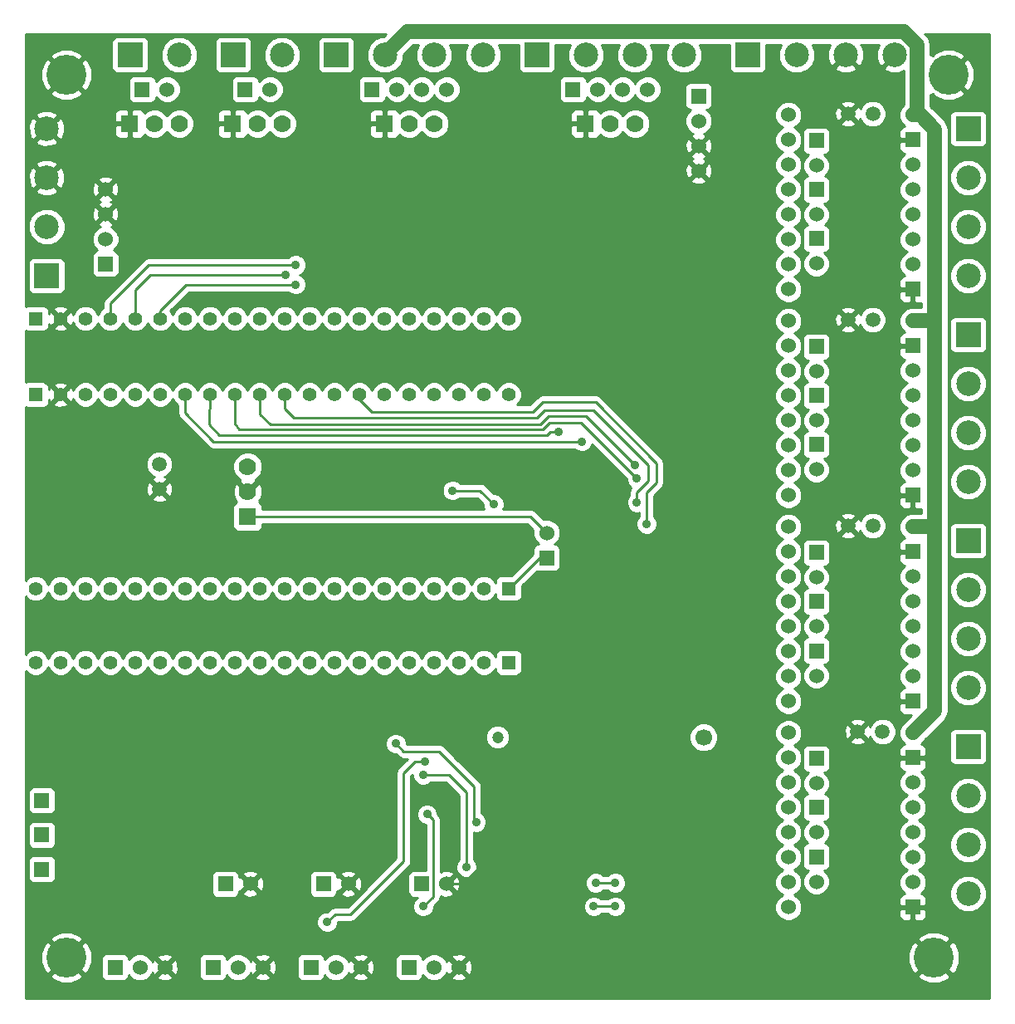
<source format=gbl>
G04 (created by PCBNEW-RS274X (2012-01-19 BZR 3256)-stable) date 27/06/2012 6:41:12 PM*
G01*
G70*
G90*
%MOIN*%
G04 Gerber Fmt 3.4, Leading zero omitted, Abs format*
%FSLAX34Y34*%
G04 APERTURE LIST*
%ADD10C,0.006000*%
%ADD11R,0.098400X0.098400*%
%ADD12C,0.098400*%
%ADD13C,0.070000*%
%ADD14R,0.070000X0.070000*%
%ADD15R,0.055000X0.055000*%
%ADD16C,0.055000*%
%ADD17R,0.060000X0.060000*%
%ADD18C,0.060000*%
%ADD19C,0.059100*%
%ADD20C,0.160000*%
%ADD21C,0.047200*%
%ADD22C,0.066900*%
%ADD23C,0.035000*%
%ADD24C,0.059100*%
%ADD25C,0.009800*%
%ADD26C,0.010000*%
G04 APERTURE END LIST*
G54D10*
G54D11*
X42914Y-25393D03*
G54D12*
X42914Y-27362D03*
X42914Y-29330D03*
X42914Y-31299D03*
G54D11*
X42914Y-33661D03*
G54D12*
X42914Y-35630D03*
X42914Y-37598D03*
X42914Y-39567D03*
G54D11*
X42914Y-17126D03*
G54D12*
X42914Y-19095D03*
X42914Y-21063D03*
X42914Y-23032D03*
G54D11*
X42914Y-08858D03*
G54D12*
X42914Y-10827D03*
X42914Y-12795D03*
X42914Y-14764D03*
G54D11*
X05906Y-14763D03*
G54D12*
X05906Y-12794D03*
X05906Y-10826D03*
X05906Y-08857D03*
G54D11*
X34056Y-05905D03*
G54D12*
X36025Y-05905D03*
X37993Y-05905D03*
X39962Y-05905D03*
G54D11*
X25591Y-05905D03*
G54D12*
X27560Y-05905D03*
X29528Y-05905D03*
X31497Y-05905D03*
G54D11*
X17521Y-05905D03*
G54D12*
X19490Y-05905D03*
X21458Y-05905D03*
X23427Y-05905D03*
G54D11*
X13387Y-05905D03*
G54D12*
X15356Y-05905D03*
G54D11*
X09253Y-05905D03*
G54D12*
X11222Y-05905D03*
G54D13*
X21473Y-08662D03*
X20473Y-08662D03*
G54D14*
X19473Y-08662D03*
G54D13*
X15371Y-08662D03*
X14371Y-08662D03*
G54D14*
X13371Y-08662D03*
G54D13*
X11237Y-08662D03*
X10237Y-08662D03*
G54D14*
X09237Y-08662D03*
G54D13*
X29544Y-08662D03*
X28544Y-08662D03*
G54D14*
X27544Y-08662D03*
G54D13*
X13978Y-22425D03*
X13978Y-23425D03*
G54D14*
X13978Y-24425D03*
G54D15*
X05461Y-19535D03*
G54D16*
X06461Y-19535D03*
X07461Y-19535D03*
X08461Y-19535D03*
X09461Y-19535D03*
X10461Y-19535D03*
X11461Y-19535D03*
X12461Y-19535D03*
X13461Y-19535D03*
X14461Y-19535D03*
X15461Y-19535D03*
X16461Y-19535D03*
X17461Y-19535D03*
X18461Y-19535D03*
X19461Y-19535D03*
X20461Y-19535D03*
X21461Y-19535D03*
X22461Y-19535D03*
X23461Y-19535D03*
X24461Y-19535D03*
X24461Y-16488D03*
X23461Y-16488D03*
X22461Y-16488D03*
X21461Y-16488D03*
X20461Y-16488D03*
X19461Y-16488D03*
X18461Y-16488D03*
X17461Y-16488D03*
X16461Y-16488D03*
X15461Y-16488D03*
X14461Y-16488D03*
X13461Y-16488D03*
X12461Y-16488D03*
X11461Y-16488D03*
X10461Y-16488D03*
X09461Y-16488D03*
X08461Y-16488D03*
X07461Y-16488D03*
X06461Y-16488D03*
G54D15*
X05461Y-16488D03*
X24461Y-27315D03*
G54D16*
X23461Y-27315D03*
X22461Y-27315D03*
X21461Y-27315D03*
X20461Y-27315D03*
X19461Y-27315D03*
X18461Y-27315D03*
X17461Y-27315D03*
X16461Y-27315D03*
X15461Y-27315D03*
X14461Y-27315D03*
X13461Y-27315D03*
X12461Y-27315D03*
X11461Y-27315D03*
X10461Y-27315D03*
X09461Y-27315D03*
X08461Y-27315D03*
X07461Y-27315D03*
X06461Y-27315D03*
X05461Y-27315D03*
X05461Y-30292D03*
X06461Y-30292D03*
X07461Y-30292D03*
X08461Y-30292D03*
X09461Y-30292D03*
X10461Y-30292D03*
X11461Y-30292D03*
X12461Y-30292D03*
X13461Y-30292D03*
X14461Y-30292D03*
X15461Y-30292D03*
X16461Y-30292D03*
X17461Y-30292D03*
X18461Y-30292D03*
X19461Y-30292D03*
X20461Y-30292D03*
X21461Y-30292D03*
X22461Y-30292D03*
X23461Y-30292D03*
G54D15*
X24461Y-30292D03*
G54D17*
X40691Y-15311D03*
G54D18*
X40691Y-14311D03*
X40691Y-13311D03*
X40691Y-12311D03*
X40691Y-11311D03*
X40691Y-10311D03*
G54D17*
X40691Y-09311D03*
G54D18*
X40691Y-08311D03*
X35691Y-08311D03*
X35691Y-09311D03*
X35691Y-10311D03*
X35691Y-11311D03*
X35691Y-12311D03*
X35691Y-13311D03*
X35691Y-14311D03*
X35691Y-15311D03*
G54D17*
X40691Y-31846D03*
G54D18*
X40691Y-30846D03*
X40691Y-29846D03*
X40691Y-28846D03*
X40691Y-27846D03*
X40691Y-26846D03*
G54D17*
X40691Y-25846D03*
G54D18*
X40691Y-24846D03*
X35691Y-24846D03*
X35691Y-25846D03*
X35691Y-26846D03*
X35691Y-27846D03*
X35691Y-28846D03*
X35691Y-29846D03*
X35691Y-30846D03*
X35691Y-31846D03*
G54D17*
X40691Y-23578D03*
G54D18*
X40691Y-22578D03*
X40691Y-21578D03*
X40691Y-20578D03*
X40691Y-19578D03*
X40691Y-18578D03*
G54D17*
X40691Y-17578D03*
G54D18*
X40691Y-16578D03*
X35691Y-16578D03*
X35691Y-17578D03*
X35691Y-18578D03*
X35691Y-19578D03*
X35691Y-20578D03*
X35691Y-21578D03*
X35691Y-22578D03*
X35691Y-23578D03*
G54D17*
X40691Y-40114D03*
G54D18*
X40691Y-39114D03*
X40691Y-38114D03*
X40691Y-37114D03*
X40691Y-36114D03*
X40691Y-35114D03*
G54D17*
X40691Y-34114D03*
G54D18*
X40691Y-33114D03*
X35691Y-33114D03*
X35691Y-34114D03*
X35691Y-35114D03*
X35691Y-36114D03*
X35691Y-37114D03*
X35691Y-38114D03*
X35691Y-39114D03*
X35691Y-40114D03*
G54D17*
X32087Y-07555D03*
G54D18*
X32087Y-08555D03*
X32087Y-09555D03*
X32087Y-10555D03*
G54D17*
X08268Y-14295D03*
G54D18*
X08268Y-13295D03*
X08268Y-12295D03*
X08268Y-11295D03*
G54D17*
X18973Y-07283D03*
G54D18*
X19973Y-07283D03*
X20973Y-07283D03*
X21973Y-07283D03*
G54D17*
X27044Y-07283D03*
G54D18*
X28044Y-07283D03*
X29044Y-07283D03*
X30044Y-07283D03*
G54D17*
X12583Y-42519D03*
G54D18*
X13583Y-42519D03*
X14583Y-42519D03*
G54D17*
X16520Y-42519D03*
G54D18*
X17520Y-42519D03*
X18520Y-42519D03*
G54D17*
X08646Y-42519D03*
G54D18*
X09646Y-42519D03*
X10646Y-42519D03*
G54D17*
X20457Y-42519D03*
G54D18*
X21457Y-42519D03*
X22457Y-42519D03*
G54D17*
X25985Y-26090D03*
G54D18*
X25985Y-25090D03*
G54D17*
X36813Y-27846D03*
G54D18*
X36813Y-28846D03*
G54D17*
X20958Y-39172D03*
G54D18*
X21958Y-39172D03*
G54D17*
X17020Y-39172D03*
G54D18*
X18020Y-39172D03*
G54D17*
X13083Y-39172D03*
G54D18*
X14083Y-39172D03*
G54D17*
X36813Y-13279D03*
G54D18*
X36813Y-14279D03*
G54D17*
X36813Y-29815D03*
G54D18*
X36813Y-30815D03*
G54D17*
X36813Y-11311D03*
G54D18*
X36813Y-12311D03*
G54D17*
X36813Y-09342D03*
G54D18*
X36813Y-10342D03*
G54D17*
X13871Y-07283D03*
G54D18*
X14871Y-07283D03*
G54D17*
X09737Y-07283D03*
G54D18*
X10737Y-07283D03*
G54D17*
X36813Y-34145D03*
G54D18*
X36813Y-35145D03*
G54D17*
X36813Y-17610D03*
G54D18*
X36813Y-18610D03*
G54D17*
X36813Y-36114D03*
G54D18*
X36813Y-37114D03*
G54D17*
X36813Y-19578D03*
G54D18*
X36813Y-20578D03*
G54D17*
X36813Y-38082D03*
G54D18*
X36813Y-39082D03*
G54D17*
X36813Y-21547D03*
G54D18*
X36813Y-22547D03*
G54D17*
X36813Y-25878D03*
G54D18*
X36813Y-26878D03*
G54D17*
X05709Y-37204D03*
X05709Y-38582D03*
X05709Y-35826D03*
G54D19*
X38084Y-24803D03*
X39084Y-24803D03*
X38084Y-16535D03*
X39084Y-16535D03*
X38478Y-33070D03*
X39478Y-33070D03*
X38084Y-08267D03*
X39084Y-08267D03*
X10434Y-23334D03*
X10434Y-22334D03*
G54D20*
X06694Y-06693D03*
X42127Y-06693D03*
X06694Y-42126D03*
X41537Y-42126D03*
G54D21*
X24016Y-33287D03*
G54D22*
X32284Y-33287D03*
G54D23*
X15512Y-14724D03*
X15906Y-14330D03*
X25119Y-22362D03*
X28741Y-33070D03*
X22205Y-23385D03*
X23859Y-23937D03*
X22756Y-38504D03*
X28741Y-40078D03*
X27875Y-40078D03*
X21024Y-34803D03*
X30001Y-24724D03*
X23150Y-36693D03*
X19922Y-33543D03*
X27953Y-39133D03*
X28741Y-39133D03*
X21024Y-40078D03*
X21182Y-36378D03*
X29607Y-23858D03*
X29607Y-22913D03*
X29528Y-22362D03*
X21103Y-34252D03*
X17166Y-40708D03*
X26457Y-21023D03*
X15906Y-15118D03*
X27402Y-21417D03*
G54D24*
X20394Y-04960D02*
X40315Y-04960D01*
X40315Y-04960D02*
X40867Y-05512D01*
X40867Y-05512D02*
X40867Y-08135D01*
X19490Y-05864D02*
X20394Y-04960D01*
X19490Y-05905D02*
X19490Y-05864D01*
X40691Y-24846D02*
X41575Y-24846D01*
X40691Y-16578D02*
X41575Y-16578D01*
X40691Y-08311D02*
X40989Y-08311D01*
X40989Y-08311D02*
X41575Y-08897D01*
X41575Y-08897D02*
X41575Y-16578D01*
X41575Y-24881D02*
X41575Y-32230D01*
X40867Y-08135D02*
X40691Y-08311D01*
X41575Y-24846D02*
X41575Y-24881D01*
X41575Y-16578D02*
X41575Y-24881D01*
X41575Y-32230D02*
X40691Y-33114D01*
G54D25*
X25985Y-26090D02*
X25686Y-26090D01*
X25686Y-26090D02*
X24461Y-27315D01*
X10079Y-14724D02*
X15512Y-14724D01*
X09461Y-15342D02*
X10079Y-14724D01*
X09461Y-16488D02*
X09461Y-15342D01*
X15906Y-14330D02*
X11654Y-14330D01*
X10001Y-14330D02*
X08461Y-15870D01*
X08461Y-15870D02*
X08461Y-16488D01*
X11654Y-14330D02*
X10001Y-14330D01*
X28741Y-33070D02*
X22639Y-39172D01*
X22639Y-39172D02*
X21958Y-39172D01*
X13978Y-24425D02*
X25320Y-24425D01*
X25320Y-24425D02*
X25985Y-25090D01*
X23859Y-23937D02*
X23307Y-23385D01*
X23307Y-23385D02*
X22205Y-23385D01*
X21024Y-34803D02*
X21812Y-34803D01*
X27875Y-40078D02*
X28741Y-40078D01*
X22048Y-34803D02*
X22756Y-35511D01*
X22756Y-35511D02*
X22756Y-38504D01*
X21812Y-34803D02*
X22048Y-34803D01*
X30394Y-23071D02*
X30001Y-23464D01*
X18461Y-19535D02*
X18461Y-19720D01*
X30001Y-23464D02*
X30001Y-24724D01*
X27953Y-19842D02*
X30394Y-22283D01*
X25434Y-20236D02*
X25828Y-19842D01*
X25828Y-19842D02*
X27953Y-19842D01*
X18977Y-20236D02*
X25434Y-20236D01*
X30394Y-22283D02*
X30394Y-23071D01*
X18461Y-19720D02*
X18977Y-20236D01*
X21654Y-33858D02*
X20237Y-33858D01*
X20237Y-33858D02*
X19922Y-33543D01*
X23071Y-35274D02*
X22127Y-34330D01*
X22126Y-34330D02*
X21654Y-33858D01*
X28741Y-39133D02*
X27953Y-39133D01*
X22127Y-34330D02*
X22126Y-34330D01*
X23071Y-36614D02*
X23071Y-35274D01*
X23150Y-36693D02*
X23071Y-36614D01*
X21182Y-36378D02*
X21418Y-36614D01*
X21418Y-39684D02*
X21024Y-40078D01*
X21418Y-36614D02*
X21418Y-39684D01*
X15461Y-19535D02*
X15461Y-20106D01*
X15461Y-20106D02*
X15827Y-20472D01*
X30079Y-22362D02*
X30079Y-22992D01*
X29607Y-23464D02*
X29607Y-23858D01*
X25906Y-20157D02*
X27874Y-20157D01*
X27874Y-20157D02*
X30079Y-22362D01*
X15827Y-20472D02*
X25591Y-20472D01*
X25591Y-20472D02*
X25906Y-20157D01*
X30079Y-22992D02*
X29607Y-23464D01*
X29135Y-22441D02*
X29607Y-22913D01*
X13623Y-20944D02*
X25827Y-20944D01*
X27353Y-20659D02*
X29135Y-22441D01*
X25827Y-20944D02*
X26112Y-20659D01*
X26112Y-20659D02*
X27353Y-20659D01*
X13461Y-19535D02*
X13465Y-20708D01*
X13465Y-20708D02*
X13623Y-20944D01*
X14461Y-19535D02*
X14461Y-20323D01*
X28819Y-21653D02*
X29528Y-22362D01*
X14461Y-20323D02*
X14882Y-20744D01*
X14882Y-20744D02*
X25713Y-20744D01*
X25713Y-20744D02*
X26064Y-20393D01*
X26064Y-20393D02*
X27559Y-20393D01*
X27559Y-20393D02*
X28819Y-21653D01*
X20709Y-34252D02*
X20237Y-34724D01*
X18111Y-40393D02*
X20237Y-38267D01*
X17166Y-40708D02*
X17481Y-40393D01*
X20237Y-34724D02*
X20237Y-35433D01*
X21103Y-34252D02*
X20709Y-34252D01*
X20237Y-38267D02*
X20237Y-35433D01*
X17481Y-40393D02*
X18111Y-40393D01*
X12442Y-20744D02*
X12835Y-21181D01*
X26457Y-21023D02*
X26143Y-21023D01*
X12461Y-19535D02*
X12442Y-20744D01*
X26143Y-21023D02*
X25985Y-21181D01*
X25985Y-21181D02*
X12835Y-21181D01*
X10461Y-16154D02*
X11497Y-15118D01*
X10461Y-16488D02*
X10461Y-16154D01*
X11497Y-15118D02*
X15906Y-15118D01*
X11461Y-19535D02*
X11461Y-20279D01*
X11461Y-20279D02*
X12599Y-21417D01*
X12599Y-21417D02*
X27402Y-21417D01*
G54D10*
G36*
X43770Y-43769D02*
X43656Y-43769D01*
X43656Y-39715D01*
X43656Y-39420D01*
X43656Y-37746D01*
X43656Y-37451D01*
X43656Y-35778D01*
X43656Y-35483D01*
X43656Y-31447D01*
X43656Y-31152D01*
X43656Y-29478D01*
X43656Y-29183D01*
X43656Y-27510D01*
X43656Y-27215D01*
X43656Y-23180D01*
X43656Y-22885D01*
X43656Y-21211D01*
X43656Y-20916D01*
X43656Y-19243D01*
X43656Y-18948D01*
X43656Y-14912D01*
X43656Y-14617D01*
X43656Y-12943D01*
X43656Y-12648D01*
X43656Y-10975D01*
X43656Y-10680D01*
X43655Y-10677D01*
X43655Y-09400D01*
X43655Y-09301D01*
X43655Y-08317D01*
X43617Y-08225D01*
X43547Y-08155D01*
X43456Y-08117D01*
X43357Y-08117D01*
X43157Y-08117D01*
X43157Y-06889D01*
X43154Y-06479D01*
X43004Y-06117D01*
X42860Y-06031D01*
X42789Y-06102D01*
X42198Y-06693D01*
X42860Y-07355D01*
X43004Y-07269D01*
X43157Y-06889D01*
X43157Y-08117D01*
X42789Y-08117D01*
X42373Y-08117D01*
X42281Y-08155D01*
X42211Y-08225D01*
X42173Y-08316D01*
X42173Y-08415D01*
X42173Y-09399D01*
X42211Y-09491D01*
X42281Y-09561D01*
X42372Y-09599D01*
X42471Y-09599D01*
X43455Y-09599D01*
X43547Y-09561D01*
X43617Y-09491D01*
X43655Y-09400D01*
X43655Y-10677D01*
X43543Y-10407D01*
X43335Y-10198D01*
X43062Y-10085D01*
X42767Y-10085D01*
X42494Y-10198D01*
X42285Y-10406D01*
X42172Y-10679D01*
X42172Y-10974D01*
X42285Y-11247D01*
X42493Y-11456D01*
X42766Y-11569D01*
X43061Y-11569D01*
X43334Y-11456D01*
X43543Y-11248D01*
X43656Y-10975D01*
X43656Y-12648D01*
X43543Y-12375D01*
X43335Y-12166D01*
X43062Y-12053D01*
X42767Y-12053D01*
X42494Y-12166D01*
X42285Y-12374D01*
X42172Y-12647D01*
X42172Y-12942D01*
X42285Y-13215D01*
X42493Y-13424D01*
X42766Y-13537D01*
X43061Y-13537D01*
X43334Y-13424D01*
X43543Y-13216D01*
X43656Y-12943D01*
X43656Y-14617D01*
X43543Y-14344D01*
X43335Y-14135D01*
X43062Y-14022D01*
X42767Y-14022D01*
X42494Y-14135D01*
X42285Y-14343D01*
X42172Y-14616D01*
X42172Y-14911D01*
X42285Y-15184D01*
X42493Y-15393D01*
X42766Y-15506D01*
X43061Y-15506D01*
X43334Y-15393D01*
X43543Y-15185D01*
X43656Y-14912D01*
X43656Y-18948D01*
X43655Y-18945D01*
X43655Y-17668D01*
X43655Y-17569D01*
X43655Y-16585D01*
X43617Y-16493D01*
X43547Y-16423D01*
X43456Y-16385D01*
X43357Y-16385D01*
X42373Y-16385D01*
X42281Y-16423D01*
X42211Y-16493D01*
X42173Y-16584D01*
X42173Y-16683D01*
X42173Y-17667D01*
X42211Y-17759D01*
X42281Y-17829D01*
X42372Y-17867D01*
X42471Y-17867D01*
X43455Y-17867D01*
X43547Y-17829D01*
X43617Y-17759D01*
X43655Y-17668D01*
X43655Y-18945D01*
X43543Y-18675D01*
X43335Y-18466D01*
X43062Y-18353D01*
X42767Y-18353D01*
X42494Y-18466D01*
X42285Y-18674D01*
X42172Y-18947D01*
X42172Y-19242D01*
X42285Y-19515D01*
X42493Y-19724D01*
X42766Y-19837D01*
X43061Y-19837D01*
X43334Y-19724D01*
X43543Y-19516D01*
X43656Y-19243D01*
X43656Y-20916D01*
X43543Y-20643D01*
X43335Y-20434D01*
X43062Y-20321D01*
X42767Y-20321D01*
X42494Y-20434D01*
X42285Y-20642D01*
X42172Y-20915D01*
X42172Y-21210D01*
X42285Y-21483D01*
X42493Y-21692D01*
X42766Y-21805D01*
X43061Y-21805D01*
X43334Y-21692D01*
X43543Y-21484D01*
X43656Y-21211D01*
X43656Y-22885D01*
X43543Y-22612D01*
X43335Y-22403D01*
X43062Y-22290D01*
X42767Y-22290D01*
X42494Y-22403D01*
X42285Y-22611D01*
X42172Y-22884D01*
X42172Y-23179D01*
X42285Y-23452D01*
X42493Y-23661D01*
X42766Y-23774D01*
X43061Y-23774D01*
X43334Y-23661D01*
X43543Y-23453D01*
X43656Y-23180D01*
X43656Y-27215D01*
X43655Y-27212D01*
X43655Y-25935D01*
X43655Y-25836D01*
X43655Y-24852D01*
X43617Y-24760D01*
X43547Y-24690D01*
X43456Y-24652D01*
X43357Y-24652D01*
X42373Y-24652D01*
X42281Y-24690D01*
X42211Y-24760D01*
X42173Y-24851D01*
X42173Y-24950D01*
X42173Y-25934D01*
X42211Y-26026D01*
X42281Y-26096D01*
X42372Y-26134D01*
X42471Y-26134D01*
X43455Y-26134D01*
X43547Y-26096D01*
X43617Y-26026D01*
X43655Y-25935D01*
X43655Y-27212D01*
X43543Y-26942D01*
X43335Y-26733D01*
X43062Y-26620D01*
X42767Y-26620D01*
X42494Y-26733D01*
X42285Y-26941D01*
X42172Y-27214D01*
X42172Y-27509D01*
X42285Y-27782D01*
X42493Y-27991D01*
X42766Y-28104D01*
X43061Y-28104D01*
X43334Y-27991D01*
X43543Y-27783D01*
X43656Y-27510D01*
X43656Y-29183D01*
X43543Y-28910D01*
X43335Y-28701D01*
X43062Y-28588D01*
X42767Y-28588D01*
X42494Y-28701D01*
X42285Y-28909D01*
X42172Y-29182D01*
X42172Y-29477D01*
X42285Y-29750D01*
X42493Y-29959D01*
X42766Y-30072D01*
X43061Y-30072D01*
X43334Y-29959D01*
X43543Y-29751D01*
X43656Y-29478D01*
X43656Y-31152D01*
X43543Y-30879D01*
X43335Y-30670D01*
X43062Y-30557D01*
X42767Y-30557D01*
X42494Y-30670D01*
X42285Y-30878D01*
X42172Y-31151D01*
X42172Y-31446D01*
X42285Y-31719D01*
X42493Y-31928D01*
X42766Y-32041D01*
X43061Y-32041D01*
X43334Y-31928D01*
X43543Y-31720D01*
X43656Y-31447D01*
X43656Y-35483D01*
X43655Y-35480D01*
X43655Y-34203D01*
X43655Y-34104D01*
X43655Y-33120D01*
X43617Y-33028D01*
X43547Y-32958D01*
X43456Y-32920D01*
X43357Y-32920D01*
X42373Y-32920D01*
X42281Y-32958D01*
X42211Y-33028D01*
X42173Y-33119D01*
X42173Y-33218D01*
X42173Y-34202D01*
X42211Y-34294D01*
X42281Y-34364D01*
X42372Y-34402D01*
X42471Y-34402D01*
X43455Y-34402D01*
X43547Y-34364D01*
X43617Y-34294D01*
X43655Y-34203D01*
X43655Y-35480D01*
X43543Y-35210D01*
X43335Y-35001D01*
X43062Y-34888D01*
X42767Y-34888D01*
X42494Y-35001D01*
X42285Y-35209D01*
X42172Y-35482D01*
X42172Y-35777D01*
X42285Y-36050D01*
X42493Y-36259D01*
X42766Y-36372D01*
X43061Y-36372D01*
X43334Y-36259D01*
X43543Y-36051D01*
X43656Y-35778D01*
X43656Y-37451D01*
X43543Y-37178D01*
X43335Y-36969D01*
X43062Y-36856D01*
X42767Y-36856D01*
X42494Y-36969D01*
X42285Y-37177D01*
X42172Y-37450D01*
X42172Y-37745D01*
X42285Y-38018D01*
X42493Y-38227D01*
X42766Y-38340D01*
X43061Y-38340D01*
X43334Y-38227D01*
X43543Y-38019D01*
X43656Y-37746D01*
X43656Y-39420D01*
X43543Y-39147D01*
X43335Y-38938D01*
X43062Y-38825D01*
X42767Y-38825D01*
X42494Y-38938D01*
X42285Y-39146D01*
X42172Y-39419D01*
X42172Y-39714D01*
X42285Y-39987D01*
X42493Y-40196D01*
X42766Y-40309D01*
X43061Y-40309D01*
X43334Y-40196D01*
X43543Y-39988D01*
X43656Y-39715D01*
X43656Y-43769D01*
X42567Y-43769D01*
X42567Y-42322D01*
X42564Y-41912D01*
X42414Y-41550D01*
X42270Y-41464D01*
X42199Y-41535D01*
X42199Y-41393D01*
X42113Y-41249D01*
X41733Y-41096D01*
X41323Y-41099D01*
X41241Y-41132D01*
X41241Y-40226D01*
X41241Y-40002D01*
X41240Y-39765D01*
X41202Y-39673D01*
X41132Y-39603D01*
X41041Y-39565D01*
X41016Y-39565D01*
X41156Y-39425D01*
X41240Y-39223D01*
X41240Y-39005D01*
X41156Y-38803D01*
X41002Y-38649D01*
X40917Y-38614D01*
X41002Y-38579D01*
X41156Y-38425D01*
X41240Y-38223D01*
X41240Y-38005D01*
X41156Y-37803D01*
X41002Y-37649D01*
X40917Y-37614D01*
X41002Y-37579D01*
X41156Y-37425D01*
X41240Y-37223D01*
X41240Y-37005D01*
X41156Y-36803D01*
X41002Y-36649D01*
X40917Y-36614D01*
X41002Y-36579D01*
X41156Y-36425D01*
X41240Y-36223D01*
X41240Y-36005D01*
X41156Y-35803D01*
X41002Y-35649D01*
X40917Y-35614D01*
X41002Y-35579D01*
X41156Y-35425D01*
X41240Y-35223D01*
X41240Y-35005D01*
X41156Y-34803D01*
X41016Y-34663D01*
X41041Y-34663D01*
X41132Y-34625D01*
X41202Y-34555D01*
X41240Y-34463D01*
X41241Y-34226D01*
X41179Y-34164D01*
X40791Y-34164D01*
X40741Y-34164D01*
X40641Y-34164D01*
X40591Y-34164D01*
X40203Y-34164D01*
X40141Y-34226D01*
X40142Y-34463D01*
X40180Y-34555D01*
X40250Y-34625D01*
X40341Y-34663D01*
X40366Y-34663D01*
X40226Y-34803D01*
X40142Y-35005D01*
X40142Y-35223D01*
X40226Y-35425D01*
X40380Y-35579D01*
X40464Y-35614D01*
X40380Y-35649D01*
X40226Y-35803D01*
X40142Y-36005D01*
X40142Y-36223D01*
X40226Y-36425D01*
X40380Y-36579D01*
X40464Y-36614D01*
X40380Y-36649D01*
X40226Y-36803D01*
X40142Y-37005D01*
X40142Y-37223D01*
X40226Y-37425D01*
X40380Y-37579D01*
X40464Y-37614D01*
X40380Y-37649D01*
X40226Y-37803D01*
X40142Y-38005D01*
X40142Y-38223D01*
X40226Y-38425D01*
X40380Y-38579D01*
X40464Y-38614D01*
X40380Y-38649D01*
X40226Y-38803D01*
X40142Y-39005D01*
X40142Y-39223D01*
X40226Y-39425D01*
X40366Y-39565D01*
X40341Y-39565D01*
X40250Y-39603D01*
X40180Y-39673D01*
X40142Y-39765D01*
X40141Y-40002D01*
X40203Y-40064D01*
X40591Y-40064D01*
X40641Y-40064D01*
X40741Y-40064D01*
X40791Y-40064D01*
X41179Y-40064D01*
X41241Y-40002D01*
X41241Y-40226D01*
X41179Y-40164D01*
X40741Y-40164D01*
X40741Y-40602D01*
X40803Y-40664D01*
X40942Y-40663D01*
X41041Y-40663D01*
X41132Y-40625D01*
X41202Y-40555D01*
X41240Y-40463D01*
X41241Y-40226D01*
X41241Y-41132D01*
X40961Y-41249D01*
X40875Y-41393D01*
X41537Y-42055D01*
X42199Y-41393D01*
X42199Y-41535D01*
X41608Y-42126D01*
X42270Y-42788D01*
X42414Y-42702D01*
X42567Y-42322D01*
X42567Y-43769D01*
X42199Y-43769D01*
X42199Y-42859D01*
X41537Y-42197D01*
X41466Y-42268D01*
X41466Y-42126D01*
X40804Y-41464D01*
X40660Y-41550D01*
X40641Y-41597D01*
X40641Y-40602D01*
X40641Y-40164D01*
X40203Y-40164D01*
X40141Y-40226D01*
X40142Y-40463D01*
X40180Y-40555D01*
X40250Y-40625D01*
X40341Y-40663D01*
X40440Y-40663D01*
X40579Y-40664D01*
X40641Y-40602D01*
X40641Y-41597D01*
X40507Y-41930D01*
X40510Y-42340D01*
X40660Y-42702D01*
X40804Y-42788D01*
X41466Y-42126D01*
X41466Y-42268D01*
X40875Y-42859D01*
X40961Y-43003D01*
X41341Y-43156D01*
X41751Y-43153D01*
X42113Y-43003D01*
X42199Y-42859D01*
X42199Y-43769D01*
X40022Y-43769D01*
X40022Y-33178D01*
X40022Y-32962D01*
X39939Y-32762D01*
X39786Y-32609D01*
X39628Y-32543D01*
X39628Y-24911D01*
X39628Y-24695D01*
X39628Y-16643D01*
X39628Y-16427D01*
X39628Y-08375D01*
X39628Y-08159D01*
X39545Y-07959D01*
X39392Y-07806D01*
X39192Y-07723D01*
X38976Y-07723D01*
X38776Y-07806D01*
X38623Y-07959D01*
X38581Y-08059D01*
X38552Y-07988D01*
X38459Y-07963D01*
X38437Y-07985D01*
X38437Y-06420D01*
X37993Y-05976D01*
X37549Y-06420D01*
X37598Y-06533D01*
X37869Y-06636D01*
X38158Y-06628D01*
X38388Y-06533D01*
X38437Y-06420D01*
X38437Y-07985D01*
X38388Y-08034D01*
X38388Y-07892D01*
X38363Y-07799D01*
X38162Y-07727D01*
X37950Y-07739D01*
X37805Y-07799D01*
X37780Y-07892D01*
X38084Y-08196D01*
X38388Y-07892D01*
X38388Y-08034D01*
X38155Y-08267D01*
X38459Y-08571D01*
X38552Y-08546D01*
X38579Y-08469D01*
X38623Y-08575D01*
X38776Y-08728D01*
X38976Y-08811D01*
X39192Y-08811D01*
X39392Y-08728D01*
X39545Y-08575D01*
X39628Y-08375D01*
X39628Y-16427D01*
X39545Y-16227D01*
X39392Y-16074D01*
X39192Y-15991D01*
X38976Y-15991D01*
X38776Y-16074D01*
X38623Y-16227D01*
X38581Y-16327D01*
X38552Y-16256D01*
X38459Y-16231D01*
X38388Y-16302D01*
X38388Y-16160D01*
X38388Y-08642D01*
X38084Y-08338D01*
X38013Y-08409D01*
X38013Y-08267D01*
X37709Y-07963D01*
X37616Y-07988D01*
X37544Y-08189D01*
X37556Y-08401D01*
X37616Y-08546D01*
X37709Y-08571D01*
X38013Y-08267D01*
X38013Y-08409D01*
X37780Y-08642D01*
X37805Y-08735D01*
X38006Y-08807D01*
X38218Y-08795D01*
X38363Y-08735D01*
X38388Y-08642D01*
X38388Y-16160D01*
X38363Y-16067D01*
X38162Y-15995D01*
X37950Y-16007D01*
X37805Y-16067D01*
X37780Y-16160D01*
X38084Y-16464D01*
X38388Y-16160D01*
X38388Y-16302D01*
X38155Y-16535D01*
X38459Y-16839D01*
X38552Y-16814D01*
X38579Y-16737D01*
X38623Y-16843D01*
X38776Y-16996D01*
X38976Y-17079D01*
X39192Y-17079D01*
X39392Y-16996D01*
X39545Y-16843D01*
X39628Y-16643D01*
X39628Y-24695D01*
X39545Y-24495D01*
X39392Y-24342D01*
X39192Y-24259D01*
X38976Y-24259D01*
X38776Y-24342D01*
X38623Y-24495D01*
X38581Y-24595D01*
X38552Y-24524D01*
X38459Y-24499D01*
X38388Y-24570D01*
X38388Y-24428D01*
X38388Y-16910D01*
X38084Y-16606D01*
X38013Y-16677D01*
X38013Y-16535D01*
X37709Y-16231D01*
X37616Y-16256D01*
X37544Y-16457D01*
X37556Y-16669D01*
X37616Y-16814D01*
X37709Y-16839D01*
X38013Y-16535D01*
X38013Y-16677D01*
X37780Y-16910D01*
X37805Y-17003D01*
X38006Y-17075D01*
X38218Y-17063D01*
X38363Y-17003D01*
X38388Y-16910D01*
X38388Y-24428D01*
X38363Y-24335D01*
X38162Y-24263D01*
X37950Y-24275D01*
X37805Y-24335D01*
X37780Y-24428D01*
X38084Y-24732D01*
X38388Y-24428D01*
X38388Y-24570D01*
X38155Y-24803D01*
X38459Y-25107D01*
X38552Y-25082D01*
X38579Y-25005D01*
X38623Y-25111D01*
X38776Y-25264D01*
X38976Y-25347D01*
X39192Y-25347D01*
X39392Y-25264D01*
X39545Y-25111D01*
X39628Y-24911D01*
X39628Y-32543D01*
X39586Y-32526D01*
X39370Y-32526D01*
X39170Y-32609D01*
X39017Y-32762D01*
X38975Y-32862D01*
X38946Y-32791D01*
X38853Y-32766D01*
X38782Y-32837D01*
X38782Y-32695D01*
X38757Y-32602D01*
X38556Y-32530D01*
X38388Y-32539D01*
X38388Y-25178D01*
X38084Y-24874D01*
X38013Y-24945D01*
X38013Y-24803D01*
X37709Y-24499D01*
X37616Y-24524D01*
X37544Y-24725D01*
X37556Y-24937D01*
X37616Y-25082D01*
X37709Y-25107D01*
X38013Y-24803D01*
X38013Y-24945D01*
X37780Y-25178D01*
X37805Y-25271D01*
X38006Y-25343D01*
X38218Y-25331D01*
X38363Y-25271D01*
X38388Y-25178D01*
X38388Y-32539D01*
X38344Y-32542D01*
X38199Y-32602D01*
X38174Y-32695D01*
X38478Y-32999D01*
X38782Y-32695D01*
X38782Y-32837D01*
X38549Y-33070D01*
X38853Y-33374D01*
X38946Y-33349D01*
X38973Y-33272D01*
X39017Y-33378D01*
X39170Y-33531D01*
X39370Y-33614D01*
X39586Y-33614D01*
X39786Y-33531D01*
X39939Y-33378D01*
X40022Y-33178D01*
X40022Y-43769D01*
X38782Y-43769D01*
X38782Y-33445D01*
X38478Y-33141D01*
X38407Y-33212D01*
X38407Y-33070D01*
X38103Y-32766D01*
X38010Y-32791D01*
X37938Y-32992D01*
X37950Y-33204D01*
X38010Y-33349D01*
X38103Y-33374D01*
X38407Y-33070D01*
X38407Y-33212D01*
X38174Y-33445D01*
X38199Y-33538D01*
X38400Y-33610D01*
X38612Y-33598D01*
X38757Y-33538D01*
X38782Y-33445D01*
X38782Y-43769D01*
X37362Y-43769D01*
X37362Y-39191D01*
X37362Y-38973D01*
X37278Y-38771D01*
X37138Y-38631D01*
X37162Y-38631D01*
X37254Y-38593D01*
X37324Y-38523D01*
X37362Y-38432D01*
X37362Y-38333D01*
X37362Y-37733D01*
X37324Y-37641D01*
X37254Y-37571D01*
X37167Y-37535D01*
X37278Y-37425D01*
X37362Y-37223D01*
X37362Y-37005D01*
X37278Y-36803D01*
X37138Y-36663D01*
X37162Y-36663D01*
X37254Y-36625D01*
X37324Y-36555D01*
X37362Y-36464D01*
X37362Y-36365D01*
X37362Y-35765D01*
X37324Y-35673D01*
X37254Y-35603D01*
X37167Y-35566D01*
X37278Y-35456D01*
X37362Y-35254D01*
X37362Y-35036D01*
X37278Y-34834D01*
X37138Y-34694D01*
X37162Y-34694D01*
X37254Y-34656D01*
X37324Y-34586D01*
X37362Y-34495D01*
X37362Y-34396D01*
X37362Y-33796D01*
X37362Y-30924D01*
X37362Y-30706D01*
X37278Y-30504D01*
X37138Y-30364D01*
X37162Y-30364D01*
X37254Y-30326D01*
X37324Y-30256D01*
X37362Y-30165D01*
X37362Y-30066D01*
X37362Y-29466D01*
X37324Y-29374D01*
X37254Y-29304D01*
X37167Y-29267D01*
X37278Y-29157D01*
X37362Y-28955D01*
X37362Y-28737D01*
X37278Y-28535D01*
X37138Y-28395D01*
X37162Y-28395D01*
X37254Y-28357D01*
X37324Y-28287D01*
X37362Y-28196D01*
X37362Y-28097D01*
X37362Y-27497D01*
X37324Y-27405D01*
X37254Y-27335D01*
X37167Y-27299D01*
X37278Y-27189D01*
X37362Y-26987D01*
X37362Y-26769D01*
X37278Y-26567D01*
X37138Y-26427D01*
X37162Y-26427D01*
X37254Y-26389D01*
X37324Y-26319D01*
X37362Y-26228D01*
X37362Y-26129D01*
X37362Y-25529D01*
X37362Y-22656D01*
X37362Y-22438D01*
X37278Y-22236D01*
X37138Y-22096D01*
X37162Y-22096D01*
X37254Y-22058D01*
X37324Y-21988D01*
X37362Y-21897D01*
X37362Y-21798D01*
X37362Y-21198D01*
X37324Y-21106D01*
X37254Y-21036D01*
X37167Y-20999D01*
X37278Y-20889D01*
X37362Y-20687D01*
X37362Y-20469D01*
X37278Y-20267D01*
X37138Y-20127D01*
X37162Y-20127D01*
X37254Y-20089D01*
X37324Y-20019D01*
X37362Y-19928D01*
X37362Y-19829D01*
X37362Y-19229D01*
X37324Y-19137D01*
X37254Y-19067D01*
X37167Y-19031D01*
X37278Y-18921D01*
X37362Y-18719D01*
X37362Y-18501D01*
X37278Y-18299D01*
X37138Y-18159D01*
X37162Y-18159D01*
X37254Y-18121D01*
X37324Y-18051D01*
X37362Y-17960D01*
X37362Y-17861D01*
X37362Y-17261D01*
X37362Y-14388D01*
X37362Y-14170D01*
X37278Y-13968D01*
X37138Y-13828D01*
X37162Y-13828D01*
X37254Y-13790D01*
X37324Y-13720D01*
X37362Y-13629D01*
X37362Y-13530D01*
X37362Y-12930D01*
X37324Y-12838D01*
X37254Y-12768D01*
X37167Y-12732D01*
X37278Y-12622D01*
X37362Y-12420D01*
X37362Y-12202D01*
X37278Y-12000D01*
X37138Y-11860D01*
X37162Y-11860D01*
X37254Y-11822D01*
X37324Y-11752D01*
X37362Y-11661D01*
X37362Y-11562D01*
X37362Y-10962D01*
X37324Y-10870D01*
X37254Y-10800D01*
X37167Y-10763D01*
X37278Y-10653D01*
X37362Y-10451D01*
X37362Y-10233D01*
X37278Y-10031D01*
X37138Y-09891D01*
X37162Y-09891D01*
X37254Y-09853D01*
X37324Y-09783D01*
X37362Y-09692D01*
X37362Y-09593D01*
X37362Y-08993D01*
X37324Y-08901D01*
X37254Y-08831D01*
X37163Y-08793D01*
X37064Y-08793D01*
X36464Y-08793D01*
X36372Y-08831D01*
X36302Y-08901D01*
X36264Y-08992D01*
X36264Y-09091D01*
X36264Y-09691D01*
X36302Y-09783D01*
X36372Y-09853D01*
X36463Y-09891D01*
X36488Y-09891D01*
X36348Y-10031D01*
X36264Y-10233D01*
X36264Y-10451D01*
X36348Y-10653D01*
X36459Y-10764D01*
X36372Y-10800D01*
X36302Y-10870D01*
X36264Y-10961D01*
X36264Y-11060D01*
X36264Y-11660D01*
X36302Y-11752D01*
X36372Y-11822D01*
X36463Y-11860D01*
X36488Y-11860D01*
X36348Y-12000D01*
X36264Y-12202D01*
X36264Y-12420D01*
X36348Y-12622D01*
X36458Y-12732D01*
X36372Y-12768D01*
X36302Y-12838D01*
X36264Y-12929D01*
X36264Y-13028D01*
X36264Y-13628D01*
X36302Y-13720D01*
X36372Y-13790D01*
X36463Y-13828D01*
X36488Y-13828D01*
X36348Y-13968D01*
X36264Y-14170D01*
X36264Y-14388D01*
X36348Y-14590D01*
X36502Y-14744D01*
X36704Y-14828D01*
X36922Y-14828D01*
X37124Y-14744D01*
X37278Y-14590D01*
X37362Y-14388D01*
X37362Y-17261D01*
X37324Y-17169D01*
X37254Y-17099D01*
X37163Y-17061D01*
X37064Y-17061D01*
X36464Y-17061D01*
X36372Y-17099D01*
X36302Y-17169D01*
X36264Y-17260D01*
X36264Y-17359D01*
X36264Y-17959D01*
X36302Y-18051D01*
X36372Y-18121D01*
X36463Y-18159D01*
X36488Y-18159D01*
X36348Y-18299D01*
X36264Y-18501D01*
X36264Y-18719D01*
X36348Y-18921D01*
X36458Y-19031D01*
X36372Y-19067D01*
X36302Y-19137D01*
X36264Y-19228D01*
X36264Y-19327D01*
X36264Y-19927D01*
X36302Y-20019D01*
X36372Y-20089D01*
X36463Y-20127D01*
X36488Y-20127D01*
X36348Y-20267D01*
X36264Y-20469D01*
X36264Y-20687D01*
X36348Y-20889D01*
X36459Y-21000D01*
X36372Y-21036D01*
X36302Y-21106D01*
X36264Y-21197D01*
X36264Y-21296D01*
X36264Y-21896D01*
X36302Y-21988D01*
X36372Y-22058D01*
X36463Y-22096D01*
X36488Y-22096D01*
X36348Y-22236D01*
X36264Y-22438D01*
X36264Y-22656D01*
X36348Y-22858D01*
X36502Y-23012D01*
X36704Y-23096D01*
X36922Y-23096D01*
X37124Y-23012D01*
X37278Y-22858D01*
X37362Y-22656D01*
X37362Y-25529D01*
X37324Y-25437D01*
X37254Y-25367D01*
X37163Y-25329D01*
X37064Y-25329D01*
X36464Y-25329D01*
X36372Y-25367D01*
X36302Y-25437D01*
X36264Y-25528D01*
X36264Y-25627D01*
X36264Y-26227D01*
X36302Y-26319D01*
X36372Y-26389D01*
X36463Y-26427D01*
X36488Y-26427D01*
X36348Y-26567D01*
X36264Y-26769D01*
X36264Y-26987D01*
X36348Y-27189D01*
X36458Y-27299D01*
X36372Y-27335D01*
X36302Y-27405D01*
X36264Y-27496D01*
X36264Y-27595D01*
X36264Y-28195D01*
X36302Y-28287D01*
X36372Y-28357D01*
X36463Y-28395D01*
X36488Y-28395D01*
X36348Y-28535D01*
X36264Y-28737D01*
X36264Y-28955D01*
X36348Y-29157D01*
X36459Y-29268D01*
X36372Y-29304D01*
X36302Y-29374D01*
X36264Y-29465D01*
X36264Y-29564D01*
X36264Y-30164D01*
X36302Y-30256D01*
X36372Y-30326D01*
X36463Y-30364D01*
X36488Y-30364D01*
X36348Y-30504D01*
X36264Y-30706D01*
X36264Y-30924D01*
X36348Y-31126D01*
X36502Y-31280D01*
X36704Y-31364D01*
X36922Y-31364D01*
X37124Y-31280D01*
X37278Y-31126D01*
X37362Y-30924D01*
X37362Y-33796D01*
X37324Y-33704D01*
X37254Y-33634D01*
X37163Y-33596D01*
X37064Y-33596D01*
X36464Y-33596D01*
X36372Y-33634D01*
X36302Y-33704D01*
X36264Y-33795D01*
X36264Y-33894D01*
X36264Y-34494D01*
X36302Y-34586D01*
X36372Y-34656D01*
X36463Y-34694D01*
X36488Y-34694D01*
X36348Y-34834D01*
X36264Y-35036D01*
X36264Y-35254D01*
X36348Y-35456D01*
X36459Y-35567D01*
X36372Y-35603D01*
X36302Y-35673D01*
X36264Y-35764D01*
X36264Y-35863D01*
X36264Y-36463D01*
X36302Y-36555D01*
X36372Y-36625D01*
X36463Y-36663D01*
X36488Y-36663D01*
X36348Y-36803D01*
X36264Y-37005D01*
X36264Y-37223D01*
X36348Y-37425D01*
X36458Y-37535D01*
X36372Y-37571D01*
X36302Y-37641D01*
X36264Y-37732D01*
X36264Y-37831D01*
X36264Y-38431D01*
X36302Y-38523D01*
X36372Y-38593D01*
X36463Y-38631D01*
X36488Y-38631D01*
X36348Y-38771D01*
X36264Y-38973D01*
X36264Y-39191D01*
X36348Y-39393D01*
X36502Y-39547D01*
X36704Y-39631D01*
X36922Y-39631D01*
X37124Y-39547D01*
X37278Y-39393D01*
X37362Y-39191D01*
X37362Y-43769D01*
X36240Y-43769D01*
X36240Y-40223D01*
X36240Y-40005D01*
X36156Y-39803D01*
X36002Y-39649D01*
X35917Y-39614D01*
X36002Y-39579D01*
X36156Y-39425D01*
X36240Y-39223D01*
X36240Y-39005D01*
X36156Y-38803D01*
X36002Y-38649D01*
X35917Y-38614D01*
X36002Y-38579D01*
X36156Y-38425D01*
X36240Y-38223D01*
X36240Y-38005D01*
X36156Y-37803D01*
X36002Y-37649D01*
X35917Y-37614D01*
X36002Y-37579D01*
X36156Y-37425D01*
X36240Y-37223D01*
X36240Y-37005D01*
X36156Y-36803D01*
X36002Y-36649D01*
X35917Y-36614D01*
X36002Y-36579D01*
X36156Y-36425D01*
X36240Y-36223D01*
X36240Y-36005D01*
X36156Y-35803D01*
X36002Y-35649D01*
X35917Y-35614D01*
X36002Y-35579D01*
X36156Y-35425D01*
X36240Y-35223D01*
X36240Y-35005D01*
X36156Y-34803D01*
X36002Y-34649D01*
X35917Y-34614D01*
X36002Y-34579D01*
X36156Y-34425D01*
X36240Y-34223D01*
X36240Y-34005D01*
X36156Y-33803D01*
X36002Y-33649D01*
X35917Y-33614D01*
X36002Y-33579D01*
X36156Y-33425D01*
X36240Y-33223D01*
X36240Y-33005D01*
X36240Y-31955D01*
X36240Y-31737D01*
X36156Y-31535D01*
X36002Y-31381D01*
X35917Y-31346D01*
X36002Y-31311D01*
X36156Y-31157D01*
X36240Y-30955D01*
X36240Y-30737D01*
X36156Y-30535D01*
X36002Y-30381D01*
X35917Y-30346D01*
X36002Y-30311D01*
X36156Y-30157D01*
X36240Y-29955D01*
X36240Y-29737D01*
X36156Y-29535D01*
X36002Y-29381D01*
X35917Y-29346D01*
X36002Y-29311D01*
X36156Y-29157D01*
X36240Y-28955D01*
X36240Y-28737D01*
X36156Y-28535D01*
X36002Y-28381D01*
X35917Y-28346D01*
X36002Y-28311D01*
X36156Y-28157D01*
X36240Y-27955D01*
X36240Y-27737D01*
X36156Y-27535D01*
X36002Y-27381D01*
X35917Y-27346D01*
X36002Y-27311D01*
X36156Y-27157D01*
X36240Y-26955D01*
X36240Y-26737D01*
X36156Y-26535D01*
X36002Y-26381D01*
X35917Y-26346D01*
X36002Y-26311D01*
X36156Y-26157D01*
X36240Y-25955D01*
X36240Y-25737D01*
X36156Y-25535D01*
X36002Y-25381D01*
X35917Y-25346D01*
X36002Y-25311D01*
X36156Y-25157D01*
X36240Y-24955D01*
X36240Y-24737D01*
X36240Y-23687D01*
X36240Y-23469D01*
X36156Y-23267D01*
X36002Y-23113D01*
X35917Y-23078D01*
X36002Y-23043D01*
X36156Y-22889D01*
X36240Y-22687D01*
X36240Y-22469D01*
X36156Y-22267D01*
X36002Y-22113D01*
X35917Y-22078D01*
X36002Y-22043D01*
X36156Y-21889D01*
X36240Y-21687D01*
X36240Y-21469D01*
X36156Y-21267D01*
X36002Y-21113D01*
X35917Y-21078D01*
X36002Y-21043D01*
X36156Y-20889D01*
X36240Y-20687D01*
X36240Y-20469D01*
X36156Y-20267D01*
X36002Y-20113D01*
X35917Y-20078D01*
X36002Y-20043D01*
X36156Y-19889D01*
X36240Y-19687D01*
X36240Y-19469D01*
X36156Y-19267D01*
X36002Y-19113D01*
X35917Y-19078D01*
X36002Y-19043D01*
X36156Y-18889D01*
X36240Y-18687D01*
X36240Y-18469D01*
X36156Y-18267D01*
X36002Y-18113D01*
X35917Y-18078D01*
X36002Y-18043D01*
X36156Y-17889D01*
X36240Y-17687D01*
X36240Y-17469D01*
X36156Y-17267D01*
X36002Y-17113D01*
X35917Y-17078D01*
X36002Y-17043D01*
X36156Y-16889D01*
X36240Y-16687D01*
X36240Y-16469D01*
X36240Y-15420D01*
X36240Y-15202D01*
X36156Y-15000D01*
X36002Y-14846D01*
X35917Y-14811D01*
X36002Y-14776D01*
X36156Y-14622D01*
X36240Y-14420D01*
X36240Y-14202D01*
X36156Y-14000D01*
X36002Y-13846D01*
X35917Y-13811D01*
X36002Y-13776D01*
X36156Y-13622D01*
X36240Y-13420D01*
X36240Y-13202D01*
X36156Y-13000D01*
X36002Y-12846D01*
X35917Y-12811D01*
X36002Y-12776D01*
X36156Y-12622D01*
X36240Y-12420D01*
X36240Y-12202D01*
X36156Y-12000D01*
X36002Y-11846D01*
X35917Y-11811D01*
X36002Y-11776D01*
X36156Y-11622D01*
X36240Y-11420D01*
X36240Y-11202D01*
X36156Y-11000D01*
X36002Y-10846D01*
X35917Y-10811D01*
X36002Y-10776D01*
X36156Y-10622D01*
X36240Y-10420D01*
X36240Y-10202D01*
X36156Y-10000D01*
X36002Y-09846D01*
X35917Y-09811D01*
X36002Y-09776D01*
X36156Y-09622D01*
X36240Y-09420D01*
X36240Y-09202D01*
X36156Y-09000D01*
X36002Y-08846D01*
X35917Y-08811D01*
X36002Y-08776D01*
X36156Y-08622D01*
X36240Y-08420D01*
X36240Y-08202D01*
X36156Y-08000D01*
X36002Y-07846D01*
X35800Y-07762D01*
X35582Y-07762D01*
X35380Y-07846D01*
X35226Y-08000D01*
X35142Y-08202D01*
X35142Y-08420D01*
X35226Y-08622D01*
X35380Y-08776D01*
X35464Y-08811D01*
X35380Y-08846D01*
X35226Y-09000D01*
X35142Y-09202D01*
X35142Y-09420D01*
X35226Y-09622D01*
X35380Y-09776D01*
X35464Y-09811D01*
X35380Y-09846D01*
X35226Y-10000D01*
X35142Y-10202D01*
X35142Y-10420D01*
X35226Y-10622D01*
X35380Y-10776D01*
X35464Y-10811D01*
X35380Y-10846D01*
X35226Y-11000D01*
X35142Y-11202D01*
X35142Y-11420D01*
X35226Y-11622D01*
X35380Y-11776D01*
X35464Y-11811D01*
X35380Y-11846D01*
X35226Y-12000D01*
X35142Y-12202D01*
X35142Y-12420D01*
X35226Y-12622D01*
X35380Y-12776D01*
X35464Y-12811D01*
X35380Y-12846D01*
X35226Y-13000D01*
X35142Y-13202D01*
X35142Y-13420D01*
X35226Y-13622D01*
X35380Y-13776D01*
X35464Y-13811D01*
X35380Y-13846D01*
X35226Y-14000D01*
X35142Y-14202D01*
X35142Y-14420D01*
X35226Y-14622D01*
X35380Y-14776D01*
X35464Y-14811D01*
X35380Y-14846D01*
X35226Y-15000D01*
X35142Y-15202D01*
X35142Y-15420D01*
X35226Y-15622D01*
X35380Y-15776D01*
X35582Y-15860D01*
X35800Y-15860D01*
X36002Y-15776D01*
X36156Y-15622D01*
X36240Y-15420D01*
X36240Y-16469D01*
X36156Y-16267D01*
X36002Y-16113D01*
X35800Y-16029D01*
X35582Y-16029D01*
X35380Y-16113D01*
X35226Y-16267D01*
X35142Y-16469D01*
X35142Y-16687D01*
X35226Y-16889D01*
X35380Y-17043D01*
X35464Y-17078D01*
X35380Y-17113D01*
X35226Y-17267D01*
X35142Y-17469D01*
X35142Y-17687D01*
X35226Y-17889D01*
X35380Y-18043D01*
X35464Y-18078D01*
X35380Y-18113D01*
X35226Y-18267D01*
X35142Y-18469D01*
X35142Y-18687D01*
X35226Y-18889D01*
X35380Y-19043D01*
X35464Y-19078D01*
X35380Y-19113D01*
X35226Y-19267D01*
X35142Y-19469D01*
X35142Y-19687D01*
X35226Y-19889D01*
X35380Y-20043D01*
X35464Y-20078D01*
X35380Y-20113D01*
X35226Y-20267D01*
X35142Y-20469D01*
X35142Y-20687D01*
X35226Y-20889D01*
X35380Y-21043D01*
X35464Y-21078D01*
X35380Y-21113D01*
X35226Y-21267D01*
X35142Y-21469D01*
X35142Y-21687D01*
X35226Y-21889D01*
X35380Y-22043D01*
X35464Y-22078D01*
X35380Y-22113D01*
X35226Y-22267D01*
X35142Y-22469D01*
X35142Y-22687D01*
X35226Y-22889D01*
X35380Y-23043D01*
X35464Y-23078D01*
X35380Y-23113D01*
X35226Y-23267D01*
X35142Y-23469D01*
X35142Y-23687D01*
X35226Y-23889D01*
X35380Y-24043D01*
X35582Y-24127D01*
X35800Y-24127D01*
X36002Y-24043D01*
X36156Y-23889D01*
X36240Y-23687D01*
X36240Y-24737D01*
X36156Y-24535D01*
X36002Y-24381D01*
X35800Y-24297D01*
X35582Y-24297D01*
X35380Y-24381D01*
X35226Y-24535D01*
X35142Y-24737D01*
X35142Y-24955D01*
X35226Y-25157D01*
X35380Y-25311D01*
X35464Y-25346D01*
X35380Y-25381D01*
X35226Y-25535D01*
X35142Y-25737D01*
X35142Y-25955D01*
X35226Y-26157D01*
X35380Y-26311D01*
X35464Y-26346D01*
X35380Y-26381D01*
X35226Y-26535D01*
X35142Y-26737D01*
X35142Y-26955D01*
X35226Y-27157D01*
X35380Y-27311D01*
X35464Y-27346D01*
X35380Y-27381D01*
X35226Y-27535D01*
X35142Y-27737D01*
X35142Y-27955D01*
X35226Y-28157D01*
X35380Y-28311D01*
X35464Y-28346D01*
X35380Y-28381D01*
X35226Y-28535D01*
X35142Y-28737D01*
X35142Y-28955D01*
X35226Y-29157D01*
X35380Y-29311D01*
X35464Y-29346D01*
X35380Y-29381D01*
X35226Y-29535D01*
X35142Y-29737D01*
X35142Y-29955D01*
X35226Y-30157D01*
X35380Y-30311D01*
X35464Y-30346D01*
X35380Y-30381D01*
X35226Y-30535D01*
X35142Y-30737D01*
X35142Y-30955D01*
X35226Y-31157D01*
X35380Y-31311D01*
X35464Y-31346D01*
X35380Y-31381D01*
X35226Y-31535D01*
X35142Y-31737D01*
X35142Y-31955D01*
X35226Y-32157D01*
X35380Y-32311D01*
X35582Y-32395D01*
X35800Y-32395D01*
X36002Y-32311D01*
X36156Y-32157D01*
X36240Y-31955D01*
X36240Y-33005D01*
X36156Y-32803D01*
X36002Y-32649D01*
X35800Y-32565D01*
X35582Y-32565D01*
X35380Y-32649D01*
X35226Y-32803D01*
X35142Y-33005D01*
X35142Y-33223D01*
X35226Y-33425D01*
X35380Y-33579D01*
X35464Y-33614D01*
X35380Y-33649D01*
X35226Y-33803D01*
X35142Y-34005D01*
X35142Y-34223D01*
X35226Y-34425D01*
X35380Y-34579D01*
X35464Y-34614D01*
X35380Y-34649D01*
X35226Y-34803D01*
X35142Y-35005D01*
X35142Y-35223D01*
X35226Y-35425D01*
X35380Y-35579D01*
X35464Y-35614D01*
X35380Y-35649D01*
X35226Y-35803D01*
X35142Y-36005D01*
X35142Y-36223D01*
X35226Y-36425D01*
X35380Y-36579D01*
X35464Y-36614D01*
X35380Y-36649D01*
X35226Y-36803D01*
X35142Y-37005D01*
X35142Y-37223D01*
X35226Y-37425D01*
X35380Y-37579D01*
X35464Y-37614D01*
X35380Y-37649D01*
X35226Y-37803D01*
X35142Y-38005D01*
X35142Y-38223D01*
X35226Y-38425D01*
X35380Y-38579D01*
X35464Y-38614D01*
X35380Y-38649D01*
X35226Y-38803D01*
X35142Y-39005D01*
X35142Y-39223D01*
X35226Y-39425D01*
X35380Y-39579D01*
X35464Y-39614D01*
X35380Y-39649D01*
X35226Y-39803D01*
X35142Y-40005D01*
X35142Y-40223D01*
X35226Y-40425D01*
X35380Y-40579D01*
X35582Y-40663D01*
X35800Y-40663D01*
X36002Y-40579D01*
X36156Y-40425D01*
X36240Y-40223D01*
X36240Y-43769D01*
X32868Y-43769D01*
X32868Y-33403D01*
X32868Y-33171D01*
X32779Y-32956D01*
X32636Y-32813D01*
X32636Y-08664D01*
X32636Y-08446D01*
X32552Y-08244D01*
X32412Y-08104D01*
X32436Y-08104D01*
X32528Y-08066D01*
X32598Y-07996D01*
X32636Y-07905D01*
X32636Y-07806D01*
X32636Y-07206D01*
X32598Y-07114D01*
X32528Y-07044D01*
X32437Y-07006D01*
X32338Y-07006D01*
X31738Y-07006D01*
X31646Y-07044D01*
X31576Y-07114D01*
X31538Y-07205D01*
X31538Y-07304D01*
X31538Y-07904D01*
X31576Y-07996D01*
X31646Y-08066D01*
X31737Y-08104D01*
X31762Y-08104D01*
X31622Y-08244D01*
X31538Y-08446D01*
X31538Y-08664D01*
X31622Y-08866D01*
X31776Y-09020D01*
X31867Y-09057D01*
X31806Y-09083D01*
X31779Y-09177D01*
X32087Y-09484D01*
X32395Y-09177D01*
X32368Y-09083D01*
X32302Y-09059D01*
X32398Y-09020D01*
X32552Y-08866D01*
X32636Y-08664D01*
X32636Y-32813D01*
X32630Y-32807D01*
X32630Y-10634D01*
X32630Y-09634D01*
X32619Y-09421D01*
X32559Y-09274D01*
X32465Y-09247D01*
X32158Y-09555D01*
X32465Y-09863D01*
X32559Y-09836D01*
X32630Y-09634D01*
X32630Y-10634D01*
X32619Y-10421D01*
X32559Y-10274D01*
X32465Y-10247D01*
X32395Y-10317D01*
X32395Y-10177D01*
X32368Y-10083D01*
X32294Y-10057D01*
X32368Y-10027D01*
X32395Y-09933D01*
X32087Y-09626D01*
X32016Y-09696D01*
X32016Y-09555D01*
X31709Y-09247D01*
X31615Y-09274D01*
X31544Y-09476D01*
X31555Y-09689D01*
X31615Y-09836D01*
X31709Y-09863D01*
X32016Y-09555D01*
X32016Y-09696D01*
X31779Y-09933D01*
X31806Y-10027D01*
X31879Y-10052D01*
X31806Y-10083D01*
X31779Y-10177D01*
X32087Y-10484D01*
X32395Y-10177D01*
X32395Y-10317D01*
X32158Y-10555D01*
X32465Y-10863D01*
X32559Y-10836D01*
X32630Y-10634D01*
X32630Y-32807D01*
X32615Y-32792D01*
X32400Y-32703D01*
X32395Y-32703D01*
X32395Y-10933D01*
X32087Y-10626D01*
X32016Y-10696D01*
X32016Y-10555D01*
X31709Y-10247D01*
X31615Y-10274D01*
X31544Y-10476D01*
X31555Y-10689D01*
X31615Y-10836D01*
X31709Y-10863D01*
X32016Y-10555D01*
X32016Y-10696D01*
X31779Y-10933D01*
X31806Y-11027D01*
X32008Y-11098D01*
X32221Y-11087D01*
X32368Y-11027D01*
X32395Y-10933D01*
X32395Y-32703D01*
X32168Y-32703D01*
X31953Y-32792D01*
X31789Y-32956D01*
X31700Y-33171D01*
X31700Y-33403D01*
X31789Y-33618D01*
X31953Y-33782D01*
X32168Y-33871D01*
X32400Y-33871D01*
X32615Y-33782D01*
X32779Y-33618D01*
X32868Y-33403D01*
X32868Y-43769D01*
X30693Y-43769D01*
X30693Y-23071D01*
X30693Y-22283D01*
X30673Y-22187D01*
X30670Y-22169D01*
X30670Y-22168D01*
X30605Y-22072D01*
X30593Y-22060D01*
X30593Y-07392D01*
X30593Y-07174D01*
X30509Y-06972D01*
X30355Y-06818D01*
X30153Y-06734D01*
X29935Y-06734D01*
X29733Y-06818D01*
X29579Y-06972D01*
X29544Y-07056D01*
X29509Y-06972D01*
X29355Y-06818D01*
X29153Y-06734D01*
X28935Y-06734D01*
X28733Y-06818D01*
X28579Y-06972D01*
X28544Y-07056D01*
X28509Y-06972D01*
X28355Y-06818D01*
X28153Y-06734D01*
X27935Y-06734D01*
X27733Y-06818D01*
X27593Y-06958D01*
X27593Y-06934D01*
X27555Y-06842D01*
X27485Y-06772D01*
X27394Y-06734D01*
X27295Y-06734D01*
X26695Y-06734D01*
X26603Y-06772D01*
X26533Y-06842D01*
X26495Y-06933D01*
X26495Y-07032D01*
X26495Y-07632D01*
X26533Y-07724D01*
X26603Y-07794D01*
X26694Y-07832D01*
X26793Y-07832D01*
X27393Y-07832D01*
X27485Y-07794D01*
X27555Y-07724D01*
X27593Y-07633D01*
X27593Y-07608D01*
X27733Y-07748D01*
X27935Y-07832D01*
X28153Y-07832D01*
X28355Y-07748D01*
X28509Y-07594D01*
X28544Y-07509D01*
X28579Y-07594D01*
X28733Y-07748D01*
X28935Y-07832D01*
X29153Y-07832D01*
X29355Y-07748D01*
X29509Y-07594D01*
X29544Y-07509D01*
X29579Y-07594D01*
X29733Y-07748D01*
X29935Y-07832D01*
X30153Y-07832D01*
X30355Y-07748D01*
X30509Y-07594D01*
X30593Y-07392D01*
X30593Y-22060D01*
X30143Y-21610D01*
X30143Y-08781D01*
X30143Y-08543D01*
X30052Y-08323D01*
X29883Y-08154D01*
X29663Y-08063D01*
X29425Y-08063D01*
X29205Y-08154D01*
X29044Y-08315D01*
X28883Y-08154D01*
X28663Y-08063D01*
X28425Y-08063D01*
X28205Y-08154D01*
X28129Y-08229D01*
X28105Y-08171D01*
X28035Y-08101D01*
X27944Y-08063D01*
X27845Y-08063D01*
X27656Y-08062D01*
X27594Y-08124D01*
X27594Y-08562D01*
X27594Y-08612D01*
X27594Y-08712D01*
X27594Y-08762D01*
X27594Y-09200D01*
X27656Y-09262D01*
X27845Y-09261D01*
X27944Y-09261D01*
X28035Y-09223D01*
X28105Y-09153D01*
X28129Y-09094D01*
X28205Y-09170D01*
X28425Y-09261D01*
X28663Y-09261D01*
X28883Y-09170D01*
X29044Y-09009D01*
X29205Y-09170D01*
X29425Y-09261D01*
X29663Y-09261D01*
X29883Y-09170D01*
X30052Y-09001D01*
X30143Y-08781D01*
X30143Y-21610D01*
X28164Y-19631D01*
X28068Y-19566D01*
X28048Y-19562D01*
X27953Y-19543D01*
X27494Y-19543D01*
X27494Y-09200D01*
X27494Y-08712D01*
X27494Y-08612D01*
X27494Y-08124D01*
X27432Y-08062D01*
X27243Y-08063D01*
X27144Y-08063D01*
X27053Y-08101D01*
X26983Y-08171D01*
X26945Y-08263D01*
X26944Y-08550D01*
X27006Y-08612D01*
X27494Y-08612D01*
X27494Y-08712D01*
X27006Y-08712D01*
X26944Y-08774D01*
X26945Y-09061D01*
X26983Y-09153D01*
X27053Y-09223D01*
X27144Y-09261D01*
X27243Y-09261D01*
X27432Y-09262D01*
X27494Y-09200D01*
X27494Y-19543D01*
X25828Y-19543D01*
X25732Y-19562D01*
X25713Y-19566D01*
X25616Y-19631D01*
X25310Y-19937D01*
X24801Y-19937D01*
X24906Y-19833D01*
X24986Y-19640D01*
X24986Y-19431D01*
X24986Y-16593D01*
X24986Y-16384D01*
X24906Y-16191D01*
X24759Y-16043D01*
X24566Y-15963D01*
X24357Y-15963D01*
X24164Y-16043D01*
X24016Y-16190D01*
X23960Y-16323D01*
X23906Y-16191D01*
X23759Y-16043D01*
X23566Y-15963D01*
X23357Y-15963D01*
X23164Y-16043D01*
X23016Y-16190D01*
X22960Y-16323D01*
X22906Y-16191D01*
X22759Y-16043D01*
X22566Y-15963D01*
X22522Y-15963D01*
X22522Y-07392D01*
X22522Y-07174D01*
X22438Y-06972D01*
X22284Y-06818D01*
X22082Y-06734D01*
X21864Y-06734D01*
X21662Y-06818D01*
X21508Y-06972D01*
X21473Y-07056D01*
X21438Y-06972D01*
X21284Y-06818D01*
X21082Y-06734D01*
X20864Y-06734D01*
X20662Y-06818D01*
X20508Y-06972D01*
X20473Y-07056D01*
X20438Y-06972D01*
X20284Y-06818D01*
X20082Y-06734D01*
X19864Y-06734D01*
X19662Y-06818D01*
X19522Y-06958D01*
X19522Y-06934D01*
X19484Y-06842D01*
X19414Y-06772D01*
X19323Y-06734D01*
X19224Y-06734D01*
X18624Y-06734D01*
X18532Y-06772D01*
X18462Y-06842D01*
X18424Y-06933D01*
X18424Y-07032D01*
X18424Y-07632D01*
X18462Y-07724D01*
X18532Y-07794D01*
X18623Y-07832D01*
X18722Y-07832D01*
X19322Y-07832D01*
X19414Y-07794D01*
X19484Y-07724D01*
X19522Y-07633D01*
X19522Y-07608D01*
X19662Y-07748D01*
X19864Y-07832D01*
X20082Y-07832D01*
X20284Y-07748D01*
X20438Y-07594D01*
X20473Y-07509D01*
X20508Y-07594D01*
X20662Y-07748D01*
X20864Y-07832D01*
X21082Y-07832D01*
X21284Y-07748D01*
X21438Y-07594D01*
X21473Y-07509D01*
X21508Y-07594D01*
X21662Y-07748D01*
X21864Y-07832D01*
X22082Y-07832D01*
X22284Y-07748D01*
X22438Y-07594D01*
X22522Y-07392D01*
X22522Y-15963D01*
X22357Y-15963D01*
X22164Y-16043D01*
X22072Y-16134D01*
X22072Y-08781D01*
X22072Y-08543D01*
X21981Y-08323D01*
X21812Y-08154D01*
X21592Y-08063D01*
X21354Y-08063D01*
X21134Y-08154D01*
X20973Y-08315D01*
X20812Y-08154D01*
X20592Y-08063D01*
X20354Y-08063D01*
X20134Y-08154D01*
X20058Y-08229D01*
X20034Y-08171D01*
X19964Y-08101D01*
X19873Y-08063D01*
X19774Y-08063D01*
X19585Y-08062D01*
X19523Y-08124D01*
X19523Y-08562D01*
X19523Y-08612D01*
X19523Y-08712D01*
X19523Y-08762D01*
X19523Y-09200D01*
X19585Y-09262D01*
X19774Y-09261D01*
X19873Y-09261D01*
X19964Y-09223D01*
X20034Y-09153D01*
X20058Y-09094D01*
X20134Y-09170D01*
X20354Y-09261D01*
X20592Y-09261D01*
X20812Y-09170D01*
X20973Y-09009D01*
X21134Y-09170D01*
X21354Y-09261D01*
X21592Y-09261D01*
X21812Y-09170D01*
X21981Y-09001D01*
X22072Y-08781D01*
X22072Y-16134D01*
X22016Y-16190D01*
X21960Y-16323D01*
X21906Y-16191D01*
X21759Y-16043D01*
X21566Y-15963D01*
X21357Y-15963D01*
X21164Y-16043D01*
X21016Y-16190D01*
X20960Y-16323D01*
X20906Y-16191D01*
X20759Y-16043D01*
X20566Y-15963D01*
X20357Y-15963D01*
X20164Y-16043D01*
X20016Y-16190D01*
X19960Y-16323D01*
X19906Y-16191D01*
X19759Y-16043D01*
X19566Y-15963D01*
X19423Y-15963D01*
X19423Y-09200D01*
X19423Y-08712D01*
X19423Y-08612D01*
X19423Y-08124D01*
X19361Y-08062D01*
X19172Y-08063D01*
X19073Y-08063D01*
X18982Y-08101D01*
X18912Y-08171D01*
X18874Y-08263D01*
X18873Y-08550D01*
X18935Y-08612D01*
X19423Y-08612D01*
X19423Y-08712D01*
X18935Y-08712D01*
X18873Y-08774D01*
X18874Y-09061D01*
X18912Y-09153D01*
X18982Y-09223D01*
X19073Y-09261D01*
X19172Y-09261D01*
X19361Y-09262D01*
X19423Y-09200D01*
X19423Y-15963D01*
X19357Y-15963D01*
X19164Y-16043D01*
X19016Y-16190D01*
X18960Y-16323D01*
X18906Y-16191D01*
X18759Y-16043D01*
X18566Y-15963D01*
X18357Y-15963D01*
X18262Y-16002D01*
X18262Y-06447D01*
X18262Y-06348D01*
X18262Y-05364D01*
X18224Y-05272D01*
X18154Y-05202D01*
X18063Y-05164D01*
X17964Y-05164D01*
X16980Y-05164D01*
X16888Y-05202D01*
X16818Y-05272D01*
X16780Y-05363D01*
X16780Y-05462D01*
X16780Y-06446D01*
X16818Y-06538D01*
X16888Y-06608D01*
X16979Y-06646D01*
X17078Y-06646D01*
X18062Y-06646D01*
X18154Y-06608D01*
X18224Y-06538D01*
X18262Y-06447D01*
X18262Y-16002D01*
X18164Y-16043D01*
X18016Y-16190D01*
X17960Y-16323D01*
X17906Y-16191D01*
X17759Y-16043D01*
X17566Y-15963D01*
X17357Y-15963D01*
X17164Y-16043D01*
X17016Y-16190D01*
X16960Y-16323D01*
X16906Y-16191D01*
X16759Y-16043D01*
X16566Y-15963D01*
X16357Y-15963D01*
X16164Y-16043D01*
X16016Y-16190D01*
X15960Y-16323D01*
X15906Y-16191D01*
X15759Y-16043D01*
X15566Y-15963D01*
X15357Y-15963D01*
X15164Y-16043D01*
X15016Y-16190D01*
X14960Y-16323D01*
X14906Y-16191D01*
X14759Y-16043D01*
X14566Y-15963D01*
X14357Y-15963D01*
X14164Y-16043D01*
X14016Y-16190D01*
X13960Y-16323D01*
X13906Y-16191D01*
X13759Y-16043D01*
X13566Y-15963D01*
X13357Y-15963D01*
X13164Y-16043D01*
X13016Y-16190D01*
X12960Y-16323D01*
X12906Y-16191D01*
X12759Y-16043D01*
X12566Y-15963D01*
X12357Y-15963D01*
X12164Y-16043D01*
X12016Y-16190D01*
X11960Y-16323D01*
X11906Y-16191D01*
X11759Y-16043D01*
X11566Y-15963D01*
X11357Y-15963D01*
X11164Y-16043D01*
X11016Y-16190D01*
X10960Y-16323D01*
X10906Y-16191D01*
X10876Y-16160D01*
X11620Y-15417D01*
X15604Y-15417D01*
X15665Y-15478D01*
X15821Y-15543D01*
X15990Y-15543D01*
X16146Y-15479D01*
X16266Y-15359D01*
X16331Y-15203D01*
X16331Y-15034D01*
X16267Y-14878D01*
X16147Y-14758D01*
X16065Y-14724D01*
X16146Y-14691D01*
X16266Y-14571D01*
X16331Y-14415D01*
X16331Y-14246D01*
X16267Y-14090D01*
X16147Y-13970D01*
X16098Y-13949D01*
X16098Y-06053D01*
X16098Y-05758D01*
X15985Y-05485D01*
X15777Y-05276D01*
X15504Y-05163D01*
X15209Y-05163D01*
X14936Y-05276D01*
X14727Y-05484D01*
X14614Y-05757D01*
X14614Y-06052D01*
X14727Y-06325D01*
X14935Y-06534D01*
X15208Y-06647D01*
X15503Y-06647D01*
X15776Y-06534D01*
X15985Y-06326D01*
X16098Y-06053D01*
X16098Y-13949D01*
X15991Y-13905D01*
X15970Y-13905D01*
X15970Y-08781D01*
X15970Y-08543D01*
X15879Y-08323D01*
X15710Y-08154D01*
X15490Y-08063D01*
X15420Y-08063D01*
X15420Y-07392D01*
X15420Y-07174D01*
X15336Y-06972D01*
X15182Y-06818D01*
X14980Y-06734D01*
X14762Y-06734D01*
X14560Y-06818D01*
X14420Y-06958D01*
X14420Y-06934D01*
X14382Y-06842D01*
X14312Y-06772D01*
X14221Y-06734D01*
X14128Y-06734D01*
X14128Y-06447D01*
X14128Y-06348D01*
X14128Y-05364D01*
X14090Y-05272D01*
X14020Y-05202D01*
X13929Y-05164D01*
X13830Y-05164D01*
X12846Y-05164D01*
X12754Y-05202D01*
X12684Y-05272D01*
X12646Y-05363D01*
X12646Y-05462D01*
X12646Y-06446D01*
X12684Y-06538D01*
X12754Y-06608D01*
X12845Y-06646D01*
X12944Y-06646D01*
X13928Y-06646D01*
X14020Y-06608D01*
X14090Y-06538D01*
X14128Y-06447D01*
X14128Y-06734D01*
X14122Y-06734D01*
X13522Y-06734D01*
X13430Y-06772D01*
X13360Y-06842D01*
X13322Y-06933D01*
X13322Y-07032D01*
X13322Y-07632D01*
X13360Y-07724D01*
X13430Y-07794D01*
X13521Y-07832D01*
X13620Y-07832D01*
X14220Y-07832D01*
X14312Y-07794D01*
X14382Y-07724D01*
X14420Y-07633D01*
X14420Y-07608D01*
X14560Y-07748D01*
X14762Y-07832D01*
X14980Y-07832D01*
X15182Y-07748D01*
X15336Y-07594D01*
X15420Y-07392D01*
X15420Y-08063D01*
X15252Y-08063D01*
X15032Y-08154D01*
X14871Y-08315D01*
X14710Y-08154D01*
X14490Y-08063D01*
X14252Y-08063D01*
X14032Y-08154D01*
X13956Y-08229D01*
X13932Y-08171D01*
X13862Y-08101D01*
X13771Y-08063D01*
X13672Y-08063D01*
X13483Y-08062D01*
X13421Y-08124D01*
X13421Y-08562D01*
X13421Y-08612D01*
X13421Y-08712D01*
X13421Y-08762D01*
X13421Y-09200D01*
X13483Y-09262D01*
X13672Y-09261D01*
X13771Y-09261D01*
X13862Y-09223D01*
X13932Y-09153D01*
X13956Y-09094D01*
X14032Y-09170D01*
X14252Y-09261D01*
X14490Y-09261D01*
X14710Y-09170D01*
X14871Y-09009D01*
X15032Y-09170D01*
X15252Y-09261D01*
X15490Y-09261D01*
X15710Y-09170D01*
X15879Y-09001D01*
X15970Y-08781D01*
X15970Y-13905D01*
X15822Y-13905D01*
X15666Y-13969D01*
X15604Y-14031D01*
X13321Y-14031D01*
X13321Y-09200D01*
X13321Y-08712D01*
X13321Y-08612D01*
X13321Y-08124D01*
X13259Y-08062D01*
X13070Y-08063D01*
X12971Y-08063D01*
X12880Y-08101D01*
X12810Y-08171D01*
X12772Y-08263D01*
X12771Y-08550D01*
X12833Y-08612D01*
X13321Y-08612D01*
X13321Y-08712D01*
X12833Y-08712D01*
X12771Y-08774D01*
X12772Y-09061D01*
X12810Y-09153D01*
X12880Y-09223D01*
X12971Y-09261D01*
X13070Y-09261D01*
X13259Y-09262D01*
X13321Y-09200D01*
X13321Y-14031D01*
X11964Y-14031D01*
X11964Y-06053D01*
X11964Y-05758D01*
X11851Y-05485D01*
X11643Y-05276D01*
X11370Y-05163D01*
X11075Y-05163D01*
X10802Y-05276D01*
X10593Y-05484D01*
X10480Y-05757D01*
X10480Y-06052D01*
X10593Y-06325D01*
X10801Y-06534D01*
X11074Y-06647D01*
X11369Y-06647D01*
X11642Y-06534D01*
X11851Y-06326D01*
X11964Y-06053D01*
X11964Y-14031D01*
X11836Y-14031D01*
X11836Y-08781D01*
X11836Y-08543D01*
X11745Y-08323D01*
X11576Y-08154D01*
X11356Y-08063D01*
X11286Y-08063D01*
X11286Y-07392D01*
X11286Y-07174D01*
X11202Y-06972D01*
X11048Y-06818D01*
X10846Y-06734D01*
X10628Y-06734D01*
X10426Y-06818D01*
X10286Y-06958D01*
X10286Y-06934D01*
X10248Y-06842D01*
X10178Y-06772D01*
X10087Y-06734D01*
X09994Y-06734D01*
X09994Y-06447D01*
X09994Y-06348D01*
X09994Y-05364D01*
X09956Y-05272D01*
X09886Y-05202D01*
X09795Y-05164D01*
X09696Y-05164D01*
X08712Y-05164D01*
X08620Y-05202D01*
X08550Y-05272D01*
X08512Y-05363D01*
X08512Y-05462D01*
X08512Y-06446D01*
X08550Y-06538D01*
X08620Y-06608D01*
X08711Y-06646D01*
X08810Y-06646D01*
X09794Y-06646D01*
X09886Y-06608D01*
X09956Y-06538D01*
X09994Y-06447D01*
X09994Y-06734D01*
X09988Y-06734D01*
X09388Y-06734D01*
X09296Y-06772D01*
X09226Y-06842D01*
X09188Y-06933D01*
X09188Y-07032D01*
X09188Y-07632D01*
X09226Y-07724D01*
X09296Y-07794D01*
X09387Y-07832D01*
X09486Y-07832D01*
X10086Y-07832D01*
X10178Y-07794D01*
X10248Y-07724D01*
X10286Y-07633D01*
X10286Y-07608D01*
X10426Y-07748D01*
X10628Y-07832D01*
X10846Y-07832D01*
X11048Y-07748D01*
X11202Y-07594D01*
X11286Y-07392D01*
X11286Y-08063D01*
X11118Y-08063D01*
X10898Y-08154D01*
X10737Y-08315D01*
X10576Y-08154D01*
X10356Y-08063D01*
X10118Y-08063D01*
X09898Y-08154D01*
X09822Y-08229D01*
X09798Y-08171D01*
X09728Y-08101D01*
X09637Y-08063D01*
X09538Y-08063D01*
X09349Y-08062D01*
X09287Y-08124D01*
X09287Y-08562D01*
X09287Y-08612D01*
X09287Y-08712D01*
X09287Y-08762D01*
X09287Y-09200D01*
X09349Y-09262D01*
X09538Y-09261D01*
X09637Y-09261D01*
X09728Y-09223D01*
X09798Y-09153D01*
X09822Y-09094D01*
X09898Y-09170D01*
X10118Y-09261D01*
X10356Y-09261D01*
X10576Y-09170D01*
X10737Y-09009D01*
X10898Y-09170D01*
X11118Y-09261D01*
X11356Y-09261D01*
X11576Y-09170D01*
X11745Y-09001D01*
X11836Y-08781D01*
X11836Y-14031D01*
X11654Y-14031D01*
X10001Y-14031D01*
X09887Y-14054D01*
X09854Y-14076D01*
X09789Y-14119D01*
X09187Y-14721D01*
X09187Y-09200D01*
X09187Y-08712D01*
X09187Y-08612D01*
X09187Y-08124D01*
X09125Y-08062D01*
X08936Y-08063D01*
X08837Y-08063D01*
X08746Y-08101D01*
X08676Y-08171D01*
X08638Y-08263D01*
X08637Y-08550D01*
X08699Y-08612D01*
X09187Y-08612D01*
X09187Y-08712D01*
X08699Y-08712D01*
X08637Y-08774D01*
X08638Y-09061D01*
X08676Y-09153D01*
X08746Y-09223D01*
X08837Y-09261D01*
X08936Y-09261D01*
X09125Y-09262D01*
X09187Y-09200D01*
X09187Y-14721D01*
X08817Y-15091D01*
X08817Y-14645D01*
X08817Y-14546D01*
X08817Y-13946D01*
X08779Y-13854D01*
X08709Y-13784D01*
X08618Y-13746D01*
X08593Y-13746D01*
X08733Y-13606D01*
X08817Y-13404D01*
X08817Y-13186D01*
X08811Y-13171D01*
X08811Y-12374D01*
X08811Y-11374D01*
X08800Y-11161D01*
X08740Y-11014D01*
X08646Y-10987D01*
X08576Y-11057D01*
X08576Y-10917D01*
X08549Y-10823D01*
X08347Y-10752D01*
X08134Y-10763D01*
X07987Y-10823D01*
X07960Y-10917D01*
X08268Y-11224D01*
X08576Y-10917D01*
X08576Y-11057D01*
X08339Y-11295D01*
X08646Y-11603D01*
X08740Y-11576D01*
X08811Y-11374D01*
X08811Y-12374D01*
X08800Y-12161D01*
X08740Y-12014D01*
X08646Y-11987D01*
X08576Y-12057D01*
X08576Y-11917D01*
X08549Y-11823D01*
X08475Y-11797D01*
X08549Y-11767D01*
X08576Y-11673D01*
X08268Y-11366D01*
X08197Y-11436D01*
X08197Y-11295D01*
X07890Y-10987D01*
X07796Y-11014D01*
X07725Y-11216D01*
X07736Y-11429D01*
X07796Y-11576D01*
X07890Y-11603D01*
X08197Y-11295D01*
X08197Y-11436D01*
X07960Y-11673D01*
X07987Y-11767D01*
X08060Y-11792D01*
X07987Y-11823D01*
X07960Y-11917D01*
X08268Y-12224D01*
X08576Y-11917D01*
X08576Y-12057D01*
X08339Y-12295D01*
X08646Y-12603D01*
X08740Y-12576D01*
X08811Y-12374D01*
X08811Y-13171D01*
X08733Y-12984D01*
X08579Y-12830D01*
X08487Y-12792D01*
X08549Y-12767D01*
X08576Y-12673D01*
X08268Y-12366D01*
X08197Y-12436D01*
X08197Y-12295D01*
X07890Y-11987D01*
X07796Y-12014D01*
X07725Y-12216D01*
X07736Y-12429D01*
X07796Y-12576D01*
X07890Y-12603D01*
X08197Y-12295D01*
X08197Y-12436D01*
X07960Y-12673D01*
X07987Y-12767D01*
X08052Y-12790D01*
X07957Y-12830D01*
X07803Y-12984D01*
X07724Y-13173D01*
X07724Y-06889D01*
X07721Y-06479D01*
X07571Y-06117D01*
X07427Y-06031D01*
X07356Y-06102D01*
X07356Y-05960D01*
X07270Y-05816D01*
X06890Y-05663D01*
X06480Y-05666D01*
X06118Y-05816D01*
X06032Y-05960D01*
X06694Y-06622D01*
X07356Y-05960D01*
X07356Y-06102D01*
X06765Y-06693D01*
X07427Y-07355D01*
X07571Y-07269D01*
X07724Y-06889D01*
X07724Y-13173D01*
X07719Y-13186D01*
X07719Y-13404D01*
X07803Y-13606D01*
X07943Y-13746D01*
X07919Y-13746D01*
X07827Y-13784D01*
X07757Y-13854D01*
X07719Y-13945D01*
X07719Y-14044D01*
X07719Y-14644D01*
X07757Y-14736D01*
X07827Y-14806D01*
X07918Y-14844D01*
X08017Y-14844D01*
X08617Y-14844D01*
X08709Y-14806D01*
X08779Y-14736D01*
X08817Y-14645D01*
X08817Y-15091D01*
X08250Y-15659D01*
X08185Y-15755D01*
X08181Y-15774D01*
X08162Y-15870D01*
X08162Y-16044D01*
X08016Y-16190D01*
X07960Y-16323D01*
X07906Y-16191D01*
X07759Y-16043D01*
X07566Y-15963D01*
X07357Y-15963D01*
X07356Y-15963D01*
X07356Y-07426D01*
X06694Y-06764D01*
X06623Y-06835D01*
X06623Y-06693D01*
X05961Y-06031D01*
X05817Y-06117D01*
X05664Y-06497D01*
X05667Y-06907D01*
X05817Y-07269D01*
X05961Y-07355D01*
X06623Y-06693D01*
X06623Y-06835D01*
X06032Y-07426D01*
X06118Y-07570D01*
X06498Y-07723D01*
X06908Y-07720D01*
X07270Y-07570D01*
X07356Y-07426D01*
X07356Y-15963D01*
X07164Y-16043D01*
X07016Y-16190D01*
X06957Y-16330D01*
X06913Y-16221D01*
X06822Y-16198D01*
X06751Y-16269D01*
X06751Y-16127D01*
X06728Y-16036D01*
X06648Y-16008D01*
X06648Y-12942D01*
X06648Y-12647D01*
X06637Y-12620D01*
X06637Y-10950D01*
X06637Y-08981D01*
X06629Y-08692D01*
X06534Y-08462D01*
X06421Y-08413D01*
X06350Y-08484D01*
X06350Y-08342D01*
X06301Y-08229D01*
X06030Y-08126D01*
X05741Y-08134D01*
X05511Y-08229D01*
X05462Y-08342D01*
X05906Y-08786D01*
X06350Y-08342D01*
X06350Y-08484D01*
X05977Y-08857D01*
X06421Y-09301D01*
X06534Y-09252D01*
X06637Y-08981D01*
X06637Y-10950D01*
X06629Y-10661D01*
X06534Y-10431D01*
X06421Y-10382D01*
X06350Y-10453D01*
X06350Y-10311D01*
X06350Y-09372D01*
X05906Y-08928D01*
X05835Y-08999D01*
X05835Y-08857D01*
X05391Y-08413D01*
X05278Y-08462D01*
X05175Y-08733D01*
X05183Y-09022D01*
X05278Y-09252D01*
X05391Y-09301D01*
X05835Y-08857D01*
X05835Y-08999D01*
X05462Y-09372D01*
X05511Y-09485D01*
X05782Y-09588D01*
X06071Y-09580D01*
X06301Y-09485D01*
X06350Y-09372D01*
X06350Y-10311D01*
X06301Y-10198D01*
X06030Y-10095D01*
X05741Y-10103D01*
X05511Y-10198D01*
X05462Y-10311D01*
X05906Y-10755D01*
X06350Y-10311D01*
X06350Y-10453D01*
X05977Y-10826D01*
X06421Y-11270D01*
X06534Y-11221D01*
X06637Y-10950D01*
X06637Y-12620D01*
X06535Y-12374D01*
X06350Y-12188D01*
X06350Y-11341D01*
X05906Y-10897D01*
X05835Y-10968D01*
X05835Y-10826D01*
X05391Y-10382D01*
X05278Y-10431D01*
X05175Y-10702D01*
X05183Y-10991D01*
X05278Y-11221D01*
X05391Y-11270D01*
X05835Y-10826D01*
X05835Y-10968D01*
X05462Y-11341D01*
X05511Y-11454D01*
X05782Y-11557D01*
X06071Y-11549D01*
X06301Y-11454D01*
X06350Y-11341D01*
X06350Y-12188D01*
X06327Y-12165D01*
X06054Y-12052D01*
X05759Y-12052D01*
X05486Y-12165D01*
X05277Y-12373D01*
X05164Y-12646D01*
X05164Y-12941D01*
X05277Y-13214D01*
X05485Y-13423D01*
X05758Y-13536D01*
X06053Y-13536D01*
X06326Y-13423D01*
X06535Y-13215D01*
X06648Y-12942D01*
X06648Y-16008D01*
X06647Y-16007D01*
X06647Y-15305D01*
X06647Y-15206D01*
X06647Y-14222D01*
X06609Y-14130D01*
X06539Y-14060D01*
X06448Y-14022D01*
X06349Y-14022D01*
X05365Y-14022D01*
X05273Y-14060D01*
X05203Y-14130D01*
X05165Y-14221D01*
X05165Y-14320D01*
X05165Y-15304D01*
X05203Y-15396D01*
X05273Y-15466D01*
X05364Y-15504D01*
X05463Y-15504D01*
X06447Y-15504D01*
X06539Y-15466D01*
X06609Y-15396D01*
X06647Y-15305D01*
X06647Y-16007D01*
X06535Y-15969D01*
X06331Y-15980D01*
X06194Y-16036D01*
X06171Y-16127D01*
X06461Y-16417D01*
X06751Y-16127D01*
X06751Y-16269D01*
X06532Y-16488D01*
X06822Y-16778D01*
X06913Y-16755D01*
X06954Y-16636D01*
X07016Y-16785D01*
X07163Y-16933D01*
X07356Y-17013D01*
X07565Y-17013D01*
X07758Y-16933D01*
X07906Y-16786D01*
X07961Y-16652D01*
X08016Y-16785D01*
X08163Y-16933D01*
X08356Y-17013D01*
X08565Y-17013D01*
X08758Y-16933D01*
X08906Y-16786D01*
X08961Y-16652D01*
X09016Y-16785D01*
X09163Y-16933D01*
X09356Y-17013D01*
X09565Y-17013D01*
X09758Y-16933D01*
X09906Y-16786D01*
X09961Y-16652D01*
X10016Y-16785D01*
X10163Y-16933D01*
X10356Y-17013D01*
X10565Y-17013D01*
X10758Y-16933D01*
X10906Y-16786D01*
X10961Y-16652D01*
X11016Y-16785D01*
X11163Y-16933D01*
X11356Y-17013D01*
X11565Y-17013D01*
X11758Y-16933D01*
X11906Y-16786D01*
X11961Y-16652D01*
X12016Y-16785D01*
X12163Y-16933D01*
X12356Y-17013D01*
X12565Y-17013D01*
X12758Y-16933D01*
X12906Y-16786D01*
X12961Y-16652D01*
X13016Y-16785D01*
X13163Y-16933D01*
X13356Y-17013D01*
X13565Y-17013D01*
X13758Y-16933D01*
X13906Y-16786D01*
X13961Y-16652D01*
X14016Y-16785D01*
X14163Y-16933D01*
X14356Y-17013D01*
X14565Y-17013D01*
X14758Y-16933D01*
X14906Y-16786D01*
X14961Y-16652D01*
X15016Y-16785D01*
X15163Y-16933D01*
X15356Y-17013D01*
X15565Y-17013D01*
X15758Y-16933D01*
X15906Y-16786D01*
X15961Y-16652D01*
X16016Y-16785D01*
X16163Y-16933D01*
X16356Y-17013D01*
X16565Y-17013D01*
X16758Y-16933D01*
X16906Y-16786D01*
X16961Y-16652D01*
X17016Y-16785D01*
X17163Y-16933D01*
X17356Y-17013D01*
X17565Y-17013D01*
X17758Y-16933D01*
X17906Y-16786D01*
X17961Y-16652D01*
X18016Y-16785D01*
X18163Y-16933D01*
X18356Y-17013D01*
X18565Y-17013D01*
X18758Y-16933D01*
X18906Y-16786D01*
X18961Y-16652D01*
X19016Y-16785D01*
X19163Y-16933D01*
X19356Y-17013D01*
X19565Y-17013D01*
X19758Y-16933D01*
X19906Y-16786D01*
X19961Y-16652D01*
X20016Y-16785D01*
X20163Y-16933D01*
X20356Y-17013D01*
X20565Y-17013D01*
X20758Y-16933D01*
X20906Y-16786D01*
X20961Y-16652D01*
X21016Y-16785D01*
X21163Y-16933D01*
X21356Y-17013D01*
X21565Y-17013D01*
X21758Y-16933D01*
X21906Y-16786D01*
X21961Y-16652D01*
X22016Y-16785D01*
X22163Y-16933D01*
X22356Y-17013D01*
X22565Y-17013D01*
X22758Y-16933D01*
X22906Y-16786D01*
X22961Y-16652D01*
X23016Y-16785D01*
X23163Y-16933D01*
X23356Y-17013D01*
X23565Y-17013D01*
X23758Y-16933D01*
X23906Y-16786D01*
X23961Y-16652D01*
X24016Y-16785D01*
X24163Y-16933D01*
X24356Y-17013D01*
X24565Y-17013D01*
X24758Y-16933D01*
X24906Y-16786D01*
X24986Y-16593D01*
X24986Y-19431D01*
X24906Y-19238D01*
X24759Y-19090D01*
X24566Y-19010D01*
X24357Y-19010D01*
X24164Y-19090D01*
X24016Y-19237D01*
X23960Y-19370D01*
X23906Y-19238D01*
X23759Y-19090D01*
X23566Y-19010D01*
X23357Y-19010D01*
X23164Y-19090D01*
X23016Y-19237D01*
X22960Y-19370D01*
X22906Y-19238D01*
X22759Y-19090D01*
X22566Y-19010D01*
X22357Y-19010D01*
X22164Y-19090D01*
X22016Y-19237D01*
X21960Y-19370D01*
X21906Y-19238D01*
X21759Y-19090D01*
X21566Y-19010D01*
X21357Y-19010D01*
X21164Y-19090D01*
X21016Y-19237D01*
X20960Y-19370D01*
X20906Y-19238D01*
X20759Y-19090D01*
X20566Y-19010D01*
X20357Y-19010D01*
X20164Y-19090D01*
X20016Y-19237D01*
X19960Y-19370D01*
X19906Y-19238D01*
X19759Y-19090D01*
X19566Y-19010D01*
X19357Y-19010D01*
X19164Y-19090D01*
X19016Y-19237D01*
X18960Y-19370D01*
X18906Y-19238D01*
X18759Y-19090D01*
X18566Y-19010D01*
X18357Y-19010D01*
X18164Y-19090D01*
X18016Y-19237D01*
X17960Y-19370D01*
X17906Y-19238D01*
X17759Y-19090D01*
X17566Y-19010D01*
X17357Y-19010D01*
X17164Y-19090D01*
X17016Y-19237D01*
X16960Y-19370D01*
X16906Y-19238D01*
X16759Y-19090D01*
X16566Y-19010D01*
X16357Y-19010D01*
X16164Y-19090D01*
X16016Y-19237D01*
X15960Y-19370D01*
X15906Y-19238D01*
X15759Y-19090D01*
X15566Y-19010D01*
X15357Y-19010D01*
X15164Y-19090D01*
X15016Y-19237D01*
X14960Y-19370D01*
X14906Y-19238D01*
X14759Y-19090D01*
X14566Y-19010D01*
X14357Y-19010D01*
X14164Y-19090D01*
X14016Y-19237D01*
X13960Y-19370D01*
X13906Y-19238D01*
X13759Y-19090D01*
X13566Y-19010D01*
X13357Y-19010D01*
X13164Y-19090D01*
X13016Y-19237D01*
X12960Y-19370D01*
X12906Y-19238D01*
X12759Y-19090D01*
X12566Y-19010D01*
X12357Y-19010D01*
X12164Y-19090D01*
X12016Y-19237D01*
X11960Y-19370D01*
X11906Y-19238D01*
X11759Y-19090D01*
X11566Y-19010D01*
X11357Y-19010D01*
X11164Y-19090D01*
X11016Y-19237D01*
X10960Y-19370D01*
X10906Y-19238D01*
X10759Y-19090D01*
X10566Y-19010D01*
X10357Y-19010D01*
X10164Y-19090D01*
X10016Y-19237D01*
X09960Y-19370D01*
X09906Y-19238D01*
X09759Y-19090D01*
X09566Y-19010D01*
X09357Y-19010D01*
X09164Y-19090D01*
X09016Y-19237D01*
X08960Y-19370D01*
X08906Y-19238D01*
X08759Y-19090D01*
X08566Y-19010D01*
X08357Y-19010D01*
X08164Y-19090D01*
X08016Y-19237D01*
X07960Y-19370D01*
X07906Y-19238D01*
X07759Y-19090D01*
X07566Y-19010D01*
X07357Y-19010D01*
X07164Y-19090D01*
X07016Y-19237D01*
X06957Y-19377D01*
X06913Y-19268D01*
X06822Y-19245D01*
X06751Y-19316D01*
X06751Y-19174D01*
X06751Y-16849D01*
X06461Y-16559D01*
X06171Y-16849D01*
X06194Y-16940D01*
X06387Y-17007D01*
X06591Y-16996D01*
X06728Y-16940D01*
X06751Y-16849D01*
X06751Y-19174D01*
X06728Y-19083D01*
X06535Y-19016D01*
X06331Y-19027D01*
X06194Y-19083D01*
X06171Y-19174D01*
X06461Y-19464D01*
X06751Y-19174D01*
X06751Y-19316D01*
X06532Y-19535D01*
X06822Y-19825D01*
X06913Y-19802D01*
X06954Y-19683D01*
X07016Y-19832D01*
X07163Y-19980D01*
X07356Y-20060D01*
X07565Y-20060D01*
X07758Y-19980D01*
X07906Y-19833D01*
X07961Y-19699D01*
X08016Y-19832D01*
X08163Y-19980D01*
X08356Y-20060D01*
X08565Y-20060D01*
X08758Y-19980D01*
X08906Y-19833D01*
X08961Y-19699D01*
X09016Y-19832D01*
X09163Y-19980D01*
X09356Y-20060D01*
X09565Y-20060D01*
X09758Y-19980D01*
X09906Y-19833D01*
X09961Y-19699D01*
X10016Y-19832D01*
X10163Y-19980D01*
X10356Y-20060D01*
X10565Y-20060D01*
X10758Y-19980D01*
X10906Y-19833D01*
X10961Y-19699D01*
X11016Y-19832D01*
X11162Y-19978D01*
X11162Y-20279D01*
X11181Y-20374D01*
X11185Y-20394D01*
X11250Y-20490D01*
X12387Y-21628D01*
X12388Y-21628D01*
X12484Y-21693D01*
X12485Y-21693D01*
X12503Y-21696D01*
X12599Y-21716D01*
X27100Y-21716D01*
X27161Y-21777D01*
X27317Y-21842D01*
X27486Y-21842D01*
X27642Y-21778D01*
X27762Y-21658D01*
X27811Y-21539D01*
X28923Y-22652D01*
X28924Y-22652D01*
X28926Y-22654D01*
X29182Y-22910D01*
X29182Y-22997D01*
X29246Y-23153D01*
X29366Y-23273D01*
X29378Y-23278D01*
X29331Y-23349D01*
X29327Y-23368D01*
X29308Y-23464D01*
X29308Y-23556D01*
X29247Y-23617D01*
X29182Y-23773D01*
X29182Y-23942D01*
X29246Y-24098D01*
X29366Y-24218D01*
X29522Y-24283D01*
X29691Y-24283D01*
X29702Y-24278D01*
X29702Y-24422D01*
X29641Y-24483D01*
X29576Y-24639D01*
X29576Y-24808D01*
X29640Y-24964D01*
X29760Y-25084D01*
X29916Y-25149D01*
X30085Y-25149D01*
X30241Y-25085D01*
X30361Y-24965D01*
X30426Y-24809D01*
X30426Y-24640D01*
X30362Y-24484D01*
X30300Y-24422D01*
X30300Y-23587D01*
X30605Y-23283D01*
X30605Y-23282D01*
X30647Y-23218D01*
X30669Y-23186D01*
X30670Y-23185D01*
X30692Y-23072D01*
X30693Y-23071D01*
X30693Y-43769D01*
X29166Y-43769D01*
X29166Y-40163D01*
X29166Y-39994D01*
X29166Y-39218D01*
X29166Y-39049D01*
X29102Y-38893D01*
X28982Y-38773D01*
X28826Y-38708D01*
X28657Y-38708D01*
X28501Y-38772D01*
X28439Y-38834D01*
X28255Y-38834D01*
X28194Y-38773D01*
X28038Y-38708D01*
X27869Y-38708D01*
X27713Y-38772D01*
X27593Y-38892D01*
X27528Y-39048D01*
X27528Y-39217D01*
X27592Y-39373D01*
X27712Y-39493D01*
X27868Y-39558D01*
X28037Y-39558D01*
X28193Y-39494D01*
X28255Y-39432D01*
X28439Y-39432D01*
X28500Y-39493D01*
X28656Y-39558D01*
X28825Y-39558D01*
X28981Y-39494D01*
X29101Y-39374D01*
X29166Y-39218D01*
X29166Y-39994D01*
X29102Y-39838D01*
X28982Y-39718D01*
X28826Y-39653D01*
X28657Y-39653D01*
X28501Y-39717D01*
X28439Y-39779D01*
X28177Y-39779D01*
X28116Y-39718D01*
X27960Y-39653D01*
X27791Y-39653D01*
X27635Y-39717D01*
X27515Y-39837D01*
X27450Y-39993D01*
X27450Y-40162D01*
X27514Y-40318D01*
X27634Y-40438D01*
X27790Y-40503D01*
X27959Y-40503D01*
X28115Y-40439D01*
X28177Y-40377D01*
X28439Y-40377D01*
X28500Y-40438D01*
X28656Y-40503D01*
X28825Y-40503D01*
X28981Y-40439D01*
X29101Y-40319D01*
X29166Y-40163D01*
X29166Y-43769D01*
X24502Y-43769D01*
X24502Y-33384D01*
X24502Y-33191D01*
X24428Y-33012D01*
X24292Y-32875D01*
X24113Y-32801D01*
X23920Y-32801D01*
X23741Y-32875D01*
X23604Y-33011D01*
X23530Y-33190D01*
X23530Y-33383D01*
X23604Y-33562D01*
X23740Y-33699D01*
X23919Y-33773D01*
X24112Y-33773D01*
X24291Y-33699D01*
X24428Y-33563D01*
X24502Y-33384D01*
X24502Y-43769D01*
X23575Y-43769D01*
X23575Y-36778D01*
X23575Y-36609D01*
X23511Y-36453D01*
X23391Y-36333D01*
X23370Y-36324D01*
X23370Y-35274D01*
X23350Y-35178D01*
X23347Y-35160D01*
X23347Y-35159D01*
X23282Y-35063D01*
X22338Y-34119D01*
X22337Y-34118D01*
X21865Y-33647D01*
X21769Y-33582D01*
X21749Y-33578D01*
X21654Y-33559D01*
X20360Y-33559D01*
X20347Y-33545D01*
X20347Y-33459D01*
X20283Y-33303D01*
X20163Y-33183D01*
X20007Y-33118D01*
X19838Y-33118D01*
X19682Y-33182D01*
X19562Y-33302D01*
X19497Y-33458D01*
X19497Y-33627D01*
X19561Y-33783D01*
X19681Y-33903D01*
X19837Y-33968D01*
X19924Y-33968D01*
X20025Y-34069D01*
X20026Y-34069D01*
X20090Y-34111D01*
X20122Y-34133D01*
X20123Y-34134D01*
X20237Y-34157D01*
X20381Y-34157D01*
X20026Y-34513D01*
X19961Y-34609D01*
X19957Y-34628D01*
X19938Y-34724D01*
X19938Y-35433D01*
X19938Y-38143D01*
X18563Y-39518D01*
X18563Y-39251D01*
X18552Y-39038D01*
X18492Y-38891D01*
X18398Y-38864D01*
X18328Y-38934D01*
X18328Y-38794D01*
X18301Y-38700D01*
X18099Y-38629D01*
X17886Y-38640D01*
X17739Y-38700D01*
X17712Y-38794D01*
X18020Y-39101D01*
X18328Y-38794D01*
X18328Y-38934D01*
X18091Y-39172D01*
X18398Y-39480D01*
X18492Y-39453D01*
X18563Y-39251D01*
X18563Y-39518D01*
X18328Y-39753D01*
X18328Y-39550D01*
X18020Y-39243D01*
X17949Y-39313D01*
X17949Y-39172D01*
X17642Y-38864D01*
X17569Y-38884D01*
X17569Y-38823D01*
X17531Y-38731D01*
X17461Y-38661D01*
X17370Y-38623D01*
X17271Y-38623D01*
X16671Y-38623D01*
X16579Y-38661D01*
X16509Y-38731D01*
X16471Y-38822D01*
X16471Y-38921D01*
X16471Y-39521D01*
X16509Y-39613D01*
X16579Y-39683D01*
X16670Y-39721D01*
X16769Y-39721D01*
X17369Y-39721D01*
X17461Y-39683D01*
X17531Y-39613D01*
X17569Y-39522D01*
X17569Y-39459D01*
X17642Y-39480D01*
X17949Y-39172D01*
X17949Y-39313D01*
X17712Y-39550D01*
X17739Y-39644D01*
X17941Y-39715D01*
X18154Y-39704D01*
X18301Y-39644D01*
X18328Y-39550D01*
X18328Y-39753D01*
X17987Y-40094D01*
X17481Y-40094D01*
X17367Y-40117D01*
X17334Y-40139D01*
X17269Y-40182D01*
X17168Y-40283D01*
X17082Y-40283D01*
X16926Y-40347D01*
X16806Y-40467D01*
X16741Y-40623D01*
X16741Y-40792D01*
X16805Y-40948D01*
X16925Y-41068D01*
X17081Y-41133D01*
X17250Y-41133D01*
X17406Y-41069D01*
X17526Y-40949D01*
X17591Y-40793D01*
X17591Y-40705D01*
X17604Y-40692D01*
X18111Y-40692D01*
X18111Y-40691D01*
X18206Y-40672D01*
X18225Y-40669D01*
X18226Y-40669D01*
X18322Y-40604D01*
X20448Y-38479D01*
X20448Y-38478D01*
X20490Y-38414D01*
X20512Y-38382D01*
X20513Y-38381D01*
X20535Y-38267D01*
X20536Y-38267D01*
X20536Y-35433D01*
X20536Y-34847D01*
X20599Y-34784D01*
X20599Y-34887D01*
X20663Y-35043D01*
X20783Y-35163D01*
X20939Y-35228D01*
X21108Y-35228D01*
X21264Y-35164D01*
X21326Y-35102D01*
X21812Y-35102D01*
X21924Y-35102D01*
X22457Y-35634D01*
X22457Y-38202D01*
X22396Y-38263D01*
X22331Y-38419D01*
X22331Y-38588D01*
X22395Y-38744D01*
X22515Y-38864D01*
X22671Y-38929D01*
X22840Y-38929D01*
X22996Y-38865D01*
X23116Y-38745D01*
X23181Y-38589D01*
X23181Y-38420D01*
X23117Y-38264D01*
X23055Y-38202D01*
X23055Y-37113D01*
X23065Y-37118D01*
X23234Y-37118D01*
X23390Y-37054D01*
X23510Y-36934D01*
X23575Y-36778D01*
X23575Y-43769D01*
X23000Y-43769D01*
X23000Y-42598D01*
X22989Y-42385D01*
X22929Y-42238D01*
X22835Y-42211D01*
X22765Y-42281D01*
X22765Y-42141D01*
X22738Y-42047D01*
X22536Y-41976D01*
X22501Y-41977D01*
X22501Y-39251D01*
X22490Y-39038D01*
X22430Y-38891D01*
X22336Y-38864D01*
X22029Y-39172D01*
X22336Y-39480D01*
X22430Y-39453D01*
X22501Y-39251D01*
X22501Y-41977D01*
X22323Y-41987D01*
X22266Y-42010D01*
X22266Y-39550D01*
X21993Y-39278D01*
X21958Y-39243D01*
X21887Y-39172D01*
X21958Y-39101D01*
X21993Y-39066D01*
X22266Y-38794D01*
X22239Y-38700D01*
X22037Y-38629D01*
X21824Y-38640D01*
X21717Y-38683D01*
X21717Y-36614D01*
X21716Y-36613D01*
X21694Y-36500D01*
X21693Y-36499D01*
X21671Y-36467D01*
X21629Y-36403D01*
X21629Y-36402D01*
X21607Y-36380D01*
X21607Y-36294D01*
X21543Y-36138D01*
X21423Y-36018D01*
X21267Y-35953D01*
X21098Y-35953D01*
X20942Y-36017D01*
X20822Y-36137D01*
X20757Y-36293D01*
X20757Y-36462D01*
X20821Y-36618D01*
X20941Y-36738D01*
X21097Y-36803D01*
X21119Y-36803D01*
X21119Y-38623D01*
X20609Y-38623D01*
X20517Y-38661D01*
X20447Y-38731D01*
X20409Y-38822D01*
X20409Y-38921D01*
X20409Y-39521D01*
X20447Y-39613D01*
X20517Y-39683D01*
X20608Y-39721D01*
X20707Y-39721D01*
X20780Y-39721D01*
X20664Y-39837D01*
X20599Y-39993D01*
X20599Y-40162D01*
X20663Y-40318D01*
X20783Y-40438D01*
X20939Y-40503D01*
X21108Y-40503D01*
X21264Y-40439D01*
X21384Y-40319D01*
X21449Y-40163D01*
X21449Y-40075D01*
X21629Y-39896D01*
X21629Y-39895D01*
X21694Y-39799D01*
X21694Y-39798D01*
X21697Y-39779D01*
X21716Y-39684D01*
X21717Y-39684D01*
X21717Y-39658D01*
X21879Y-39715D01*
X22092Y-39704D01*
X22239Y-39644D01*
X22266Y-39550D01*
X22266Y-42010D01*
X22176Y-42047D01*
X22149Y-42141D01*
X22457Y-42448D01*
X22765Y-42141D01*
X22765Y-42281D01*
X22528Y-42519D01*
X22835Y-42827D01*
X22929Y-42800D01*
X23000Y-42598D01*
X23000Y-43769D01*
X22765Y-43769D01*
X22765Y-42897D01*
X22457Y-42590D01*
X22386Y-42660D01*
X22386Y-42519D01*
X22079Y-42211D01*
X21985Y-42238D01*
X21961Y-42303D01*
X21922Y-42208D01*
X21768Y-42054D01*
X21566Y-41970D01*
X21348Y-41970D01*
X21146Y-42054D01*
X21006Y-42194D01*
X21006Y-42170D01*
X20968Y-42078D01*
X20898Y-42008D01*
X20807Y-41970D01*
X20708Y-41970D01*
X20108Y-41970D01*
X20016Y-42008D01*
X19946Y-42078D01*
X19908Y-42169D01*
X19908Y-42268D01*
X19908Y-42868D01*
X19946Y-42960D01*
X20016Y-43030D01*
X20107Y-43068D01*
X20206Y-43068D01*
X20806Y-43068D01*
X20898Y-43030D01*
X20968Y-42960D01*
X21006Y-42869D01*
X21006Y-42844D01*
X21146Y-42984D01*
X21348Y-43068D01*
X21566Y-43068D01*
X21768Y-42984D01*
X21922Y-42830D01*
X21959Y-42738D01*
X21985Y-42800D01*
X22079Y-42827D01*
X22386Y-42519D01*
X22386Y-42660D01*
X22149Y-42897D01*
X22176Y-42991D01*
X22378Y-43062D01*
X22591Y-43051D01*
X22738Y-42991D01*
X22765Y-42897D01*
X22765Y-43769D01*
X19063Y-43769D01*
X19063Y-42598D01*
X19052Y-42385D01*
X18992Y-42238D01*
X18898Y-42211D01*
X18828Y-42281D01*
X18828Y-42141D01*
X18801Y-42047D01*
X18599Y-41976D01*
X18386Y-41987D01*
X18239Y-42047D01*
X18212Y-42141D01*
X18520Y-42448D01*
X18828Y-42141D01*
X18828Y-42281D01*
X18591Y-42519D01*
X18898Y-42827D01*
X18992Y-42800D01*
X19063Y-42598D01*
X19063Y-43769D01*
X18828Y-43769D01*
X18828Y-42897D01*
X18520Y-42590D01*
X18449Y-42660D01*
X18449Y-42519D01*
X18142Y-42211D01*
X18048Y-42238D01*
X18024Y-42303D01*
X17985Y-42208D01*
X17831Y-42054D01*
X17629Y-41970D01*
X17411Y-41970D01*
X17209Y-42054D01*
X17069Y-42194D01*
X17069Y-42170D01*
X17031Y-42078D01*
X16961Y-42008D01*
X16870Y-41970D01*
X16771Y-41970D01*
X16171Y-41970D01*
X16079Y-42008D01*
X16009Y-42078D01*
X15971Y-42169D01*
X15971Y-42268D01*
X15971Y-42868D01*
X16009Y-42960D01*
X16079Y-43030D01*
X16170Y-43068D01*
X16269Y-43068D01*
X16869Y-43068D01*
X16961Y-43030D01*
X17031Y-42960D01*
X17069Y-42869D01*
X17069Y-42844D01*
X17209Y-42984D01*
X17411Y-43068D01*
X17629Y-43068D01*
X17831Y-42984D01*
X17985Y-42830D01*
X18022Y-42738D01*
X18048Y-42800D01*
X18142Y-42827D01*
X18449Y-42519D01*
X18449Y-42660D01*
X18212Y-42897D01*
X18239Y-42991D01*
X18441Y-43062D01*
X18654Y-43051D01*
X18801Y-42991D01*
X18828Y-42897D01*
X18828Y-43769D01*
X15126Y-43769D01*
X15126Y-42598D01*
X15115Y-42385D01*
X15055Y-42238D01*
X14961Y-42211D01*
X14891Y-42281D01*
X14891Y-42141D01*
X14864Y-42047D01*
X14662Y-41976D01*
X14626Y-41977D01*
X14626Y-39251D01*
X14615Y-39038D01*
X14555Y-38891D01*
X14461Y-38864D01*
X14391Y-38934D01*
X14391Y-38794D01*
X14364Y-38700D01*
X14162Y-38629D01*
X13949Y-38640D01*
X13802Y-38700D01*
X13775Y-38794D01*
X14083Y-39101D01*
X14391Y-38794D01*
X14391Y-38934D01*
X14154Y-39172D01*
X14461Y-39480D01*
X14555Y-39453D01*
X14626Y-39251D01*
X14626Y-41977D01*
X14449Y-41987D01*
X14391Y-42010D01*
X14391Y-39550D01*
X14083Y-39243D01*
X14012Y-39313D01*
X14012Y-39172D01*
X13705Y-38864D01*
X13632Y-38884D01*
X13632Y-38823D01*
X13594Y-38731D01*
X13524Y-38661D01*
X13433Y-38623D01*
X13334Y-38623D01*
X12734Y-38623D01*
X12642Y-38661D01*
X12572Y-38731D01*
X12534Y-38822D01*
X12534Y-38921D01*
X12534Y-39521D01*
X12572Y-39613D01*
X12642Y-39683D01*
X12733Y-39721D01*
X12832Y-39721D01*
X13432Y-39721D01*
X13524Y-39683D01*
X13594Y-39613D01*
X13632Y-39522D01*
X13632Y-39459D01*
X13705Y-39480D01*
X14012Y-39172D01*
X14012Y-39313D01*
X13775Y-39550D01*
X13802Y-39644D01*
X14004Y-39715D01*
X14217Y-39704D01*
X14364Y-39644D01*
X14391Y-39550D01*
X14391Y-42010D01*
X14302Y-42047D01*
X14275Y-42141D01*
X14583Y-42448D01*
X14891Y-42141D01*
X14891Y-42281D01*
X14654Y-42519D01*
X14961Y-42827D01*
X15055Y-42800D01*
X15126Y-42598D01*
X15126Y-43769D01*
X14891Y-43769D01*
X14891Y-42897D01*
X14583Y-42590D01*
X14512Y-42660D01*
X14512Y-42519D01*
X14205Y-42211D01*
X14111Y-42238D01*
X14087Y-42303D01*
X14048Y-42208D01*
X13894Y-42054D01*
X13692Y-41970D01*
X13474Y-41970D01*
X13272Y-42054D01*
X13132Y-42194D01*
X13132Y-42170D01*
X13094Y-42078D01*
X13024Y-42008D01*
X12933Y-41970D01*
X12834Y-41970D01*
X12234Y-41970D01*
X12142Y-42008D01*
X12072Y-42078D01*
X12034Y-42169D01*
X12034Y-42268D01*
X12034Y-42868D01*
X12072Y-42960D01*
X12142Y-43030D01*
X12233Y-43068D01*
X12332Y-43068D01*
X12932Y-43068D01*
X13024Y-43030D01*
X13094Y-42960D01*
X13132Y-42869D01*
X13132Y-42844D01*
X13272Y-42984D01*
X13474Y-43068D01*
X13692Y-43068D01*
X13894Y-42984D01*
X14048Y-42830D01*
X14085Y-42738D01*
X14111Y-42800D01*
X14205Y-42827D01*
X14512Y-42519D01*
X14512Y-42660D01*
X14275Y-42897D01*
X14302Y-42991D01*
X14504Y-43062D01*
X14717Y-43051D01*
X14864Y-42991D01*
X14891Y-42897D01*
X14891Y-43769D01*
X11189Y-43769D01*
X11189Y-42598D01*
X11178Y-42385D01*
X11118Y-42238D01*
X11024Y-42211D01*
X10954Y-42281D01*
X10954Y-42141D01*
X10927Y-42047D01*
X10725Y-41976D01*
X10512Y-41987D01*
X10365Y-42047D01*
X10338Y-42141D01*
X10646Y-42448D01*
X10954Y-42141D01*
X10954Y-42281D01*
X10717Y-42519D01*
X11024Y-42827D01*
X11118Y-42800D01*
X11189Y-42598D01*
X11189Y-43769D01*
X10954Y-43769D01*
X10954Y-42897D01*
X10646Y-42590D01*
X10575Y-42660D01*
X10575Y-42519D01*
X10268Y-42211D01*
X10174Y-42238D01*
X10150Y-42303D01*
X10111Y-42208D01*
X09957Y-42054D01*
X09755Y-41970D01*
X09537Y-41970D01*
X09335Y-42054D01*
X09195Y-42194D01*
X09195Y-42170D01*
X09157Y-42078D01*
X09087Y-42008D01*
X08996Y-41970D01*
X08897Y-41970D01*
X08297Y-41970D01*
X08205Y-42008D01*
X08135Y-42078D01*
X08097Y-42169D01*
X08097Y-42268D01*
X08097Y-42868D01*
X08135Y-42960D01*
X08205Y-43030D01*
X08296Y-43068D01*
X08395Y-43068D01*
X08995Y-43068D01*
X09087Y-43030D01*
X09157Y-42960D01*
X09195Y-42869D01*
X09195Y-42844D01*
X09335Y-42984D01*
X09537Y-43068D01*
X09755Y-43068D01*
X09957Y-42984D01*
X10111Y-42830D01*
X10148Y-42738D01*
X10174Y-42800D01*
X10268Y-42827D01*
X10575Y-42519D01*
X10575Y-42660D01*
X10338Y-42897D01*
X10365Y-42991D01*
X10567Y-43062D01*
X10780Y-43051D01*
X10927Y-42991D01*
X10954Y-42897D01*
X10954Y-43769D01*
X07724Y-43769D01*
X07724Y-42322D01*
X07721Y-41912D01*
X07571Y-41550D01*
X07427Y-41464D01*
X07356Y-41535D01*
X07356Y-41393D01*
X07270Y-41249D01*
X06890Y-41096D01*
X06480Y-41099D01*
X06258Y-41190D01*
X06258Y-38932D01*
X06258Y-38833D01*
X06258Y-38233D01*
X06258Y-37554D01*
X06258Y-37455D01*
X06258Y-36855D01*
X06258Y-36176D01*
X06258Y-36077D01*
X06258Y-35477D01*
X06220Y-35385D01*
X06150Y-35315D01*
X06059Y-35277D01*
X05960Y-35277D01*
X05360Y-35277D01*
X05268Y-35315D01*
X05198Y-35385D01*
X05160Y-35476D01*
X05160Y-35575D01*
X05160Y-36175D01*
X05198Y-36267D01*
X05268Y-36337D01*
X05359Y-36375D01*
X05458Y-36375D01*
X06058Y-36375D01*
X06150Y-36337D01*
X06220Y-36267D01*
X06258Y-36176D01*
X06258Y-36855D01*
X06220Y-36763D01*
X06150Y-36693D01*
X06059Y-36655D01*
X05960Y-36655D01*
X05360Y-36655D01*
X05268Y-36693D01*
X05198Y-36763D01*
X05160Y-36854D01*
X05160Y-36953D01*
X05160Y-37553D01*
X05198Y-37645D01*
X05268Y-37715D01*
X05359Y-37753D01*
X05458Y-37753D01*
X06058Y-37753D01*
X06150Y-37715D01*
X06220Y-37645D01*
X06258Y-37554D01*
X06258Y-38233D01*
X06220Y-38141D01*
X06150Y-38071D01*
X06059Y-38033D01*
X05960Y-38033D01*
X05360Y-38033D01*
X05268Y-38071D01*
X05198Y-38141D01*
X05160Y-38232D01*
X05160Y-38331D01*
X05160Y-38931D01*
X05198Y-39023D01*
X05268Y-39093D01*
X05359Y-39131D01*
X05458Y-39131D01*
X06058Y-39131D01*
X06150Y-39093D01*
X06220Y-39023D01*
X06258Y-38932D01*
X06258Y-41190D01*
X06118Y-41249D01*
X06032Y-41393D01*
X06694Y-42055D01*
X07356Y-41393D01*
X07356Y-41535D01*
X06765Y-42126D01*
X07427Y-42788D01*
X07571Y-42702D01*
X07724Y-42322D01*
X07724Y-43769D01*
X07356Y-43769D01*
X07356Y-42859D01*
X06694Y-42197D01*
X06623Y-42268D01*
X06623Y-42126D01*
X05961Y-41464D01*
X05817Y-41550D01*
X05664Y-41930D01*
X05667Y-42340D01*
X05817Y-42702D01*
X05961Y-42788D01*
X06623Y-42126D01*
X06623Y-42268D01*
X06032Y-42859D01*
X06118Y-43003D01*
X06498Y-43156D01*
X06908Y-43153D01*
X07270Y-43003D01*
X07356Y-42859D01*
X07356Y-43769D01*
X05050Y-43769D01*
X05050Y-30623D01*
X05163Y-30737D01*
X05356Y-30817D01*
X05565Y-30817D01*
X05758Y-30737D01*
X05906Y-30590D01*
X05961Y-30456D01*
X06016Y-30589D01*
X06163Y-30737D01*
X06356Y-30817D01*
X06565Y-30817D01*
X06758Y-30737D01*
X06906Y-30590D01*
X06961Y-30456D01*
X07016Y-30589D01*
X07163Y-30737D01*
X07356Y-30817D01*
X07565Y-30817D01*
X07758Y-30737D01*
X07906Y-30590D01*
X07961Y-30456D01*
X08016Y-30589D01*
X08163Y-30737D01*
X08356Y-30817D01*
X08565Y-30817D01*
X08758Y-30737D01*
X08906Y-30590D01*
X08961Y-30456D01*
X09016Y-30589D01*
X09163Y-30737D01*
X09356Y-30817D01*
X09565Y-30817D01*
X09758Y-30737D01*
X09906Y-30590D01*
X09961Y-30456D01*
X10016Y-30589D01*
X10163Y-30737D01*
X10356Y-30817D01*
X10565Y-30817D01*
X10758Y-30737D01*
X10906Y-30590D01*
X10961Y-30456D01*
X11016Y-30589D01*
X11163Y-30737D01*
X11356Y-30817D01*
X11565Y-30817D01*
X11758Y-30737D01*
X11906Y-30590D01*
X11961Y-30456D01*
X12016Y-30589D01*
X12163Y-30737D01*
X12356Y-30817D01*
X12565Y-30817D01*
X12758Y-30737D01*
X12906Y-30590D01*
X12961Y-30456D01*
X13016Y-30589D01*
X13163Y-30737D01*
X13356Y-30817D01*
X13565Y-30817D01*
X13758Y-30737D01*
X13906Y-30590D01*
X13961Y-30456D01*
X14016Y-30589D01*
X14163Y-30737D01*
X14356Y-30817D01*
X14565Y-30817D01*
X14758Y-30737D01*
X14906Y-30590D01*
X14961Y-30456D01*
X15016Y-30589D01*
X15163Y-30737D01*
X15356Y-30817D01*
X15565Y-30817D01*
X15758Y-30737D01*
X15906Y-30590D01*
X15961Y-30456D01*
X16016Y-30589D01*
X16163Y-30737D01*
X16356Y-30817D01*
X16565Y-30817D01*
X16758Y-30737D01*
X16906Y-30590D01*
X16961Y-30456D01*
X17016Y-30589D01*
X17163Y-30737D01*
X17356Y-30817D01*
X17565Y-30817D01*
X17758Y-30737D01*
X17906Y-30590D01*
X17961Y-30456D01*
X18016Y-30589D01*
X18163Y-30737D01*
X18356Y-30817D01*
X18565Y-30817D01*
X18758Y-30737D01*
X18906Y-30590D01*
X18961Y-30456D01*
X19016Y-30589D01*
X19163Y-30737D01*
X19356Y-30817D01*
X19565Y-30817D01*
X19758Y-30737D01*
X19906Y-30590D01*
X19961Y-30456D01*
X20016Y-30589D01*
X20163Y-30737D01*
X20356Y-30817D01*
X20565Y-30817D01*
X20758Y-30737D01*
X20906Y-30590D01*
X20961Y-30456D01*
X21016Y-30589D01*
X21163Y-30737D01*
X21356Y-30817D01*
X21565Y-30817D01*
X21758Y-30737D01*
X21906Y-30590D01*
X21961Y-30456D01*
X22016Y-30589D01*
X22163Y-30737D01*
X22356Y-30817D01*
X22565Y-30817D01*
X22758Y-30737D01*
X22906Y-30590D01*
X22961Y-30456D01*
X23016Y-30589D01*
X23163Y-30737D01*
X23356Y-30817D01*
X23565Y-30817D01*
X23758Y-30737D01*
X23906Y-30590D01*
X23937Y-30515D01*
X23937Y-30616D01*
X23975Y-30708D01*
X24045Y-30778D01*
X24136Y-30816D01*
X24235Y-30816D01*
X24785Y-30816D01*
X24877Y-30778D01*
X24947Y-30708D01*
X24985Y-30617D01*
X24985Y-30518D01*
X24985Y-29968D01*
X24947Y-29876D01*
X24877Y-29806D01*
X24786Y-29768D01*
X24687Y-29768D01*
X24137Y-29768D01*
X24045Y-29806D01*
X23975Y-29876D01*
X23937Y-29967D01*
X23937Y-30066D01*
X23937Y-30069D01*
X23906Y-29995D01*
X23759Y-29847D01*
X23566Y-29767D01*
X23357Y-29767D01*
X23164Y-29847D01*
X23016Y-29994D01*
X22960Y-30127D01*
X22906Y-29995D01*
X22759Y-29847D01*
X22566Y-29767D01*
X22357Y-29767D01*
X22164Y-29847D01*
X22016Y-29994D01*
X21960Y-30127D01*
X21906Y-29995D01*
X21759Y-29847D01*
X21566Y-29767D01*
X21357Y-29767D01*
X21164Y-29847D01*
X21016Y-29994D01*
X20960Y-30127D01*
X20906Y-29995D01*
X20759Y-29847D01*
X20566Y-29767D01*
X20357Y-29767D01*
X20164Y-29847D01*
X20016Y-29994D01*
X19960Y-30127D01*
X19906Y-29995D01*
X19759Y-29847D01*
X19566Y-29767D01*
X19357Y-29767D01*
X19164Y-29847D01*
X19016Y-29994D01*
X18960Y-30127D01*
X18906Y-29995D01*
X18759Y-29847D01*
X18566Y-29767D01*
X18357Y-29767D01*
X18164Y-29847D01*
X18016Y-29994D01*
X17960Y-30127D01*
X17906Y-29995D01*
X17759Y-29847D01*
X17566Y-29767D01*
X17357Y-29767D01*
X17164Y-29847D01*
X17016Y-29994D01*
X16960Y-30127D01*
X16906Y-29995D01*
X16759Y-29847D01*
X16566Y-29767D01*
X16357Y-29767D01*
X16164Y-29847D01*
X16016Y-29994D01*
X15960Y-30127D01*
X15906Y-29995D01*
X15759Y-29847D01*
X15566Y-29767D01*
X15357Y-29767D01*
X15164Y-29847D01*
X15016Y-29994D01*
X14960Y-30127D01*
X14906Y-29995D01*
X14759Y-29847D01*
X14566Y-29767D01*
X14357Y-29767D01*
X14164Y-29847D01*
X14016Y-29994D01*
X13960Y-30127D01*
X13906Y-29995D01*
X13759Y-29847D01*
X13566Y-29767D01*
X13357Y-29767D01*
X13164Y-29847D01*
X13016Y-29994D01*
X12960Y-30127D01*
X12906Y-29995D01*
X12759Y-29847D01*
X12566Y-29767D01*
X12357Y-29767D01*
X12164Y-29847D01*
X12016Y-29994D01*
X11960Y-30127D01*
X11906Y-29995D01*
X11759Y-29847D01*
X11566Y-29767D01*
X11357Y-29767D01*
X11164Y-29847D01*
X11016Y-29994D01*
X10960Y-30127D01*
X10906Y-29995D01*
X10759Y-29847D01*
X10566Y-29767D01*
X10357Y-29767D01*
X10164Y-29847D01*
X10016Y-29994D01*
X09960Y-30127D01*
X09906Y-29995D01*
X09759Y-29847D01*
X09566Y-29767D01*
X09357Y-29767D01*
X09164Y-29847D01*
X09016Y-29994D01*
X08960Y-30127D01*
X08906Y-29995D01*
X08759Y-29847D01*
X08566Y-29767D01*
X08357Y-29767D01*
X08164Y-29847D01*
X08016Y-29994D01*
X07960Y-30127D01*
X07906Y-29995D01*
X07759Y-29847D01*
X07566Y-29767D01*
X07357Y-29767D01*
X07164Y-29847D01*
X07016Y-29994D01*
X06960Y-30127D01*
X06906Y-29995D01*
X06759Y-29847D01*
X06566Y-29767D01*
X06357Y-29767D01*
X06164Y-29847D01*
X06016Y-29994D01*
X05960Y-30127D01*
X05906Y-29995D01*
X05759Y-29847D01*
X05566Y-29767D01*
X05357Y-29767D01*
X05164Y-29847D01*
X05050Y-29960D01*
X05050Y-27646D01*
X05163Y-27760D01*
X05356Y-27840D01*
X05565Y-27840D01*
X05758Y-27760D01*
X05906Y-27613D01*
X05961Y-27479D01*
X06016Y-27612D01*
X06163Y-27760D01*
X06356Y-27840D01*
X06565Y-27840D01*
X06758Y-27760D01*
X06906Y-27613D01*
X06961Y-27479D01*
X07016Y-27612D01*
X07163Y-27760D01*
X07356Y-27840D01*
X07565Y-27840D01*
X07758Y-27760D01*
X07906Y-27613D01*
X07961Y-27479D01*
X08016Y-27612D01*
X08163Y-27760D01*
X08356Y-27840D01*
X08565Y-27840D01*
X08758Y-27760D01*
X08906Y-27613D01*
X08961Y-27479D01*
X09016Y-27612D01*
X09163Y-27760D01*
X09356Y-27840D01*
X09565Y-27840D01*
X09758Y-27760D01*
X09906Y-27613D01*
X09961Y-27479D01*
X10016Y-27612D01*
X10163Y-27760D01*
X10356Y-27840D01*
X10565Y-27840D01*
X10758Y-27760D01*
X10906Y-27613D01*
X10961Y-27479D01*
X11016Y-27612D01*
X11163Y-27760D01*
X11356Y-27840D01*
X11565Y-27840D01*
X11758Y-27760D01*
X11906Y-27613D01*
X11961Y-27479D01*
X12016Y-27612D01*
X12163Y-27760D01*
X12356Y-27840D01*
X12565Y-27840D01*
X12758Y-27760D01*
X12906Y-27613D01*
X12961Y-27479D01*
X13016Y-27612D01*
X13163Y-27760D01*
X13356Y-27840D01*
X13565Y-27840D01*
X13758Y-27760D01*
X13906Y-27613D01*
X13961Y-27479D01*
X14016Y-27612D01*
X14163Y-27760D01*
X14356Y-27840D01*
X14565Y-27840D01*
X14758Y-27760D01*
X14906Y-27613D01*
X14961Y-27479D01*
X15016Y-27612D01*
X15163Y-27760D01*
X15356Y-27840D01*
X15565Y-27840D01*
X15758Y-27760D01*
X15906Y-27613D01*
X15961Y-27479D01*
X16016Y-27612D01*
X16163Y-27760D01*
X16356Y-27840D01*
X16565Y-27840D01*
X16758Y-27760D01*
X16906Y-27613D01*
X16961Y-27479D01*
X17016Y-27612D01*
X17163Y-27760D01*
X17356Y-27840D01*
X17565Y-27840D01*
X17758Y-27760D01*
X17906Y-27613D01*
X17961Y-27479D01*
X18016Y-27612D01*
X18163Y-27760D01*
X18356Y-27840D01*
X18565Y-27840D01*
X18758Y-27760D01*
X18906Y-27613D01*
X18961Y-27479D01*
X19016Y-27612D01*
X19163Y-27760D01*
X19356Y-27840D01*
X19565Y-27840D01*
X19758Y-27760D01*
X19906Y-27613D01*
X19961Y-27479D01*
X20016Y-27612D01*
X20163Y-27760D01*
X20356Y-27840D01*
X20565Y-27840D01*
X20758Y-27760D01*
X20906Y-27613D01*
X20961Y-27479D01*
X21016Y-27612D01*
X21163Y-27760D01*
X21356Y-27840D01*
X21565Y-27840D01*
X21758Y-27760D01*
X21906Y-27613D01*
X21961Y-27479D01*
X22016Y-27612D01*
X22163Y-27760D01*
X22356Y-27840D01*
X22565Y-27840D01*
X22758Y-27760D01*
X22906Y-27613D01*
X22961Y-27479D01*
X23016Y-27612D01*
X23163Y-27760D01*
X23356Y-27840D01*
X23565Y-27840D01*
X23758Y-27760D01*
X23906Y-27613D01*
X23937Y-27538D01*
X23937Y-27639D01*
X23975Y-27731D01*
X24045Y-27801D01*
X24136Y-27839D01*
X24235Y-27839D01*
X24785Y-27839D01*
X24877Y-27801D01*
X24947Y-27731D01*
X24985Y-27640D01*
X24985Y-27541D01*
X24985Y-27213D01*
X25581Y-26616D01*
X25635Y-26639D01*
X25734Y-26639D01*
X26334Y-26639D01*
X26426Y-26601D01*
X26496Y-26531D01*
X26534Y-26440D01*
X26534Y-26341D01*
X26534Y-25741D01*
X26496Y-25649D01*
X26426Y-25579D01*
X26335Y-25541D01*
X26310Y-25541D01*
X26450Y-25401D01*
X26534Y-25199D01*
X26534Y-24981D01*
X26450Y-24779D01*
X26296Y-24625D01*
X26094Y-24541D01*
X25876Y-24541D01*
X25863Y-24546D01*
X25531Y-24214D01*
X25435Y-24149D01*
X25415Y-24145D01*
X25320Y-24126D01*
X24240Y-24126D01*
X24284Y-24022D01*
X24284Y-23853D01*
X24220Y-23697D01*
X24100Y-23577D01*
X23944Y-23512D01*
X23856Y-23512D01*
X23518Y-23174D01*
X23422Y-23109D01*
X23402Y-23105D01*
X23307Y-23086D01*
X22507Y-23086D01*
X22446Y-23025D01*
X22290Y-22960D01*
X22121Y-22960D01*
X21965Y-23024D01*
X21845Y-23144D01*
X21780Y-23300D01*
X21780Y-23469D01*
X21844Y-23625D01*
X21964Y-23745D01*
X22120Y-23810D01*
X22289Y-23810D01*
X22445Y-23746D01*
X22507Y-23684D01*
X23183Y-23684D01*
X23434Y-23934D01*
X23434Y-24021D01*
X23477Y-24126D01*
X14577Y-24126D01*
X14577Y-24026D01*
X14577Y-22544D01*
X14577Y-22306D01*
X14486Y-22086D01*
X14317Y-21917D01*
X14097Y-21826D01*
X13859Y-21826D01*
X13639Y-21917D01*
X13470Y-22086D01*
X13379Y-22306D01*
X13379Y-22544D01*
X13470Y-22764D01*
X13639Y-22933D01*
X13658Y-22940D01*
X13635Y-23011D01*
X13978Y-23354D01*
X14321Y-23011D01*
X14297Y-22940D01*
X14317Y-22933D01*
X14486Y-22764D01*
X14577Y-22544D01*
X14577Y-24026D01*
X14571Y-24011D01*
X14539Y-23934D01*
X14469Y-23864D01*
X14421Y-23844D01*
X14480Y-23786D01*
X14444Y-23750D01*
X14491Y-23735D01*
X14571Y-23516D01*
X14560Y-23281D01*
X14491Y-23115D01*
X14392Y-23082D01*
X14084Y-23390D01*
X14049Y-23425D01*
X13978Y-23496D01*
X13907Y-23425D01*
X13872Y-23390D01*
X13564Y-23082D01*
X13465Y-23115D01*
X13385Y-23334D01*
X13396Y-23569D01*
X13465Y-23735D01*
X13511Y-23750D01*
X13476Y-23786D01*
X13534Y-23844D01*
X13487Y-23864D01*
X13417Y-23934D01*
X13379Y-24025D01*
X13379Y-24124D01*
X13379Y-24824D01*
X13417Y-24916D01*
X13487Y-24986D01*
X13578Y-25024D01*
X13677Y-25024D01*
X14377Y-25024D01*
X14469Y-24986D01*
X14539Y-24916D01*
X14577Y-24825D01*
X14577Y-24726D01*
X14577Y-24724D01*
X25196Y-24724D01*
X25441Y-24968D01*
X25436Y-24981D01*
X25436Y-25199D01*
X25520Y-25401D01*
X25660Y-25541D01*
X25636Y-25541D01*
X25544Y-25579D01*
X25474Y-25649D01*
X25436Y-25740D01*
X25436Y-25839D01*
X25436Y-25917D01*
X24562Y-26791D01*
X24137Y-26791D01*
X24045Y-26829D01*
X23975Y-26899D01*
X23937Y-26990D01*
X23937Y-27089D01*
X23937Y-27092D01*
X23906Y-27018D01*
X23759Y-26870D01*
X23566Y-26790D01*
X23357Y-26790D01*
X23164Y-26870D01*
X23016Y-27017D01*
X22960Y-27150D01*
X22906Y-27018D01*
X22759Y-26870D01*
X22566Y-26790D01*
X22357Y-26790D01*
X22164Y-26870D01*
X22016Y-27017D01*
X21960Y-27150D01*
X21906Y-27018D01*
X21759Y-26870D01*
X21566Y-26790D01*
X21357Y-26790D01*
X21164Y-26870D01*
X21016Y-27017D01*
X20960Y-27150D01*
X20906Y-27018D01*
X20759Y-26870D01*
X20566Y-26790D01*
X20357Y-26790D01*
X20164Y-26870D01*
X20016Y-27017D01*
X19960Y-27150D01*
X19906Y-27018D01*
X19759Y-26870D01*
X19566Y-26790D01*
X19357Y-26790D01*
X19164Y-26870D01*
X19016Y-27017D01*
X18960Y-27150D01*
X18906Y-27018D01*
X18759Y-26870D01*
X18566Y-26790D01*
X18357Y-26790D01*
X18164Y-26870D01*
X18016Y-27017D01*
X17960Y-27150D01*
X17906Y-27018D01*
X17759Y-26870D01*
X17566Y-26790D01*
X17357Y-26790D01*
X17164Y-26870D01*
X17016Y-27017D01*
X16960Y-27150D01*
X16906Y-27018D01*
X16759Y-26870D01*
X16566Y-26790D01*
X16357Y-26790D01*
X16164Y-26870D01*
X16016Y-27017D01*
X15960Y-27150D01*
X15906Y-27018D01*
X15759Y-26870D01*
X15566Y-26790D01*
X15357Y-26790D01*
X15164Y-26870D01*
X15016Y-27017D01*
X14960Y-27150D01*
X14906Y-27018D01*
X14759Y-26870D01*
X14566Y-26790D01*
X14357Y-26790D01*
X14164Y-26870D01*
X14016Y-27017D01*
X13960Y-27150D01*
X13906Y-27018D01*
X13759Y-26870D01*
X13566Y-26790D01*
X13357Y-26790D01*
X13164Y-26870D01*
X13016Y-27017D01*
X12960Y-27150D01*
X12906Y-27018D01*
X12759Y-26870D01*
X12566Y-26790D01*
X12357Y-26790D01*
X12164Y-26870D01*
X12016Y-27017D01*
X11960Y-27150D01*
X11906Y-27018D01*
X11759Y-26870D01*
X11566Y-26790D01*
X11357Y-26790D01*
X11164Y-26870D01*
X11016Y-27017D01*
X10978Y-27107D01*
X10978Y-22442D01*
X10978Y-22226D01*
X10895Y-22026D01*
X10742Y-21873D01*
X10542Y-21790D01*
X10326Y-21790D01*
X10126Y-21873D01*
X09973Y-22026D01*
X09890Y-22226D01*
X09890Y-22442D01*
X09973Y-22642D01*
X10126Y-22795D01*
X10226Y-22836D01*
X10155Y-22866D01*
X10130Y-22959D01*
X10434Y-23263D01*
X10738Y-22959D01*
X10713Y-22866D01*
X10636Y-22838D01*
X10742Y-22795D01*
X10895Y-22642D01*
X10978Y-22442D01*
X10978Y-27107D01*
X10974Y-27116D01*
X10974Y-23412D01*
X10962Y-23200D01*
X10902Y-23055D01*
X10809Y-23030D01*
X10505Y-23334D01*
X10809Y-23638D01*
X10902Y-23613D01*
X10974Y-23412D01*
X10974Y-27116D01*
X10960Y-27150D01*
X10906Y-27018D01*
X10759Y-26870D01*
X10738Y-26861D01*
X10738Y-23709D01*
X10434Y-23405D01*
X10363Y-23476D01*
X10363Y-23334D01*
X10059Y-23030D01*
X09966Y-23055D01*
X09894Y-23256D01*
X09906Y-23468D01*
X09966Y-23613D01*
X10059Y-23638D01*
X10363Y-23334D01*
X10363Y-23476D01*
X10130Y-23709D01*
X10155Y-23802D01*
X10356Y-23874D01*
X10568Y-23862D01*
X10713Y-23802D01*
X10738Y-23709D01*
X10738Y-26861D01*
X10566Y-26790D01*
X10357Y-26790D01*
X10164Y-26870D01*
X10016Y-27017D01*
X09960Y-27150D01*
X09906Y-27018D01*
X09759Y-26870D01*
X09566Y-26790D01*
X09357Y-26790D01*
X09164Y-26870D01*
X09016Y-27017D01*
X08960Y-27150D01*
X08906Y-27018D01*
X08759Y-26870D01*
X08566Y-26790D01*
X08357Y-26790D01*
X08164Y-26870D01*
X08016Y-27017D01*
X07960Y-27150D01*
X07906Y-27018D01*
X07759Y-26870D01*
X07566Y-26790D01*
X07357Y-26790D01*
X07164Y-26870D01*
X07016Y-27017D01*
X06960Y-27150D01*
X06906Y-27018D01*
X06759Y-26870D01*
X06751Y-26866D01*
X06751Y-19896D01*
X06461Y-19606D01*
X06171Y-19896D01*
X06194Y-19987D01*
X06387Y-20054D01*
X06591Y-20043D01*
X06728Y-19987D01*
X06751Y-19896D01*
X06751Y-26866D01*
X06566Y-26790D01*
X06357Y-26790D01*
X06164Y-26870D01*
X06016Y-27017D01*
X05960Y-27150D01*
X05906Y-27018D01*
X05759Y-26870D01*
X05566Y-26790D01*
X05357Y-26790D01*
X05164Y-26870D01*
X05050Y-26983D01*
X05050Y-20023D01*
X05136Y-20059D01*
X05235Y-20059D01*
X05785Y-20059D01*
X05877Y-20021D01*
X05947Y-19951D01*
X05985Y-19860D01*
X05985Y-19761D01*
X05985Y-19743D01*
X06009Y-19802D01*
X06100Y-19825D01*
X06390Y-19535D01*
X06100Y-19245D01*
X06009Y-19268D01*
X05985Y-19337D01*
X05985Y-19211D01*
X05947Y-19119D01*
X05877Y-19049D01*
X05786Y-19011D01*
X05687Y-19011D01*
X05137Y-19011D01*
X05050Y-19046D01*
X05050Y-16976D01*
X05136Y-17012D01*
X05235Y-17012D01*
X05785Y-17012D01*
X05877Y-16974D01*
X05947Y-16904D01*
X05985Y-16813D01*
X05985Y-16714D01*
X05985Y-16696D01*
X06009Y-16755D01*
X06100Y-16778D01*
X06390Y-16488D01*
X06100Y-16198D01*
X06009Y-16221D01*
X05985Y-16290D01*
X05985Y-16164D01*
X05947Y-16072D01*
X05877Y-16002D01*
X05786Y-15964D01*
X05687Y-15964D01*
X05137Y-15964D01*
X05050Y-15999D01*
X05050Y-05049D01*
X19534Y-05049D01*
X19420Y-05163D01*
X19343Y-05163D01*
X19070Y-05276D01*
X18861Y-05484D01*
X18748Y-05757D01*
X18748Y-06052D01*
X18861Y-06325D01*
X19069Y-06534D01*
X19342Y-06647D01*
X19637Y-06647D01*
X19910Y-06534D01*
X20119Y-06326D01*
X20232Y-06053D01*
X20232Y-05892D01*
X20619Y-05505D01*
X20820Y-05505D01*
X20716Y-05757D01*
X20716Y-06052D01*
X20829Y-06325D01*
X21037Y-06534D01*
X21310Y-06647D01*
X21605Y-06647D01*
X21878Y-06534D01*
X22087Y-06326D01*
X22200Y-06053D01*
X22200Y-05758D01*
X22095Y-05505D01*
X22789Y-05505D01*
X22685Y-05757D01*
X22685Y-06052D01*
X22798Y-06325D01*
X23006Y-06534D01*
X23279Y-06647D01*
X23574Y-06647D01*
X23847Y-06534D01*
X24056Y-06326D01*
X24169Y-06053D01*
X24169Y-05758D01*
X24064Y-05505D01*
X24850Y-05505D01*
X24850Y-06446D01*
X24888Y-06538D01*
X24958Y-06608D01*
X25049Y-06646D01*
X25148Y-06646D01*
X26132Y-06646D01*
X26224Y-06608D01*
X26294Y-06538D01*
X26332Y-06447D01*
X26332Y-06348D01*
X26332Y-05505D01*
X26922Y-05505D01*
X26818Y-05757D01*
X26818Y-06052D01*
X26931Y-06325D01*
X27139Y-06534D01*
X27412Y-06647D01*
X27707Y-06647D01*
X27980Y-06534D01*
X28189Y-06326D01*
X28302Y-06053D01*
X28302Y-05758D01*
X28197Y-05505D01*
X28890Y-05505D01*
X28786Y-05757D01*
X28786Y-06052D01*
X28899Y-06325D01*
X29107Y-06534D01*
X29380Y-06647D01*
X29675Y-06647D01*
X29948Y-06534D01*
X30157Y-06326D01*
X30270Y-06053D01*
X30270Y-05758D01*
X30165Y-05505D01*
X30859Y-05505D01*
X30755Y-05757D01*
X30755Y-06052D01*
X30868Y-06325D01*
X31076Y-06534D01*
X31349Y-06647D01*
X31644Y-06647D01*
X31917Y-06534D01*
X32126Y-06326D01*
X32239Y-06053D01*
X32239Y-05758D01*
X32134Y-05505D01*
X33315Y-05505D01*
X33315Y-06446D01*
X33353Y-06538D01*
X33423Y-06608D01*
X33514Y-06646D01*
X33613Y-06646D01*
X34597Y-06646D01*
X34689Y-06608D01*
X34759Y-06538D01*
X34797Y-06447D01*
X34797Y-06348D01*
X34797Y-05505D01*
X35387Y-05505D01*
X35283Y-05757D01*
X35283Y-06052D01*
X35396Y-06325D01*
X35604Y-06534D01*
X35877Y-06647D01*
X36172Y-06647D01*
X36445Y-06534D01*
X36654Y-06326D01*
X36767Y-06053D01*
X36767Y-05758D01*
X36662Y-05505D01*
X37376Y-05505D01*
X37365Y-05510D01*
X37262Y-05781D01*
X37270Y-06070D01*
X37365Y-06300D01*
X37478Y-06349D01*
X37887Y-05940D01*
X37922Y-05905D01*
X37993Y-05834D01*
X38064Y-05905D01*
X38099Y-05940D01*
X38508Y-06349D01*
X38621Y-06300D01*
X38724Y-06029D01*
X38716Y-05740D01*
X38621Y-05510D01*
X38609Y-05505D01*
X39345Y-05505D01*
X39334Y-05510D01*
X39231Y-05781D01*
X39239Y-06070D01*
X39334Y-06300D01*
X39447Y-06349D01*
X39856Y-05940D01*
X39891Y-05905D01*
X39962Y-05834D01*
X40033Y-05905D01*
X39962Y-05976D01*
X39927Y-06011D01*
X39518Y-06420D01*
X39567Y-06533D01*
X39838Y-06636D01*
X40127Y-06628D01*
X40322Y-06547D01*
X40322Y-07904D01*
X40226Y-08000D01*
X40142Y-08202D01*
X40142Y-08420D01*
X40226Y-08622D01*
X40366Y-08762D01*
X40341Y-08762D01*
X40250Y-08800D01*
X40180Y-08870D01*
X40142Y-08962D01*
X40141Y-09199D01*
X40203Y-09261D01*
X40591Y-09261D01*
X40641Y-09261D01*
X40741Y-09261D01*
X40741Y-09361D01*
X40641Y-09361D01*
X40591Y-09361D01*
X40203Y-09361D01*
X40141Y-09423D01*
X40142Y-09660D01*
X40180Y-09752D01*
X40250Y-09822D01*
X40341Y-09860D01*
X40366Y-09860D01*
X40226Y-10000D01*
X40142Y-10202D01*
X40142Y-10420D01*
X40226Y-10622D01*
X40380Y-10776D01*
X40464Y-10811D01*
X40380Y-10846D01*
X40226Y-11000D01*
X40142Y-11202D01*
X40142Y-11420D01*
X40226Y-11622D01*
X40380Y-11776D01*
X40464Y-11811D01*
X40380Y-11846D01*
X40226Y-12000D01*
X40142Y-12202D01*
X40142Y-12420D01*
X40226Y-12622D01*
X40380Y-12776D01*
X40464Y-12811D01*
X40380Y-12846D01*
X40226Y-13000D01*
X40142Y-13202D01*
X40142Y-13420D01*
X40226Y-13622D01*
X40380Y-13776D01*
X40464Y-13811D01*
X40380Y-13846D01*
X40226Y-14000D01*
X40142Y-14202D01*
X40142Y-14420D01*
X40226Y-14622D01*
X40366Y-14762D01*
X40341Y-14762D01*
X40250Y-14800D01*
X40180Y-14870D01*
X40142Y-14962D01*
X40141Y-15199D01*
X40203Y-15261D01*
X40591Y-15261D01*
X40641Y-15261D01*
X40741Y-15261D01*
X40741Y-15361D01*
X40741Y-15411D01*
X40741Y-15799D01*
X40803Y-15861D01*
X40942Y-15860D01*
X41030Y-15860D01*
X41030Y-16033D01*
X40809Y-16033D01*
X40800Y-16029D01*
X40641Y-16029D01*
X40641Y-15799D01*
X40641Y-15361D01*
X40203Y-15361D01*
X40141Y-15423D01*
X40142Y-15660D01*
X40180Y-15752D01*
X40250Y-15822D01*
X40341Y-15860D01*
X40440Y-15860D01*
X40579Y-15861D01*
X40641Y-15799D01*
X40641Y-16029D01*
X40582Y-16029D01*
X40380Y-16113D01*
X40226Y-16267D01*
X40142Y-16469D01*
X40142Y-16687D01*
X40226Y-16889D01*
X40366Y-17029D01*
X40341Y-17029D01*
X40250Y-17067D01*
X40180Y-17137D01*
X40142Y-17229D01*
X40141Y-17466D01*
X40203Y-17528D01*
X40591Y-17528D01*
X40641Y-17528D01*
X40741Y-17528D01*
X40741Y-17628D01*
X40641Y-17628D01*
X40591Y-17628D01*
X40203Y-17628D01*
X40141Y-17690D01*
X40142Y-17927D01*
X40180Y-18019D01*
X40250Y-18089D01*
X40341Y-18127D01*
X40366Y-18127D01*
X40226Y-18267D01*
X40142Y-18469D01*
X40142Y-18687D01*
X40226Y-18889D01*
X40380Y-19043D01*
X40464Y-19078D01*
X40380Y-19113D01*
X40226Y-19267D01*
X40142Y-19469D01*
X40142Y-19687D01*
X40226Y-19889D01*
X40380Y-20043D01*
X40464Y-20078D01*
X40380Y-20113D01*
X40226Y-20267D01*
X40142Y-20469D01*
X40142Y-20687D01*
X40226Y-20889D01*
X40380Y-21043D01*
X40464Y-21078D01*
X40380Y-21113D01*
X40226Y-21267D01*
X40142Y-21469D01*
X40142Y-21687D01*
X40226Y-21889D01*
X40380Y-22043D01*
X40464Y-22078D01*
X40380Y-22113D01*
X40226Y-22267D01*
X40142Y-22469D01*
X40142Y-22687D01*
X40226Y-22889D01*
X40366Y-23029D01*
X40341Y-23029D01*
X40250Y-23067D01*
X40180Y-23137D01*
X40142Y-23229D01*
X40141Y-23466D01*
X40203Y-23528D01*
X40591Y-23528D01*
X40641Y-23528D01*
X40741Y-23528D01*
X40741Y-23628D01*
X40741Y-23678D01*
X40741Y-24066D01*
X40803Y-24128D01*
X40942Y-24127D01*
X41030Y-24127D01*
X41030Y-24301D01*
X40809Y-24301D01*
X40800Y-24297D01*
X40641Y-24297D01*
X40641Y-24066D01*
X40641Y-23628D01*
X40203Y-23628D01*
X40141Y-23690D01*
X40142Y-23927D01*
X40180Y-24019D01*
X40250Y-24089D01*
X40341Y-24127D01*
X40440Y-24127D01*
X40579Y-24128D01*
X40641Y-24066D01*
X40641Y-24297D01*
X40582Y-24297D01*
X40380Y-24381D01*
X40226Y-24535D01*
X40142Y-24737D01*
X40142Y-24955D01*
X40226Y-25157D01*
X40366Y-25297D01*
X40341Y-25297D01*
X40250Y-25335D01*
X40180Y-25405D01*
X40142Y-25497D01*
X40141Y-25734D01*
X40203Y-25796D01*
X40591Y-25796D01*
X40641Y-25796D01*
X40741Y-25796D01*
X40741Y-25896D01*
X40641Y-25896D01*
X40591Y-25896D01*
X40203Y-25896D01*
X40141Y-25958D01*
X40142Y-26195D01*
X40180Y-26287D01*
X40250Y-26357D01*
X40341Y-26395D01*
X40366Y-26395D01*
X40226Y-26535D01*
X40142Y-26737D01*
X40142Y-26955D01*
X40226Y-27157D01*
X40380Y-27311D01*
X40464Y-27346D01*
X40380Y-27381D01*
X40226Y-27535D01*
X40142Y-27737D01*
X40142Y-27955D01*
X40226Y-28157D01*
X40380Y-28311D01*
X40464Y-28346D01*
X40380Y-28381D01*
X40226Y-28535D01*
X40142Y-28737D01*
X40142Y-28955D01*
X40226Y-29157D01*
X40380Y-29311D01*
X40464Y-29346D01*
X40380Y-29381D01*
X40226Y-29535D01*
X40142Y-29737D01*
X40142Y-29955D01*
X40226Y-30157D01*
X40380Y-30311D01*
X40464Y-30346D01*
X40380Y-30381D01*
X40226Y-30535D01*
X40142Y-30737D01*
X40142Y-30955D01*
X40226Y-31157D01*
X40366Y-31297D01*
X40341Y-31297D01*
X40250Y-31335D01*
X40180Y-31405D01*
X40142Y-31497D01*
X40141Y-31734D01*
X40203Y-31796D01*
X40591Y-31796D01*
X40641Y-31796D01*
X40741Y-31796D01*
X40741Y-31896D01*
X40641Y-31896D01*
X40591Y-31896D01*
X40203Y-31896D01*
X40141Y-31958D01*
X40142Y-32195D01*
X40180Y-32287D01*
X40250Y-32357D01*
X40341Y-32395D01*
X40440Y-32395D01*
X40579Y-32396D01*
X40591Y-32384D01*
X40591Y-32396D01*
X40638Y-32396D01*
X40390Y-32644D01*
X40380Y-32649D01*
X40226Y-32803D01*
X40142Y-33005D01*
X40142Y-33223D01*
X40226Y-33425D01*
X40366Y-33565D01*
X40341Y-33565D01*
X40250Y-33603D01*
X40180Y-33673D01*
X40142Y-33765D01*
X40141Y-34002D01*
X40203Y-34064D01*
X40591Y-34064D01*
X40641Y-34064D01*
X40741Y-34064D01*
X40791Y-34064D01*
X41179Y-34064D01*
X41241Y-34002D01*
X41240Y-33765D01*
X41202Y-33673D01*
X41132Y-33603D01*
X41041Y-33565D01*
X41016Y-33565D01*
X41156Y-33425D01*
X41160Y-33414D01*
X41960Y-32615D01*
X42079Y-32439D01*
X42119Y-32230D01*
X42120Y-32230D01*
X42120Y-24881D01*
X42120Y-24846D01*
X42120Y-16578D01*
X42120Y-08897D01*
X42119Y-08896D01*
X42079Y-08688D01*
X41960Y-08512D01*
X41960Y-08511D01*
X41412Y-07963D01*
X41412Y-07490D01*
X41442Y-07520D01*
X41491Y-07470D01*
X41551Y-07570D01*
X41931Y-07723D01*
X42341Y-07720D01*
X42703Y-07570D01*
X42789Y-07426D01*
X42162Y-06799D01*
X42127Y-06764D01*
X42056Y-06693D01*
X42127Y-06622D01*
X42162Y-06587D01*
X42789Y-05960D01*
X42703Y-05816D01*
X42323Y-05663D01*
X41913Y-05666D01*
X41551Y-05816D01*
X41491Y-05915D01*
X41442Y-05866D01*
X41412Y-05896D01*
X41412Y-05512D01*
X41371Y-05303D01*
X41252Y-05127D01*
X41252Y-05126D01*
X41174Y-05049D01*
X43770Y-05049D01*
X43770Y-43769D01*
X43770Y-43769D01*
G37*
G54D26*
X43770Y-43769D02*
X43656Y-43769D01*
X43656Y-39715D01*
X43656Y-39420D01*
X43656Y-37746D01*
X43656Y-37451D01*
X43656Y-35778D01*
X43656Y-35483D01*
X43656Y-31447D01*
X43656Y-31152D01*
X43656Y-29478D01*
X43656Y-29183D01*
X43656Y-27510D01*
X43656Y-27215D01*
X43656Y-23180D01*
X43656Y-22885D01*
X43656Y-21211D01*
X43656Y-20916D01*
X43656Y-19243D01*
X43656Y-18948D01*
X43656Y-14912D01*
X43656Y-14617D01*
X43656Y-12943D01*
X43656Y-12648D01*
X43656Y-10975D01*
X43656Y-10680D01*
X43655Y-10677D01*
X43655Y-09400D01*
X43655Y-09301D01*
X43655Y-08317D01*
X43617Y-08225D01*
X43547Y-08155D01*
X43456Y-08117D01*
X43357Y-08117D01*
X43157Y-08117D01*
X43157Y-06889D01*
X43154Y-06479D01*
X43004Y-06117D01*
X42860Y-06031D01*
X42789Y-06102D01*
X42198Y-06693D01*
X42860Y-07355D01*
X43004Y-07269D01*
X43157Y-06889D01*
X43157Y-08117D01*
X42789Y-08117D01*
X42373Y-08117D01*
X42281Y-08155D01*
X42211Y-08225D01*
X42173Y-08316D01*
X42173Y-08415D01*
X42173Y-09399D01*
X42211Y-09491D01*
X42281Y-09561D01*
X42372Y-09599D01*
X42471Y-09599D01*
X43455Y-09599D01*
X43547Y-09561D01*
X43617Y-09491D01*
X43655Y-09400D01*
X43655Y-10677D01*
X43543Y-10407D01*
X43335Y-10198D01*
X43062Y-10085D01*
X42767Y-10085D01*
X42494Y-10198D01*
X42285Y-10406D01*
X42172Y-10679D01*
X42172Y-10974D01*
X42285Y-11247D01*
X42493Y-11456D01*
X42766Y-11569D01*
X43061Y-11569D01*
X43334Y-11456D01*
X43543Y-11248D01*
X43656Y-10975D01*
X43656Y-12648D01*
X43543Y-12375D01*
X43335Y-12166D01*
X43062Y-12053D01*
X42767Y-12053D01*
X42494Y-12166D01*
X42285Y-12374D01*
X42172Y-12647D01*
X42172Y-12942D01*
X42285Y-13215D01*
X42493Y-13424D01*
X42766Y-13537D01*
X43061Y-13537D01*
X43334Y-13424D01*
X43543Y-13216D01*
X43656Y-12943D01*
X43656Y-14617D01*
X43543Y-14344D01*
X43335Y-14135D01*
X43062Y-14022D01*
X42767Y-14022D01*
X42494Y-14135D01*
X42285Y-14343D01*
X42172Y-14616D01*
X42172Y-14911D01*
X42285Y-15184D01*
X42493Y-15393D01*
X42766Y-15506D01*
X43061Y-15506D01*
X43334Y-15393D01*
X43543Y-15185D01*
X43656Y-14912D01*
X43656Y-18948D01*
X43655Y-18945D01*
X43655Y-17668D01*
X43655Y-17569D01*
X43655Y-16585D01*
X43617Y-16493D01*
X43547Y-16423D01*
X43456Y-16385D01*
X43357Y-16385D01*
X42373Y-16385D01*
X42281Y-16423D01*
X42211Y-16493D01*
X42173Y-16584D01*
X42173Y-16683D01*
X42173Y-17667D01*
X42211Y-17759D01*
X42281Y-17829D01*
X42372Y-17867D01*
X42471Y-17867D01*
X43455Y-17867D01*
X43547Y-17829D01*
X43617Y-17759D01*
X43655Y-17668D01*
X43655Y-18945D01*
X43543Y-18675D01*
X43335Y-18466D01*
X43062Y-18353D01*
X42767Y-18353D01*
X42494Y-18466D01*
X42285Y-18674D01*
X42172Y-18947D01*
X42172Y-19242D01*
X42285Y-19515D01*
X42493Y-19724D01*
X42766Y-19837D01*
X43061Y-19837D01*
X43334Y-19724D01*
X43543Y-19516D01*
X43656Y-19243D01*
X43656Y-20916D01*
X43543Y-20643D01*
X43335Y-20434D01*
X43062Y-20321D01*
X42767Y-20321D01*
X42494Y-20434D01*
X42285Y-20642D01*
X42172Y-20915D01*
X42172Y-21210D01*
X42285Y-21483D01*
X42493Y-21692D01*
X42766Y-21805D01*
X43061Y-21805D01*
X43334Y-21692D01*
X43543Y-21484D01*
X43656Y-21211D01*
X43656Y-22885D01*
X43543Y-22612D01*
X43335Y-22403D01*
X43062Y-22290D01*
X42767Y-22290D01*
X42494Y-22403D01*
X42285Y-22611D01*
X42172Y-22884D01*
X42172Y-23179D01*
X42285Y-23452D01*
X42493Y-23661D01*
X42766Y-23774D01*
X43061Y-23774D01*
X43334Y-23661D01*
X43543Y-23453D01*
X43656Y-23180D01*
X43656Y-27215D01*
X43655Y-27212D01*
X43655Y-25935D01*
X43655Y-25836D01*
X43655Y-24852D01*
X43617Y-24760D01*
X43547Y-24690D01*
X43456Y-24652D01*
X43357Y-24652D01*
X42373Y-24652D01*
X42281Y-24690D01*
X42211Y-24760D01*
X42173Y-24851D01*
X42173Y-24950D01*
X42173Y-25934D01*
X42211Y-26026D01*
X42281Y-26096D01*
X42372Y-26134D01*
X42471Y-26134D01*
X43455Y-26134D01*
X43547Y-26096D01*
X43617Y-26026D01*
X43655Y-25935D01*
X43655Y-27212D01*
X43543Y-26942D01*
X43335Y-26733D01*
X43062Y-26620D01*
X42767Y-26620D01*
X42494Y-26733D01*
X42285Y-26941D01*
X42172Y-27214D01*
X42172Y-27509D01*
X42285Y-27782D01*
X42493Y-27991D01*
X42766Y-28104D01*
X43061Y-28104D01*
X43334Y-27991D01*
X43543Y-27783D01*
X43656Y-27510D01*
X43656Y-29183D01*
X43543Y-28910D01*
X43335Y-28701D01*
X43062Y-28588D01*
X42767Y-28588D01*
X42494Y-28701D01*
X42285Y-28909D01*
X42172Y-29182D01*
X42172Y-29477D01*
X42285Y-29750D01*
X42493Y-29959D01*
X42766Y-30072D01*
X43061Y-30072D01*
X43334Y-29959D01*
X43543Y-29751D01*
X43656Y-29478D01*
X43656Y-31152D01*
X43543Y-30879D01*
X43335Y-30670D01*
X43062Y-30557D01*
X42767Y-30557D01*
X42494Y-30670D01*
X42285Y-30878D01*
X42172Y-31151D01*
X42172Y-31446D01*
X42285Y-31719D01*
X42493Y-31928D01*
X42766Y-32041D01*
X43061Y-32041D01*
X43334Y-31928D01*
X43543Y-31720D01*
X43656Y-31447D01*
X43656Y-35483D01*
X43655Y-35480D01*
X43655Y-34203D01*
X43655Y-34104D01*
X43655Y-33120D01*
X43617Y-33028D01*
X43547Y-32958D01*
X43456Y-32920D01*
X43357Y-32920D01*
X42373Y-32920D01*
X42281Y-32958D01*
X42211Y-33028D01*
X42173Y-33119D01*
X42173Y-33218D01*
X42173Y-34202D01*
X42211Y-34294D01*
X42281Y-34364D01*
X42372Y-34402D01*
X42471Y-34402D01*
X43455Y-34402D01*
X43547Y-34364D01*
X43617Y-34294D01*
X43655Y-34203D01*
X43655Y-35480D01*
X43543Y-35210D01*
X43335Y-35001D01*
X43062Y-34888D01*
X42767Y-34888D01*
X42494Y-35001D01*
X42285Y-35209D01*
X42172Y-35482D01*
X42172Y-35777D01*
X42285Y-36050D01*
X42493Y-36259D01*
X42766Y-36372D01*
X43061Y-36372D01*
X43334Y-36259D01*
X43543Y-36051D01*
X43656Y-35778D01*
X43656Y-37451D01*
X43543Y-37178D01*
X43335Y-36969D01*
X43062Y-36856D01*
X42767Y-36856D01*
X42494Y-36969D01*
X42285Y-37177D01*
X42172Y-37450D01*
X42172Y-37745D01*
X42285Y-38018D01*
X42493Y-38227D01*
X42766Y-38340D01*
X43061Y-38340D01*
X43334Y-38227D01*
X43543Y-38019D01*
X43656Y-37746D01*
X43656Y-39420D01*
X43543Y-39147D01*
X43335Y-38938D01*
X43062Y-38825D01*
X42767Y-38825D01*
X42494Y-38938D01*
X42285Y-39146D01*
X42172Y-39419D01*
X42172Y-39714D01*
X42285Y-39987D01*
X42493Y-40196D01*
X42766Y-40309D01*
X43061Y-40309D01*
X43334Y-40196D01*
X43543Y-39988D01*
X43656Y-39715D01*
X43656Y-43769D01*
X42567Y-43769D01*
X42567Y-42322D01*
X42564Y-41912D01*
X42414Y-41550D01*
X42270Y-41464D01*
X42199Y-41535D01*
X42199Y-41393D01*
X42113Y-41249D01*
X41733Y-41096D01*
X41323Y-41099D01*
X41241Y-41132D01*
X41241Y-40226D01*
X41241Y-40002D01*
X41240Y-39765D01*
X41202Y-39673D01*
X41132Y-39603D01*
X41041Y-39565D01*
X41016Y-39565D01*
X41156Y-39425D01*
X41240Y-39223D01*
X41240Y-39005D01*
X41156Y-38803D01*
X41002Y-38649D01*
X40917Y-38614D01*
X41002Y-38579D01*
X41156Y-38425D01*
X41240Y-38223D01*
X41240Y-38005D01*
X41156Y-37803D01*
X41002Y-37649D01*
X40917Y-37614D01*
X41002Y-37579D01*
X41156Y-37425D01*
X41240Y-37223D01*
X41240Y-37005D01*
X41156Y-36803D01*
X41002Y-36649D01*
X40917Y-36614D01*
X41002Y-36579D01*
X41156Y-36425D01*
X41240Y-36223D01*
X41240Y-36005D01*
X41156Y-35803D01*
X41002Y-35649D01*
X40917Y-35614D01*
X41002Y-35579D01*
X41156Y-35425D01*
X41240Y-35223D01*
X41240Y-35005D01*
X41156Y-34803D01*
X41016Y-34663D01*
X41041Y-34663D01*
X41132Y-34625D01*
X41202Y-34555D01*
X41240Y-34463D01*
X41241Y-34226D01*
X41179Y-34164D01*
X40791Y-34164D01*
X40741Y-34164D01*
X40641Y-34164D01*
X40591Y-34164D01*
X40203Y-34164D01*
X40141Y-34226D01*
X40142Y-34463D01*
X40180Y-34555D01*
X40250Y-34625D01*
X40341Y-34663D01*
X40366Y-34663D01*
X40226Y-34803D01*
X40142Y-35005D01*
X40142Y-35223D01*
X40226Y-35425D01*
X40380Y-35579D01*
X40464Y-35614D01*
X40380Y-35649D01*
X40226Y-35803D01*
X40142Y-36005D01*
X40142Y-36223D01*
X40226Y-36425D01*
X40380Y-36579D01*
X40464Y-36614D01*
X40380Y-36649D01*
X40226Y-36803D01*
X40142Y-37005D01*
X40142Y-37223D01*
X40226Y-37425D01*
X40380Y-37579D01*
X40464Y-37614D01*
X40380Y-37649D01*
X40226Y-37803D01*
X40142Y-38005D01*
X40142Y-38223D01*
X40226Y-38425D01*
X40380Y-38579D01*
X40464Y-38614D01*
X40380Y-38649D01*
X40226Y-38803D01*
X40142Y-39005D01*
X40142Y-39223D01*
X40226Y-39425D01*
X40366Y-39565D01*
X40341Y-39565D01*
X40250Y-39603D01*
X40180Y-39673D01*
X40142Y-39765D01*
X40141Y-40002D01*
X40203Y-40064D01*
X40591Y-40064D01*
X40641Y-40064D01*
X40741Y-40064D01*
X40791Y-40064D01*
X41179Y-40064D01*
X41241Y-40002D01*
X41241Y-40226D01*
X41179Y-40164D01*
X40741Y-40164D01*
X40741Y-40602D01*
X40803Y-40664D01*
X40942Y-40663D01*
X41041Y-40663D01*
X41132Y-40625D01*
X41202Y-40555D01*
X41240Y-40463D01*
X41241Y-40226D01*
X41241Y-41132D01*
X40961Y-41249D01*
X40875Y-41393D01*
X41537Y-42055D01*
X42199Y-41393D01*
X42199Y-41535D01*
X41608Y-42126D01*
X42270Y-42788D01*
X42414Y-42702D01*
X42567Y-42322D01*
X42567Y-43769D01*
X42199Y-43769D01*
X42199Y-42859D01*
X41537Y-42197D01*
X41466Y-42268D01*
X41466Y-42126D01*
X40804Y-41464D01*
X40660Y-41550D01*
X40641Y-41597D01*
X40641Y-40602D01*
X40641Y-40164D01*
X40203Y-40164D01*
X40141Y-40226D01*
X40142Y-40463D01*
X40180Y-40555D01*
X40250Y-40625D01*
X40341Y-40663D01*
X40440Y-40663D01*
X40579Y-40664D01*
X40641Y-40602D01*
X40641Y-41597D01*
X40507Y-41930D01*
X40510Y-42340D01*
X40660Y-42702D01*
X40804Y-42788D01*
X41466Y-42126D01*
X41466Y-42268D01*
X40875Y-42859D01*
X40961Y-43003D01*
X41341Y-43156D01*
X41751Y-43153D01*
X42113Y-43003D01*
X42199Y-42859D01*
X42199Y-43769D01*
X40022Y-43769D01*
X40022Y-33178D01*
X40022Y-32962D01*
X39939Y-32762D01*
X39786Y-32609D01*
X39628Y-32543D01*
X39628Y-24911D01*
X39628Y-24695D01*
X39628Y-16643D01*
X39628Y-16427D01*
X39628Y-08375D01*
X39628Y-08159D01*
X39545Y-07959D01*
X39392Y-07806D01*
X39192Y-07723D01*
X38976Y-07723D01*
X38776Y-07806D01*
X38623Y-07959D01*
X38581Y-08059D01*
X38552Y-07988D01*
X38459Y-07963D01*
X38437Y-07985D01*
X38437Y-06420D01*
X37993Y-05976D01*
X37549Y-06420D01*
X37598Y-06533D01*
X37869Y-06636D01*
X38158Y-06628D01*
X38388Y-06533D01*
X38437Y-06420D01*
X38437Y-07985D01*
X38388Y-08034D01*
X38388Y-07892D01*
X38363Y-07799D01*
X38162Y-07727D01*
X37950Y-07739D01*
X37805Y-07799D01*
X37780Y-07892D01*
X38084Y-08196D01*
X38388Y-07892D01*
X38388Y-08034D01*
X38155Y-08267D01*
X38459Y-08571D01*
X38552Y-08546D01*
X38579Y-08469D01*
X38623Y-08575D01*
X38776Y-08728D01*
X38976Y-08811D01*
X39192Y-08811D01*
X39392Y-08728D01*
X39545Y-08575D01*
X39628Y-08375D01*
X39628Y-16427D01*
X39545Y-16227D01*
X39392Y-16074D01*
X39192Y-15991D01*
X38976Y-15991D01*
X38776Y-16074D01*
X38623Y-16227D01*
X38581Y-16327D01*
X38552Y-16256D01*
X38459Y-16231D01*
X38388Y-16302D01*
X38388Y-16160D01*
X38388Y-08642D01*
X38084Y-08338D01*
X38013Y-08409D01*
X38013Y-08267D01*
X37709Y-07963D01*
X37616Y-07988D01*
X37544Y-08189D01*
X37556Y-08401D01*
X37616Y-08546D01*
X37709Y-08571D01*
X38013Y-08267D01*
X38013Y-08409D01*
X37780Y-08642D01*
X37805Y-08735D01*
X38006Y-08807D01*
X38218Y-08795D01*
X38363Y-08735D01*
X38388Y-08642D01*
X38388Y-16160D01*
X38363Y-16067D01*
X38162Y-15995D01*
X37950Y-16007D01*
X37805Y-16067D01*
X37780Y-16160D01*
X38084Y-16464D01*
X38388Y-16160D01*
X38388Y-16302D01*
X38155Y-16535D01*
X38459Y-16839D01*
X38552Y-16814D01*
X38579Y-16737D01*
X38623Y-16843D01*
X38776Y-16996D01*
X38976Y-17079D01*
X39192Y-17079D01*
X39392Y-16996D01*
X39545Y-16843D01*
X39628Y-16643D01*
X39628Y-24695D01*
X39545Y-24495D01*
X39392Y-24342D01*
X39192Y-24259D01*
X38976Y-24259D01*
X38776Y-24342D01*
X38623Y-24495D01*
X38581Y-24595D01*
X38552Y-24524D01*
X38459Y-24499D01*
X38388Y-24570D01*
X38388Y-24428D01*
X38388Y-16910D01*
X38084Y-16606D01*
X38013Y-16677D01*
X38013Y-16535D01*
X37709Y-16231D01*
X37616Y-16256D01*
X37544Y-16457D01*
X37556Y-16669D01*
X37616Y-16814D01*
X37709Y-16839D01*
X38013Y-16535D01*
X38013Y-16677D01*
X37780Y-16910D01*
X37805Y-17003D01*
X38006Y-17075D01*
X38218Y-17063D01*
X38363Y-17003D01*
X38388Y-16910D01*
X38388Y-24428D01*
X38363Y-24335D01*
X38162Y-24263D01*
X37950Y-24275D01*
X37805Y-24335D01*
X37780Y-24428D01*
X38084Y-24732D01*
X38388Y-24428D01*
X38388Y-24570D01*
X38155Y-24803D01*
X38459Y-25107D01*
X38552Y-25082D01*
X38579Y-25005D01*
X38623Y-25111D01*
X38776Y-25264D01*
X38976Y-25347D01*
X39192Y-25347D01*
X39392Y-25264D01*
X39545Y-25111D01*
X39628Y-24911D01*
X39628Y-32543D01*
X39586Y-32526D01*
X39370Y-32526D01*
X39170Y-32609D01*
X39017Y-32762D01*
X38975Y-32862D01*
X38946Y-32791D01*
X38853Y-32766D01*
X38782Y-32837D01*
X38782Y-32695D01*
X38757Y-32602D01*
X38556Y-32530D01*
X38388Y-32539D01*
X38388Y-25178D01*
X38084Y-24874D01*
X38013Y-24945D01*
X38013Y-24803D01*
X37709Y-24499D01*
X37616Y-24524D01*
X37544Y-24725D01*
X37556Y-24937D01*
X37616Y-25082D01*
X37709Y-25107D01*
X38013Y-24803D01*
X38013Y-24945D01*
X37780Y-25178D01*
X37805Y-25271D01*
X38006Y-25343D01*
X38218Y-25331D01*
X38363Y-25271D01*
X38388Y-25178D01*
X38388Y-32539D01*
X38344Y-32542D01*
X38199Y-32602D01*
X38174Y-32695D01*
X38478Y-32999D01*
X38782Y-32695D01*
X38782Y-32837D01*
X38549Y-33070D01*
X38853Y-33374D01*
X38946Y-33349D01*
X38973Y-33272D01*
X39017Y-33378D01*
X39170Y-33531D01*
X39370Y-33614D01*
X39586Y-33614D01*
X39786Y-33531D01*
X39939Y-33378D01*
X40022Y-33178D01*
X40022Y-43769D01*
X38782Y-43769D01*
X38782Y-33445D01*
X38478Y-33141D01*
X38407Y-33212D01*
X38407Y-33070D01*
X38103Y-32766D01*
X38010Y-32791D01*
X37938Y-32992D01*
X37950Y-33204D01*
X38010Y-33349D01*
X38103Y-33374D01*
X38407Y-33070D01*
X38407Y-33212D01*
X38174Y-33445D01*
X38199Y-33538D01*
X38400Y-33610D01*
X38612Y-33598D01*
X38757Y-33538D01*
X38782Y-33445D01*
X38782Y-43769D01*
X37362Y-43769D01*
X37362Y-39191D01*
X37362Y-38973D01*
X37278Y-38771D01*
X37138Y-38631D01*
X37162Y-38631D01*
X37254Y-38593D01*
X37324Y-38523D01*
X37362Y-38432D01*
X37362Y-38333D01*
X37362Y-37733D01*
X37324Y-37641D01*
X37254Y-37571D01*
X37167Y-37535D01*
X37278Y-37425D01*
X37362Y-37223D01*
X37362Y-37005D01*
X37278Y-36803D01*
X37138Y-36663D01*
X37162Y-36663D01*
X37254Y-36625D01*
X37324Y-36555D01*
X37362Y-36464D01*
X37362Y-36365D01*
X37362Y-35765D01*
X37324Y-35673D01*
X37254Y-35603D01*
X37167Y-35566D01*
X37278Y-35456D01*
X37362Y-35254D01*
X37362Y-35036D01*
X37278Y-34834D01*
X37138Y-34694D01*
X37162Y-34694D01*
X37254Y-34656D01*
X37324Y-34586D01*
X37362Y-34495D01*
X37362Y-34396D01*
X37362Y-33796D01*
X37362Y-30924D01*
X37362Y-30706D01*
X37278Y-30504D01*
X37138Y-30364D01*
X37162Y-30364D01*
X37254Y-30326D01*
X37324Y-30256D01*
X37362Y-30165D01*
X37362Y-30066D01*
X37362Y-29466D01*
X37324Y-29374D01*
X37254Y-29304D01*
X37167Y-29267D01*
X37278Y-29157D01*
X37362Y-28955D01*
X37362Y-28737D01*
X37278Y-28535D01*
X37138Y-28395D01*
X37162Y-28395D01*
X37254Y-28357D01*
X37324Y-28287D01*
X37362Y-28196D01*
X37362Y-28097D01*
X37362Y-27497D01*
X37324Y-27405D01*
X37254Y-27335D01*
X37167Y-27299D01*
X37278Y-27189D01*
X37362Y-26987D01*
X37362Y-26769D01*
X37278Y-26567D01*
X37138Y-26427D01*
X37162Y-26427D01*
X37254Y-26389D01*
X37324Y-26319D01*
X37362Y-26228D01*
X37362Y-26129D01*
X37362Y-25529D01*
X37362Y-22656D01*
X37362Y-22438D01*
X37278Y-22236D01*
X37138Y-22096D01*
X37162Y-22096D01*
X37254Y-22058D01*
X37324Y-21988D01*
X37362Y-21897D01*
X37362Y-21798D01*
X37362Y-21198D01*
X37324Y-21106D01*
X37254Y-21036D01*
X37167Y-20999D01*
X37278Y-20889D01*
X37362Y-20687D01*
X37362Y-20469D01*
X37278Y-20267D01*
X37138Y-20127D01*
X37162Y-20127D01*
X37254Y-20089D01*
X37324Y-20019D01*
X37362Y-19928D01*
X37362Y-19829D01*
X37362Y-19229D01*
X37324Y-19137D01*
X37254Y-19067D01*
X37167Y-19031D01*
X37278Y-18921D01*
X37362Y-18719D01*
X37362Y-18501D01*
X37278Y-18299D01*
X37138Y-18159D01*
X37162Y-18159D01*
X37254Y-18121D01*
X37324Y-18051D01*
X37362Y-17960D01*
X37362Y-17861D01*
X37362Y-17261D01*
X37362Y-14388D01*
X37362Y-14170D01*
X37278Y-13968D01*
X37138Y-13828D01*
X37162Y-13828D01*
X37254Y-13790D01*
X37324Y-13720D01*
X37362Y-13629D01*
X37362Y-13530D01*
X37362Y-12930D01*
X37324Y-12838D01*
X37254Y-12768D01*
X37167Y-12732D01*
X37278Y-12622D01*
X37362Y-12420D01*
X37362Y-12202D01*
X37278Y-12000D01*
X37138Y-11860D01*
X37162Y-11860D01*
X37254Y-11822D01*
X37324Y-11752D01*
X37362Y-11661D01*
X37362Y-11562D01*
X37362Y-10962D01*
X37324Y-10870D01*
X37254Y-10800D01*
X37167Y-10763D01*
X37278Y-10653D01*
X37362Y-10451D01*
X37362Y-10233D01*
X37278Y-10031D01*
X37138Y-09891D01*
X37162Y-09891D01*
X37254Y-09853D01*
X37324Y-09783D01*
X37362Y-09692D01*
X37362Y-09593D01*
X37362Y-08993D01*
X37324Y-08901D01*
X37254Y-08831D01*
X37163Y-08793D01*
X37064Y-08793D01*
X36464Y-08793D01*
X36372Y-08831D01*
X36302Y-08901D01*
X36264Y-08992D01*
X36264Y-09091D01*
X36264Y-09691D01*
X36302Y-09783D01*
X36372Y-09853D01*
X36463Y-09891D01*
X36488Y-09891D01*
X36348Y-10031D01*
X36264Y-10233D01*
X36264Y-10451D01*
X36348Y-10653D01*
X36459Y-10764D01*
X36372Y-10800D01*
X36302Y-10870D01*
X36264Y-10961D01*
X36264Y-11060D01*
X36264Y-11660D01*
X36302Y-11752D01*
X36372Y-11822D01*
X36463Y-11860D01*
X36488Y-11860D01*
X36348Y-12000D01*
X36264Y-12202D01*
X36264Y-12420D01*
X36348Y-12622D01*
X36458Y-12732D01*
X36372Y-12768D01*
X36302Y-12838D01*
X36264Y-12929D01*
X36264Y-13028D01*
X36264Y-13628D01*
X36302Y-13720D01*
X36372Y-13790D01*
X36463Y-13828D01*
X36488Y-13828D01*
X36348Y-13968D01*
X36264Y-14170D01*
X36264Y-14388D01*
X36348Y-14590D01*
X36502Y-14744D01*
X36704Y-14828D01*
X36922Y-14828D01*
X37124Y-14744D01*
X37278Y-14590D01*
X37362Y-14388D01*
X37362Y-17261D01*
X37324Y-17169D01*
X37254Y-17099D01*
X37163Y-17061D01*
X37064Y-17061D01*
X36464Y-17061D01*
X36372Y-17099D01*
X36302Y-17169D01*
X36264Y-17260D01*
X36264Y-17359D01*
X36264Y-17959D01*
X36302Y-18051D01*
X36372Y-18121D01*
X36463Y-18159D01*
X36488Y-18159D01*
X36348Y-18299D01*
X36264Y-18501D01*
X36264Y-18719D01*
X36348Y-18921D01*
X36458Y-19031D01*
X36372Y-19067D01*
X36302Y-19137D01*
X36264Y-19228D01*
X36264Y-19327D01*
X36264Y-19927D01*
X36302Y-20019D01*
X36372Y-20089D01*
X36463Y-20127D01*
X36488Y-20127D01*
X36348Y-20267D01*
X36264Y-20469D01*
X36264Y-20687D01*
X36348Y-20889D01*
X36459Y-21000D01*
X36372Y-21036D01*
X36302Y-21106D01*
X36264Y-21197D01*
X36264Y-21296D01*
X36264Y-21896D01*
X36302Y-21988D01*
X36372Y-22058D01*
X36463Y-22096D01*
X36488Y-22096D01*
X36348Y-22236D01*
X36264Y-22438D01*
X36264Y-22656D01*
X36348Y-22858D01*
X36502Y-23012D01*
X36704Y-23096D01*
X36922Y-23096D01*
X37124Y-23012D01*
X37278Y-22858D01*
X37362Y-22656D01*
X37362Y-25529D01*
X37324Y-25437D01*
X37254Y-25367D01*
X37163Y-25329D01*
X37064Y-25329D01*
X36464Y-25329D01*
X36372Y-25367D01*
X36302Y-25437D01*
X36264Y-25528D01*
X36264Y-25627D01*
X36264Y-26227D01*
X36302Y-26319D01*
X36372Y-26389D01*
X36463Y-26427D01*
X36488Y-26427D01*
X36348Y-26567D01*
X36264Y-26769D01*
X36264Y-26987D01*
X36348Y-27189D01*
X36458Y-27299D01*
X36372Y-27335D01*
X36302Y-27405D01*
X36264Y-27496D01*
X36264Y-27595D01*
X36264Y-28195D01*
X36302Y-28287D01*
X36372Y-28357D01*
X36463Y-28395D01*
X36488Y-28395D01*
X36348Y-28535D01*
X36264Y-28737D01*
X36264Y-28955D01*
X36348Y-29157D01*
X36459Y-29268D01*
X36372Y-29304D01*
X36302Y-29374D01*
X36264Y-29465D01*
X36264Y-29564D01*
X36264Y-30164D01*
X36302Y-30256D01*
X36372Y-30326D01*
X36463Y-30364D01*
X36488Y-30364D01*
X36348Y-30504D01*
X36264Y-30706D01*
X36264Y-30924D01*
X36348Y-31126D01*
X36502Y-31280D01*
X36704Y-31364D01*
X36922Y-31364D01*
X37124Y-31280D01*
X37278Y-31126D01*
X37362Y-30924D01*
X37362Y-33796D01*
X37324Y-33704D01*
X37254Y-33634D01*
X37163Y-33596D01*
X37064Y-33596D01*
X36464Y-33596D01*
X36372Y-33634D01*
X36302Y-33704D01*
X36264Y-33795D01*
X36264Y-33894D01*
X36264Y-34494D01*
X36302Y-34586D01*
X36372Y-34656D01*
X36463Y-34694D01*
X36488Y-34694D01*
X36348Y-34834D01*
X36264Y-35036D01*
X36264Y-35254D01*
X36348Y-35456D01*
X36459Y-35567D01*
X36372Y-35603D01*
X36302Y-35673D01*
X36264Y-35764D01*
X36264Y-35863D01*
X36264Y-36463D01*
X36302Y-36555D01*
X36372Y-36625D01*
X36463Y-36663D01*
X36488Y-36663D01*
X36348Y-36803D01*
X36264Y-37005D01*
X36264Y-37223D01*
X36348Y-37425D01*
X36458Y-37535D01*
X36372Y-37571D01*
X36302Y-37641D01*
X36264Y-37732D01*
X36264Y-37831D01*
X36264Y-38431D01*
X36302Y-38523D01*
X36372Y-38593D01*
X36463Y-38631D01*
X36488Y-38631D01*
X36348Y-38771D01*
X36264Y-38973D01*
X36264Y-39191D01*
X36348Y-39393D01*
X36502Y-39547D01*
X36704Y-39631D01*
X36922Y-39631D01*
X37124Y-39547D01*
X37278Y-39393D01*
X37362Y-39191D01*
X37362Y-43769D01*
X36240Y-43769D01*
X36240Y-40223D01*
X36240Y-40005D01*
X36156Y-39803D01*
X36002Y-39649D01*
X35917Y-39614D01*
X36002Y-39579D01*
X36156Y-39425D01*
X36240Y-39223D01*
X36240Y-39005D01*
X36156Y-38803D01*
X36002Y-38649D01*
X35917Y-38614D01*
X36002Y-38579D01*
X36156Y-38425D01*
X36240Y-38223D01*
X36240Y-38005D01*
X36156Y-37803D01*
X36002Y-37649D01*
X35917Y-37614D01*
X36002Y-37579D01*
X36156Y-37425D01*
X36240Y-37223D01*
X36240Y-37005D01*
X36156Y-36803D01*
X36002Y-36649D01*
X35917Y-36614D01*
X36002Y-36579D01*
X36156Y-36425D01*
X36240Y-36223D01*
X36240Y-36005D01*
X36156Y-35803D01*
X36002Y-35649D01*
X35917Y-35614D01*
X36002Y-35579D01*
X36156Y-35425D01*
X36240Y-35223D01*
X36240Y-35005D01*
X36156Y-34803D01*
X36002Y-34649D01*
X35917Y-34614D01*
X36002Y-34579D01*
X36156Y-34425D01*
X36240Y-34223D01*
X36240Y-34005D01*
X36156Y-33803D01*
X36002Y-33649D01*
X35917Y-33614D01*
X36002Y-33579D01*
X36156Y-33425D01*
X36240Y-33223D01*
X36240Y-33005D01*
X36240Y-31955D01*
X36240Y-31737D01*
X36156Y-31535D01*
X36002Y-31381D01*
X35917Y-31346D01*
X36002Y-31311D01*
X36156Y-31157D01*
X36240Y-30955D01*
X36240Y-30737D01*
X36156Y-30535D01*
X36002Y-30381D01*
X35917Y-30346D01*
X36002Y-30311D01*
X36156Y-30157D01*
X36240Y-29955D01*
X36240Y-29737D01*
X36156Y-29535D01*
X36002Y-29381D01*
X35917Y-29346D01*
X36002Y-29311D01*
X36156Y-29157D01*
X36240Y-28955D01*
X36240Y-28737D01*
X36156Y-28535D01*
X36002Y-28381D01*
X35917Y-28346D01*
X36002Y-28311D01*
X36156Y-28157D01*
X36240Y-27955D01*
X36240Y-27737D01*
X36156Y-27535D01*
X36002Y-27381D01*
X35917Y-27346D01*
X36002Y-27311D01*
X36156Y-27157D01*
X36240Y-26955D01*
X36240Y-26737D01*
X36156Y-26535D01*
X36002Y-26381D01*
X35917Y-26346D01*
X36002Y-26311D01*
X36156Y-26157D01*
X36240Y-25955D01*
X36240Y-25737D01*
X36156Y-25535D01*
X36002Y-25381D01*
X35917Y-25346D01*
X36002Y-25311D01*
X36156Y-25157D01*
X36240Y-24955D01*
X36240Y-24737D01*
X36240Y-23687D01*
X36240Y-23469D01*
X36156Y-23267D01*
X36002Y-23113D01*
X35917Y-23078D01*
X36002Y-23043D01*
X36156Y-22889D01*
X36240Y-22687D01*
X36240Y-22469D01*
X36156Y-22267D01*
X36002Y-22113D01*
X35917Y-22078D01*
X36002Y-22043D01*
X36156Y-21889D01*
X36240Y-21687D01*
X36240Y-21469D01*
X36156Y-21267D01*
X36002Y-21113D01*
X35917Y-21078D01*
X36002Y-21043D01*
X36156Y-20889D01*
X36240Y-20687D01*
X36240Y-20469D01*
X36156Y-20267D01*
X36002Y-20113D01*
X35917Y-20078D01*
X36002Y-20043D01*
X36156Y-19889D01*
X36240Y-19687D01*
X36240Y-19469D01*
X36156Y-19267D01*
X36002Y-19113D01*
X35917Y-19078D01*
X36002Y-19043D01*
X36156Y-18889D01*
X36240Y-18687D01*
X36240Y-18469D01*
X36156Y-18267D01*
X36002Y-18113D01*
X35917Y-18078D01*
X36002Y-18043D01*
X36156Y-17889D01*
X36240Y-17687D01*
X36240Y-17469D01*
X36156Y-17267D01*
X36002Y-17113D01*
X35917Y-17078D01*
X36002Y-17043D01*
X36156Y-16889D01*
X36240Y-16687D01*
X36240Y-16469D01*
X36240Y-15420D01*
X36240Y-15202D01*
X36156Y-15000D01*
X36002Y-14846D01*
X35917Y-14811D01*
X36002Y-14776D01*
X36156Y-14622D01*
X36240Y-14420D01*
X36240Y-14202D01*
X36156Y-14000D01*
X36002Y-13846D01*
X35917Y-13811D01*
X36002Y-13776D01*
X36156Y-13622D01*
X36240Y-13420D01*
X36240Y-13202D01*
X36156Y-13000D01*
X36002Y-12846D01*
X35917Y-12811D01*
X36002Y-12776D01*
X36156Y-12622D01*
X36240Y-12420D01*
X36240Y-12202D01*
X36156Y-12000D01*
X36002Y-11846D01*
X35917Y-11811D01*
X36002Y-11776D01*
X36156Y-11622D01*
X36240Y-11420D01*
X36240Y-11202D01*
X36156Y-11000D01*
X36002Y-10846D01*
X35917Y-10811D01*
X36002Y-10776D01*
X36156Y-10622D01*
X36240Y-10420D01*
X36240Y-10202D01*
X36156Y-10000D01*
X36002Y-09846D01*
X35917Y-09811D01*
X36002Y-09776D01*
X36156Y-09622D01*
X36240Y-09420D01*
X36240Y-09202D01*
X36156Y-09000D01*
X36002Y-08846D01*
X35917Y-08811D01*
X36002Y-08776D01*
X36156Y-08622D01*
X36240Y-08420D01*
X36240Y-08202D01*
X36156Y-08000D01*
X36002Y-07846D01*
X35800Y-07762D01*
X35582Y-07762D01*
X35380Y-07846D01*
X35226Y-08000D01*
X35142Y-08202D01*
X35142Y-08420D01*
X35226Y-08622D01*
X35380Y-08776D01*
X35464Y-08811D01*
X35380Y-08846D01*
X35226Y-09000D01*
X35142Y-09202D01*
X35142Y-09420D01*
X35226Y-09622D01*
X35380Y-09776D01*
X35464Y-09811D01*
X35380Y-09846D01*
X35226Y-10000D01*
X35142Y-10202D01*
X35142Y-10420D01*
X35226Y-10622D01*
X35380Y-10776D01*
X35464Y-10811D01*
X35380Y-10846D01*
X35226Y-11000D01*
X35142Y-11202D01*
X35142Y-11420D01*
X35226Y-11622D01*
X35380Y-11776D01*
X35464Y-11811D01*
X35380Y-11846D01*
X35226Y-12000D01*
X35142Y-12202D01*
X35142Y-12420D01*
X35226Y-12622D01*
X35380Y-12776D01*
X35464Y-12811D01*
X35380Y-12846D01*
X35226Y-13000D01*
X35142Y-13202D01*
X35142Y-13420D01*
X35226Y-13622D01*
X35380Y-13776D01*
X35464Y-13811D01*
X35380Y-13846D01*
X35226Y-14000D01*
X35142Y-14202D01*
X35142Y-14420D01*
X35226Y-14622D01*
X35380Y-14776D01*
X35464Y-14811D01*
X35380Y-14846D01*
X35226Y-15000D01*
X35142Y-15202D01*
X35142Y-15420D01*
X35226Y-15622D01*
X35380Y-15776D01*
X35582Y-15860D01*
X35800Y-15860D01*
X36002Y-15776D01*
X36156Y-15622D01*
X36240Y-15420D01*
X36240Y-16469D01*
X36156Y-16267D01*
X36002Y-16113D01*
X35800Y-16029D01*
X35582Y-16029D01*
X35380Y-16113D01*
X35226Y-16267D01*
X35142Y-16469D01*
X35142Y-16687D01*
X35226Y-16889D01*
X35380Y-17043D01*
X35464Y-17078D01*
X35380Y-17113D01*
X35226Y-17267D01*
X35142Y-17469D01*
X35142Y-17687D01*
X35226Y-17889D01*
X35380Y-18043D01*
X35464Y-18078D01*
X35380Y-18113D01*
X35226Y-18267D01*
X35142Y-18469D01*
X35142Y-18687D01*
X35226Y-18889D01*
X35380Y-19043D01*
X35464Y-19078D01*
X35380Y-19113D01*
X35226Y-19267D01*
X35142Y-19469D01*
X35142Y-19687D01*
X35226Y-19889D01*
X35380Y-20043D01*
X35464Y-20078D01*
X35380Y-20113D01*
X35226Y-20267D01*
X35142Y-20469D01*
X35142Y-20687D01*
X35226Y-20889D01*
X35380Y-21043D01*
X35464Y-21078D01*
X35380Y-21113D01*
X35226Y-21267D01*
X35142Y-21469D01*
X35142Y-21687D01*
X35226Y-21889D01*
X35380Y-22043D01*
X35464Y-22078D01*
X35380Y-22113D01*
X35226Y-22267D01*
X35142Y-22469D01*
X35142Y-22687D01*
X35226Y-22889D01*
X35380Y-23043D01*
X35464Y-23078D01*
X35380Y-23113D01*
X35226Y-23267D01*
X35142Y-23469D01*
X35142Y-23687D01*
X35226Y-23889D01*
X35380Y-24043D01*
X35582Y-24127D01*
X35800Y-24127D01*
X36002Y-24043D01*
X36156Y-23889D01*
X36240Y-23687D01*
X36240Y-24737D01*
X36156Y-24535D01*
X36002Y-24381D01*
X35800Y-24297D01*
X35582Y-24297D01*
X35380Y-24381D01*
X35226Y-24535D01*
X35142Y-24737D01*
X35142Y-24955D01*
X35226Y-25157D01*
X35380Y-25311D01*
X35464Y-25346D01*
X35380Y-25381D01*
X35226Y-25535D01*
X35142Y-25737D01*
X35142Y-25955D01*
X35226Y-26157D01*
X35380Y-26311D01*
X35464Y-26346D01*
X35380Y-26381D01*
X35226Y-26535D01*
X35142Y-26737D01*
X35142Y-26955D01*
X35226Y-27157D01*
X35380Y-27311D01*
X35464Y-27346D01*
X35380Y-27381D01*
X35226Y-27535D01*
X35142Y-27737D01*
X35142Y-27955D01*
X35226Y-28157D01*
X35380Y-28311D01*
X35464Y-28346D01*
X35380Y-28381D01*
X35226Y-28535D01*
X35142Y-28737D01*
X35142Y-28955D01*
X35226Y-29157D01*
X35380Y-29311D01*
X35464Y-29346D01*
X35380Y-29381D01*
X35226Y-29535D01*
X35142Y-29737D01*
X35142Y-29955D01*
X35226Y-30157D01*
X35380Y-30311D01*
X35464Y-30346D01*
X35380Y-30381D01*
X35226Y-30535D01*
X35142Y-30737D01*
X35142Y-30955D01*
X35226Y-31157D01*
X35380Y-31311D01*
X35464Y-31346D01*
X35380Y-31381D01*
X35226Y-31535D01*
X35142Y-31737D01*
X35142Y-31955D01*
X35226Y-32157D01*
X35380Y-32311D01*
X35582Y-32395D01*
X35800Y-32395D01*
X36002Y-32311D01*
X36156Y-32157D01*
X36240Y-31955D01*
X36240Y-33005D01*
X36156Y-32803D01*
X36002Y-32649D01*
X35800Y-32565D01*
X35582Y-32565D01*
X35380Y-32649D01*
X35226Y-32803D01*
X35142Y-33005D01*
X35142Y-33223D01*
X35226Y-33425D01*
X35380Y-33579D01*
X35464Y-33614D01*
X35380Y-33649D01*
X35226Y-33803D01*
X35142Y-34005D01*
X35142Y-34223D01*
X35226Y-34425D01*
X35380Y-34579D01*
X35464Y-34614D01*
X35380Y-34649D01*
X35226Y-34803D01*
X35142Y-35005D01*
X35142Y-35223D01*
X35226Y-35425D01*
X35380Y-35579D01*
X35464Y-35614D01*
X35380Y-35649D01*
X35226Y-35803D01*
X35142Y-36005D01*
X35142Y-36223D01*
X35226Y-36425D01*
X35380Y-36579D01*
X35464Y-36614D01*
X35380Y-36649D01*
X35226Y-36803D01*
X35142Y-37005D01*
X35142Y-37223D01*
X35226Y-37425D01*
X35380Y-37579D01*
X35464Y-37614D01*
X35380Y-37649D01*
X35226Y-37803D01*
X35142Y-38005D01*
X35142Y-38223D01*
X35226Y-38425D01*
X35380Y-38579D01*
X35464Y-38614D01*
X35380Y-38649D01*
X35226Y-38803D01*
X35142Y-39005D01*
X35142Y-39223D01*
X35226Y-39425D01*
X35380Y-39579D01*
X35464Y-39614D01*
X35380Y-39649D01*
X35226Y-39803D01*
X35142Y-40005D01*
X35142Y-40223D01*
X35226Y-40425D01*
X35380Y-40579D01*
X35582Y-40663D01*
X35800Y-40663D01*
X36002Y-40579D01*
X36156Y-40425D01*
X36240Y-40223D01*
X36240Y-43769D01*
X32868Y-43769D01*
X32868Y-33403D01*
X32868Y-33171D01*
X32779Y-32956D01*
X32636Y-32813D01*
X32636Y-08664D01*
X32636Y-08446D01*
X32552Y-08244D01*
X32412Y-08104D01*
X32436Y-08104D01*
X32528Y-08066D01*
X32598Y-07996D01*
X32636Y-07905D01*
X32636Y-07806D01*
X32636Y-07206D01*
X32598Y-07114D01*
X32528Y-07044D01*
X32437Y-07006D01*
X32338Y-07006D01*
X31738Y-07006D01*
X31646Y-07044D01*
X31576Y-07114D01*
X31538Y-07205D01*
X31538Y-07304D01*
X31538Y-07904D01*
X31576Y-07996D01*
X31646Y-08066D01*
X31737Y-08104D01*
X31762Y-08104D01*
X31622Y-08244D01*
X31538Y-08446D01*
X31538Y-08664D01*
X31622Y-08866D01*
X31776Y-09020D01*
X31867Y-09057D01*
X31806Y-09083D01*
X31779Y-09177D01*
X32087Y-09484D01*
X32395Y-09177D01*
X32368Y-09083D01*
X32302Y-09059D01*
X32398Y-09020D01*
X32552Y-08866D01*
X32636Y-08664D01*
X32636Y-32813D01*
X32630Y-32807D01*
X32630Y-10634D01*
X32630Y-09634D01*
X32619Y-09421D01*
X32559Y-09274D01*
X32465Y-09247D01*
X32158Y-09555D01*
X32465Y-09863D01*
X32559Y-09836D01*
X32630Y-09634D01*
X32630Y-10634D01*
X32619Y-10421D01*
X32559Y-10274D01*
X32465Y-10247D01*
X32395Y-10317D01*
X32395Y-10177D01*
X32368Y-10083D01*
X32294Y-10057D01*
X32368Y-10027D01*
X32395Y-09933D01*
X32087Y-09626D01*
X32016Y-09696D01*
X32016Y-09555D01*
X31709Y-09247D01*
X31615Y-09274D01*
X31544Y-09476D01*
X31555Y-09689D01*
X31615Y-09836D01*
X31709Y-09863D01*
X32016Y-09555D01*
X32016Y-09696D01*
X31779Y-09933D01*
X31806Y-10027D01*
X31879Y-10052D01*
X31806Y-10083D01*
X31779Y-10177D01*
X32087Y-10484D01*
X32395Y-10177D01*
X32395Y-10317D01*
X32158Y-10555D01*
X32465Y-10863D01*
X32559Y-10836D01*
X32630Y-10634D01*
X32630Y-32807D01*
X32615Y-32792D01*
X32400Y-32703D01*
X32395Y-32703D01*
X32395Y-10933D01*
X32087Y-10626D01*
X32016Y-10696D01*
X32016Y-10555D01*
X31709Y-10247D01*
X31615Y-10274D01*
X31544Y-10476D01*
X31555Y-10689D01*
X31615Y-10836D01*
X31709Y-10863D01*
X32016Y-10555D01*
X32016Y-10696D01*
X31779Y-10933D01*
X31806Y-11027D01*
X32008Y-11098D01*
X32221Y-11087D01*
X32368Y-11027D01*
X32395Y-10933D01*
X32395Y-32703D01*
X32168Y-32703D01*
X31953Y-32792D01*
X31789Y-32956D01*
X31700Y-33171D01*
X31700Y-33403D01*
X31789Y-33618D01*
X31953Y-33782D01*
X32168Y-33871D01*
X32400Y-33871D01*
X32615Y-33782D01*
X32779Y-33618D01*
X32868Y-33403D01*
X32868Y-43769D01*
X30693Y-43769D01*
X30693Y-23071D01*
X30693Y-22283D01*
X30673Y-22187D01*
X30670Y-22169D01*
X30670Y-22168D01*
X30605Y-22072D01*
X30593Y-22060D01*
X30593Y-07392D01*
X30593Y-07174D01*
X30509Y-06972D01*
X30355Y-06818D01*
X30153Y-06734D01*
X29935Y-06734D01*
X29733Y-06818D01*
X29579Y-06972D01*
X29544Y-07056D01*
X29509Y-06972D01*
X29355Y-06818D01*
X29153Y-06734D01*
X28935Y-06734D01*
X28733Y-06818D01*
X28579Y-06972D01*
X28544Y-07056D01*
X28509Y-06972D01*
X28355Y-06818D01*
X28153Y-06734D01*
X27935Y-06734D01*
X27733Y-06818D01*
X27593Y-06958D01*
X27593Y-06934D01*
X27555Y-06842D01*
X27485Y-06772D01*
X27394Y-06734D01*
X27295Y-06734D01*
X26695Y-06734D01*
X26603Y-06772D01*
X26533Y-06842D01*
X26495Y-06933D01*
X26495Y-07032D01*
X26495Y-07632D01*
X26533Y-07724D01*
X26603Y-07794D01*
X26694Y-07832D01*
X26793Y-07832D01*
X27393Y-07832D01*
X27485Y-07794D01*
X27555Y-07724D01*
X27593Y-07633D01*
X27593Y-07608D01*
X27733Y-07748D01*
X27935Y-07832D01*
X28153Y-07832D01*
X28355Y-07748D01*
X28509Y-07594D01*
X28544Y-07509D01*
X28579Y-07594D01*
X28733Y-07748D01*
X28935Y-07832D01*
X29153Y-07832D01*
X29355Y-07748D01*
X29509Y-07594D01*
X29544Y-07509D01*
X29579Y-07594D01*
X29733Y-07748D01*
X29935Y-07832D01*
X30153Y-07832D01*
X30355Y-07748D01*
X30509Y-07594D01*
X30593Y-07392D01*
X30593Y-22060D01*
X30143Y-21610D01*
X30143Y-08781D01*
X30143Y-08543D01*
X30052Y-08323D01*
X29883Y-08154D01*
X29663Y-08063D01*
X29425Y-08063D01*
X29205Y-08154D01*
X29044Y-08315D01*
X28883Y-08154D01*
X28663Y-08063D01*
X28425Y-08063D01*
X28205Y-08154D01*
X28129Y-08229D01*
X28105Y-08171D01*
X28035Y-08101D01*
X27944Y-08063D01*
X27845Y-08063D01*
X27656Y-08062D01*
X27594Y-08124D01*
X27594Y-08562D01*
X27594Y-08612D01*
X27594Y-08712D01*
X27594Y-08762D01*
X27594Y-09200D01*
X27656Y-09262D01*
X27845Y-09261D01*
X27944Y-09261D01*
X28035Y-09223D01*
X28105Y-09153D01*
X28129Y-09094D01*
X28205Y-09170D01*
X28425Y-09261D01*
X28663Y-09261D01*
X28883Y-09170D01*
X29044Y-09009D01*
X29205Y-09170D01*
X29425Y-09261D01*
X29663Y-09261D01*
X29883Y-09170D01*
X30052Y-09001D01*
X30143Y-08781D01*
X30143Y-21610D01*
X28164Y-19631D01*
X28068Y-19566D01*
X28048Y-19562D01*
X27953Y-19543D01*
X27494Y-19543D01*
X27494Y-09200D01*
X27494Y-08712D01*
X27494Y-08612D01*
X27494Y-08124D01*
X27432Y-08062D01*
X27243Y-08063D01*
X27144Y-08063D01*
X27053Y-08101D01*
X26983Y-08171D01*
X26945Y-08263D01*
X26944Y-08550D01*
X27006Y-08612D01*
X27494Y-08612D01*
X27494Y-08712D01*
X27006Y-08712D01*
X26944Y-08774D01*
X26945Y-09061D01*
X26983Y-09153D01*
X27053Y-09223D01*
X27144Y-09261D01*
X27243Y-09261D01*
X27432Y-09262D01*
X27494Y-09200D01*
X27494Y-19543D01*
X25828Y-19543D01*
X25732Y-19562D01*
X25713Y-19566D01*
X25616Y-19631D01*
X25310Y-19937D01*
X24801Y-19937D01*
X24906Y-19833D01*
X24986Y-19640D01*
X24986Y-19431D01*
X24986Y-16593D01*
X24986Y-16384D01*
X24906Y-16191D01*
X24759Y-16043D01*
X24566Y-15963D01*
X24357Y-15963D01*
X24164Y-16043D01*
X24016Y-16190D01*
X23960Y-16323D01*
X23906Y-16191D01*
X23759Y-16043D01*
X23566Y-15963D01*
X23357Y-15963D01*
X23164Y-16043D01*
X23016Y-16190D01*
X22960Y-16323D01*
X22906Y-16191D01*
X22759Y-16043D01*
X22566Y-15963D01*
X22522Y-15963D01*
X22522Y-07392D01*
X22522Y-07174D01*
X22438Y-06972D01*
X22284Y-06818D01*
X22082Y-06734D01*
X21864Y-06734D01*
X21662Y-06818D01*
X21508Y-06972D01*
X21473Y-07056D01*
X21438Y-06972D01*
X21284Y-06818D01*
X21082Y-06734D01*
X20864Y-06734D01*
X20662Y-06818D01*
X20508Y-06972D01*
X20473Y-07056D01*
X20438Y-06972D01*
X20284Y-06818D01*
X20082Y-06734D01*
X19864Y-06734D01*
X19662Y-06818D01*
X19522Y-06958D01*
X19522Y-06934D01*
X19484Y-06842D01*
X19414Y-06772D01*
X19323Y-06734D01*
X19224Y-06734D01*
X18624Y-06734D01*
X18532Y-06772D01*
X18462Y-06842D01*
X18424Y-06933D01*
X18424Y-07032D01*
X18424Y-07632D01*
X18462Y-07724D01*
X18532Y-07794D01*
X18623Y-07832D01*
X18722Y-07832D01*
X19322Y-07832D01*
X19414Y-07794D01*
X19484Y-07724D01*
X19522Y-07633D01*
X19522Y-07608D01*
X19662Y-07748D01*
X19864Y-07832D01*
X20082Y-07832D01*
X20284Y-07748D01*
X20438Y-07594D01*
X20473Y-07509D01*
X20508Y-07594D01*
X20662Y-07748D01*
X20864Y-07832D01*
X21082Y-07832D01*
X21284Y-07748D01*
X21438Y-07594D01*
X21473Y-07509D01*
X21508Y-07594D01*
X21662Y-07748D01*
X21864Y-07832D01*
X22082Y-07832D01*
X22284Y-07748D01*
X22438Y-07594D01*
X22522Y-07392D01*
X22522Y-15963D01*
X22357Y-15963D01*
X22164Y-16043D01*
X22072Y-16134D01*
X22072Y-08781D01*
X22072Y-08543D01*
X21981Y-08323D01*
X21812Y-08154D01*
X21592Y-08063D01*
X21354Y-08063D01*
X21134Y-08154D01*
X20973Y-08315D01*
X20812Y-08154D01*
X20592Y-08063D01*
X20354Y-08063D01*
X20134Y-08154D01*
X20058Y-08229D01*
X20034Y-08171D01*
X19964Y-08101D01*
X19873Y-08063D01*
X19774Y-08063D01*
X19585Y-08062D01*
X19523Y-08124D01*
X19523Y-08562D01*
X19523Y-08612D01*
X19523Y-08712D01*
X19523Y-08762D01*
X19523Y-09200D01*
X19585Y-09262D01*
X19774Y-09261D01*
X19873Y-09261D01*
X19964Y-09223D01*
X20034Y-09153D01*
X20058Y-09094D01*
X20134Y-09170D01*
X20354Y-09261D01*
X20592Y-09261D01*
X20812Y-09170D01*
X20973Y-09009D01*
X21134Y-09170D01*
X21354Y-09261D01*
X21592Y-09261D01*
X21812Y-09170D01*
X21981Y-09001D01*
X22072Y-08781D01*
X22072Y-16134D01*
X22016Y-16190D01*
X21960Y-16323D01*
X21906Y-16191D01*
X21759Y-16043D01*
X21566Y-15963D01*
X21357Y-15963D01*
X21164Y-16043D01*
X21016Y-16190D01*
X20960Y-16323D01*
X20906Y-16191D01*
X20759Y-16043D01*
X20566Y-15963D01*
X20357Y-15963D01*
X20164Y-16043D01*
X20016Y-16190D01*
X19960Y-16323D01*
X19906Y-16191D01*
X19759Y-16043D01*
X19566Y-15963D01*
X19423Y-15963D01*
X19423Y-09200D01*
X19423Y-08712D01*
X19423Y-08612D01*
X19423Y-08124D01*
X19361Y-08062D01*
X19172Y-08063D01*
X19073Y-08063D01*
X18982Y-08101D01*
X18912Y-08171D01*
X18874Y-08263D01*
X18873Y-08550D01*
X18935Y-08612D01*
X19423Y-08612D01*
X19423Y-08712D01*
X18935Y-08712D01*
X18873Y-08774D01*
X18874Y-09061D01*
X18912Y-09153D01*
X18982Y-09223D01*
X19073Y-09261D01*
X19172Y-09261D01*
X19361Y-09262D01*
X19423Y-09200D01*
X19423Y-15963D01*
X19357Y-15963D01*
X19164Y-16043D01*
X19016Y-16190D01*
X18960Y-16323D01*
X18906Y-16191D01*
X18759Y-16043D01*
X18566Y-15963D01*
X18357Y-15963D01*
X18262Y-16002D01*
X18262Y-06447D01*
X18262Y-06348D01*
X18262Y-05364D01*
X18224Y-05272D01*
X18154Y-05202D01*
X18063Y-05164D01*
X17964Y-05164D01*
X16980Y-05164D01*
X16888Y-05202D01*
X16818Y-05272D01*
X16780Y-05363D01*
X16780Y-05462D01*
X16780Y-06446D01*
X16818Y-06538D01*
X16888Y-06608D01*
X16979Y-06646D01*
X17078Y-06646D01*
X18062Y-06646D01*
X18154Y-06608D01*
X18224Y-06538D01*
X18262Y-06447D01*
X18262Y-16002D01*
X18164Y-16043D01*
X18016Y-16190D01*
X17960Y-16323D01*
X17906Y-16191D01*
X17759Y-16043D01*
X17566Y-15963D01*
X17357Y-15963D01*
X17164Y-16043D01*
X17016Y-16190D01*
X16960Y-16323D01*
X16906Y-16191D01*
X16759Y-16043D01*
X16566Y-15963D01*
X16357Y-15963D01*
X16164Y-16043D01*
X16016Y-16190D01*
X15960Y-16323D01*
X15906Y-16191D01*
X15759Y-16043D01*
X15566Y-15963D01*
X15357Y-15963D01*
X15164Y-16043D01*
X15016Y-16190D01*
X14960Y-16323D01*
X14906Y-16191D01*
X14759Y-16043D01*
X14566Y-15963D01*
X14357Y-15963D01*
X14164Y-16043D01*
X14016Y-16190D01*
X13960Y-16323D01*
X13906Y-16191D01*
X13759Y-16043D01*
X13566Y-15963D01*
X13357Y-15963D01*
X13164Y-16043D01*
X13016Y-16190D01*
X12960Y-16323D01*
X12906Y-16191D01*
X12759Y-16043D01*
X12566Y-15963D01*
X12357Y-15963D01*
X12164Y-16043D01*
X12016Y-16190D01*
X11960Y-16323D01*
X11906Y-16191D01*
X11759Y-16043D01*
X11566Y-15963D01*
X11357Y-15963D01*
X11164Y-16043D01*
X11016Y-16190D01*
X10960Y-16323D01*
X10906Y-16191D01*
X10876Y-16160D01*
X11620Y-15417D01*
X15604Y-15417D01*
X15665Y-15478D01*
X15821Y-15543D01*
X15990Y-15543D01*
X16146Y-15479D01*
X16266Y-15359D01*
X16331Y-15203D01*
X16331Y-15034D01*
X16267Y-14878D01*
X16147Y-14758D01*
X16065Y-14724D01*
X16146Y-14691D01*
X16266Y-14571D01*
X16331Y-14415D01*
X16331Y-14246D01*
X16267Y-14090D01*
X16147Y-13970D01*
X16098Y-13949D01*
X16098Y-06053D01*
X16098Y-05758D01*
X15985Y-05485D01*
X15777Y-05276D01*
X15504Y-05163D01*
X15209Y-05163D01*
X14936Y-05276D01*
X14727Y-05484D01*
X14614Y-05757D01*
X14614Y-06052D01*
X14727Y-06325D01*
X14935Y-06534D01*
X15208Y-06647D01*
X15503Y-06647D01*
X15776Y-06534D01*
X15985Y-06326D01*
X16098Y-06053D01*
X16098Y-13949D01*
X15991Y-13905D01*
X15970Y-13905D01*
X15970Y-08781D01*
X15970Y-08543D01*
X15879Y-08323D01*
X15710Y-08154D01*
X15490Y-08063D01*
X15420Y-08063D01*
X15420Y-07392D01*
X15420Y-07174D01*
X15336Y-06972D01*
X15182Y-06818D01*
X14980Y-06734D01*
X14762Y-06734D01*
X14560Y-06818D01*
X14420Y-06958D01*
X14420Y-06934D01*
X14382Y-06842D01*
X14312Y-06772D01*
X14221Y-06734D01*
X14128Y-06734D01*
X14128Y-06447D01*
X14128Y-06348D01*
X14128Y-05364D01*
X14090Y-05272D01*
X14020Y-05202D01*
X13929Y-05164D01*
X13830Y-05164D01*
X12846Y-05164D01*
X12754Y-05202D01*
X12684Y-05272D01*
X12646Y-05363D01*
X12646Y-05462D01*
X12646Y-06446D01*
X12684Y-06538D01*
X12754Y-06608D01*
X12845Y-06646D01*
X12944Y-06646D01*
X13928Y-06646D01*
X14020Y-06608D01*
X14090Y-06538D01*
X14128Y-06447D01*
X14128Y-06734D01*
X14122Y-06734D01*
X13522Y-06734D01*
X13430Y-06772D01*
X13360Y-06842D01*
X13322Y-06933D01*
X13322Y-07032D01*
X13322Y-07632D01*
X13360Y-07724D01*
X13430Y-07794D01*
X13521Y-07832D01*
X13620Y-07832D01*
X14220Y-07832D01*
X14312Y-07794D01*
X14382Y-07724D01*
X14420Y-07633D01*
X14420Y-07608D01*
X14560Y-07748D01*
X14762Y-07832D01*
X14980Y-07832D01*
X15182Y-07748D01*
X15336Y-07594D01*
X15420Y-07392D01*
X15420Y-08063D01*
X15252Y-08063D01*
X15032Y-08154D01*
X14871Y-08315D01*
X14710Y-08154D01*
X14490Y-08063D01*
X14252Y-08063D01*
X14032Y-08154D01*
X13956Y-08229D01*
X13932Y-08171D01*
X13862Y-08101D01*
X13771Y-08063D01*
X13672Y-08063D01*
X13483Y-08062D01*
X13421Y-08124D01*
X13421Y-08562D01*
X13421Y-08612D01*
X13421Y-08712D01*
X13421Y-08762D01*
X13421Y-09200D01*
X13483Y-09262D01*
X13672Y-09261D01*
X13771Y-09261D01*
X13862Y-09223D01*
X13932Y-09153D01*
X13956Y-09094D01*
X14032Y-09170D01*
X14252Y-09261D01*
X14490Y-09261D01*
X14710Y-09170D01*
X14871Y-09009D01*
X15032Y-09170D01*
X15252Y-09261D01*
X15490Y-09261D01*
X15710Y-09170D01*
X15879Y-09001D01*
X15970Y-08781D01*
X15970Y-13905D01*
X15822Y-13905D01*
X15666Y-13969D01*
X15604Y-14031D01*
X13321Y-14031D01*
X13321Y-09200D01*
X13321Y-08712D01*
X13321Y-08612D01*
X13321Y-08124D01*
X13259Y-08062D01*
X13070Y-08063D01*
X12971Y-08063D01*
X12880Y-08101D01*
X12810Y-08171D01*
X12772Y-08263D01*
X12771Y-08550D01*
X12833Y-08612D01*
X13321Y-08612D01*
X13321Y-08712D01*
X12833Y-08712D01*
X12771Y-08774D01*
X12772Y-09061D01*
X12810Y-09153D01*
X12880Y-09223D01*
X12971Y-09261D01*
X13070Y-09261D01*
X13259Y-09262D01*
X13321Y-09200D01*
X13321Y-14031D01*
X11964Y-14031D01*
X11964Y-06053D01*
X11964Y-05758D01*
X11851Y-05485D01*
X11643Y-05276D01*
X11370Y-05163D01*
X11075Y-05163D01*
X10802Y-05276D01*
X10593Y-05484D01*
X10480Y-05757D01*
X10480Y-06052D01*
X10593Y-06325D01*
X10801Y-06534D01*
X11074Y-06647D01*
X11369Y-06647D01*
X11642Y-06534D01*
X11851Y-06326D01*
X11964Y-06053D01*
X11964Y-14031D01*
X11836Y-14031D01*
X11836Y-08781D01*
X11836Y-08543D01*
X11745Y-08323D01*
X11576Y-08154D01*
X11356Y-08063D01*
X11286Y-08063D01*
X11286Y-07392D01*
X11286Y-07174D01*
X11202Y-06972D01*
X11048Y-06818D01*
X10846Y-06734D01*
X10628Y-06734D01*
X10426Y-06818D01*
X10286Y-06958D01*
X10286Y-06934D01*
X10248Y-06842D01*
X10178Y-06772D01*
X10087Y-06734D01*
X09994Y-06734D01*
X09994Y-06447D01*
X09994Y-06348D01*
X09994Y-05364D01*
X09956Y-05272D01*
X09886Y-05202D01*
X09795Y-05164D01*
X09696Y-05164D01*
X08712Y-05164D01*
X08620Y-05202D01*
X08550Y-05272D01*
X08512Y-05363D01*
X08512Y-05462D01*
X08512Y-06446D01*
X08550Y-06538D01*
X08620Y-06608D01*
X08711Y-06646D01*
X08810Y-06646D01*
X09794Y-06646D01*
X09886Y-06608D01*
X09956Y-06538D01*
X09994Y-06447D01*
X09994Y-06734D01*
X09988Y-06734D01*
X09388Y-06734D01*
X09296Y-06772D01*
X09226Y-06842D01*
X09188Y-06933D01*
X09188Y-07032D01*
X09188Y-07632D01*
X09226Y-07724D01*
X09296Y-07794D01*
X09387Y-07832D01*
X09486Y-07832D01*
X10086Y-07832D01*
X10178Y-07794D01*
X10248Y-07724D01*
X10286Y-07633D01*
X10286Y-07608D01*
X10426Y-07748D01*
X10628Y-07832D01*
X10846Y-07832D01*
X11048Y-07748D01*
X11202Y-07594D01*
X11286Y-07392D01*
X11286Y-08063D01*
X11118Y-08063D01*
X10898Y-08154D01*
X10737Y-08315D01*
X10576Y-08154D01*
X10356Y-08063D01*
X10118Y-08063D01*
X09898Y-08154D01*
X09822Y-08229D01*
X09798Y-08171D01*
X09728Y-08101D01*
X09637Y-08063D01*
X09538Y-08063D01*
X09349Y-08062D01*
X09287Y-08124D01*
X09287Y-08562D01*
X09287Y-08612D01*
X09287Y-08712D01*
X09287Y-08762D01*
X09287Y-09200D01*
X09349Y-09262D01*
X09538Y-09261D01*
X09637Y-09261D01*
X09728Y-09223D01*
X09798Y-09153D01*
X09822Y-09094D01*
X09898Y-09170D01*
X10118Y-09261D01*
X10356Y-09261D01*
X10576Y-09170D01*
X10737Y-09009D01*
X10898Y-09170D01*
X11118Y-09261D01*
X11356Y-09261D01*
X11576Y-09170D01*
X11745Y-09001D01*
X11836Y-08781D01*
X11836Y-14031D01*
X11654Y-14031D01*
X10001Y-14031D01*
X09887Y-14054D01*
X09854Y-14076D01*
X09789Y-14119D01*
X09187Y-14721D01*
X09187Y-09200D01*
X09187Y-08712D01*
X09187Y-08612D01*
X09187Y-08124D01*
X09125Y-08062D01*
X08936Y-08063D01*
X08837Y-08063D01*
X08746Y-08101D01*
X08676Y-08171D01*
X08638Y-08263D01*
X08637Y-08550D01*
X08699Y-08612D01*
X09187Y-08612D01*
X09187Y-08712D01*
X08699Y-08712D01*
X08637Y-08774D01*
X08638Y-09061D01*
X08676Y-09153D01*
X08746Y-09223D01*
X08837Y-09261D01*
X08936Y-09261D01*
X09125Y-09262D01*
X09187Y-09200D01*
X09187Y-14721D01*
X08817Y-15091D01*
X08817Y-14645D01*
X08817Y-14546D01*
X08817Y-13946D01*
X08779Y-13854D01*
X08709Y-13784D01*
X08618Y-13746D01*
X08593Y-13746D01*
X08733Y-13606D01*
X08817Y-13404D01*
X08817Y-13186D01*
X08811Y-13171D01*
X08811Y-12374D01*
X08811Y-11374D01*
X08800Y-11161D01*
X08740Y-11014D01*
X08646Y-10987D01*
X08576Y-11057D01*
X08576Y-10917D01*
X08549Y-10823D01*
X08347Y-10752D01*
X08134Y-10763D01*
X07987Y-10823D01*
X07960Y-10917D01*
X08268Y-11224D01*
X08576Y-10917D01*
X08576Y-11057D01*
X08339Y-11295D01*
X08646Y-11603D01*
X08740Y-11576D01*
X08811Y-11374D01*
X08811Y-12374D01*
X08800Y-12161D01*
X08740Y-12014D01*
X08646Y-11987D01*
X08576Y-12057D01*
X08576Y-11917D01*
X08549Y-11823D01*
X08475Y-11797D01*
X08549Y-11767D01*
X08576Y-11673D01*
X08268Y-11366D01*
X08197Y-11436D01*
X08197Y-11295D01*
X07890Y-10987D01*
X07796Y-11014D01*
X07725Y-11216D01*
X07736Y-11429D01*
X07796Y-11576D01*
X07890Y-11603D01*
X08197Y-11295D01*
X08197Y-11436D01*
X07960Y-11673D01*
X07987Y-11767D01*
X08060Y-11792D01*
X07987Y-11823D01*
X07960Y-11917D01*
X08268Y-12224D01*
X08576Y-11917D01*
X08576Y-12057D01*
X08339Y-12295D01*
X08646Y-12603D01*
X08740Y-12576D01*
X08811Y-12374D01*
X08811Y-13171D01*
X08733Y-12984D01*
X08579Y-12830D01*
X08487Y-12792D01*
X08549Y-12767D01*
X08576Y-12673D01*
X08268Y-12366D01*
X08197Y-12436D01*
X08197Y-12295D01*
X07890Y-11987D01*
X07796Y-12014D01*
X07725Y-12216D01*
X07736Y-12429D01*
X07796Y-12576D01*
X07890Y-12603D01*
X08197Y-12295D01*
X08197Y-12436D01*
X07960Y-12673D01*
X07987Y-12767D01*
X08052Y-12790D01*
X07957Y-12830D01*
X07803Y-12984D01*
X07724Y-13173D01*
X07724Y-06889D01*
X07721Y-06479D01*
X07571Y-06117D01*
X07427Y-06031D01*
X07356Y-06102D01*
X07356Y-05960D01*
X07270Y-05816D01*
X06890Y-05663D01*
X06480Y-05666D01*
X06118Y-05816D01*
X06032Y-05960D01*
X06694Y-06622D01*
X07356Y-05960D01*
X07356Y-06102D01*
X06765Y-06693D01*
X07427Y-07355D01*
X07571Y-07269D01*
X07724Y-06889D01*
X07724Y-13173D01*
X07719Y-13186D01*
X07719Y-13404D01*
X07803Y-13606D01*
X07943Y-13746D01*
X07919Y-13746D01*
X07827Y-13784D01*
X07757Y-13854D01*
X07719Y-13945D01*
X07719Y-14044D01*
X07719Y-14644D01*
X07757Y-14736D01*
X07827Y-14806D01*
X07918Y-14844D01*
X08017Y-14844D01*
X08617Y-14844D01*
X08709Y-14806D01*
X08779Y-14736D01*
X08817Y-14645D01*
X08817Y-15091D01*
X08250Y-15659D01*
X08185Y-15755D01*
X08181Y-15774D01*
X08162Y-15870D01*
X08162Y-16044D01*
X08016Y-16190D01*
X07960Y-16323D01*
X07906Y-16191D01*
X07759Y-16043D01*
X07566Y-15963D01*
X07357Y-15963D01*
X07356Y-15963D01*
X07356Y-07426D01*
X06694Y-06764D01*
X06623Y-06835D01*
X06623Y-06693D01*
X05961Y-06031D01*
X05817Y-06117D01*
X05664Y-06497D01*
X05667Y-06907D01*
X05817Y-07269D01*
X05961Y-07355D01*
X06623Y-06693D01*
X06623Y-06835D01*
X06032Y-07426D01*
X06118Y-07570D01*
X06498Y-07723D01*
X06908Y-07720D01*
X07270Y-07570D01*
X07356Y-07426D01*
X07356Y-15963D01*
X07164Y-16043D01*
X07016Y-16190D01*
X06957Y-16330D01*
X06913Y-16221D01*
X06822Y-16198D01*
X06751Y-16269D01*
X06751Y-16127D01*
X06728Y-16036D01*
X06648Y-16008D01*
X06648Y-12942D01*
X06648Y-12647D01*
X06637Y-12620D01*
X06637Y-10950D01*
X06637Y-08981D01*
X06629Y-08692D01*
X06534Y-08462D01*
X06421Y-08413D01*
X06350Y-08484D01*
X06350Y-08342D01*
X06301Y-08229D01*
X06030Y-08126D01*
X05741Y-08134D01*
X05511Y-08229D01*
X05462Y-08342D01*
X05906Y-08786D01*
X06350Y-08342D01*
X06350Y-08484D01*
X05977Y-08857D01*
X06421Y-09301D01*
X06534Y-09252D01*
X06637Y-08981D01*
X06637Y-10950D01*
X06629Y-10661D01*
X06534Y-10431D01*
X06421Y-10382D01*
X06350Y-10453D01*
X06350Y-10311D01*
X06350Y-09372D01*
X05906Y-08928D01*
X05835Y-08999D01*
X05835Y-08857D01*
X05391Y-08413D01*
X05278Y-08462D01*
X05175Y-08733D01*
X05183Y-09022D01*
X05278Y-09252D01*
X05391Y-09301D01*
X05835Y-08857D01*
X05835Y-08999D01*
X05462Y-09372D01*
X05511Y-09485D01*
X05782Y-09588D01*
X06071Y-09580D01*
X06301Y-09485D01*
X06350Y-09372D01*
X06350Y-10311D01*
X06301Y-10198D01*
X06030Y-10095D01*
X05741Y-10103D01*
X05511Y-10198D01*
X05462Y-10311D01*
X05906Y-10755D01*
X06350Y-10311D01*
X06350Y-10453D01*
X05977Y-10826D01*
X06421Y-11270D01*
X06534Y-11221D01*
X06637Y-10950D01*
X06637Y-12620D01*
X06535Y-12374D01*
X06350Y-12188D01*
X06350Y-11341D01*
X05906Y-10897D01*
X05835Y-10968D01*
X05835Y-10826D01*
X05391Y-10382D01*
X05278Y-10431D01*
X05175Y-10702D01*
X05183Y-10991D01*
X05278Y-11221D01*
X05391Y-11270D01*
X05835Y-10826D01*
X05835Y-10968D01*
X05462Y-11341D01*
X05511Y-11454D01*
X05782Y-11557D01*
X06071Y-11549D01*
X06301Y-11454D01*
X06350Y-11341D01*
X06350Y-12188D01*
X06327Y-12165D01*
X06054Y-12052D01*
X05759Y-12052D01*
X05486Y-12165D01*
X05277Y-12373D01*
X05164Y-12646D01*
X05164Y-12941D01*
X05277Y-13214D01*
X05485Y-13423D01*
X05758Y-13536D01*
X06053Y-13536D01*
X06326Y-13423D01*
X06535Y-13215D01*
X06648Y-12942D01*
X06648Y-16008D01*
X06647Y-16007D01*
X06647Y-15305D01*
X06647Y-15206D01*
X06647Y-14222D01*
X06609Y-14130D01*
X06539Y-14060D01*
X06448Y-14022D01*
X06349Y-14022D01*
X05365Y-14022D01*
X05273Y-14060D01*
X05203Y-14130D01*
X05165Y-14221D01*
X05165Y-14320D01*
X05165Y-15304D01*
X05203Y-15396D01*
X05273Y-15466D01*
X05364Y-15504D01*
X05463Y-15504D01*
X06447Y-15504D01*
X06539Y-15466D01*
X06609Y-15396D01*
X06647Y-15305D01*
X06647Y-16007D01*
X06535Y-15969D01*
X06331Y-15980D01*
X06194Y-16036D01*
X06171Y-16127D01*
X06461Y-16417D01*
X06751Y-16127D01*
X06751Y-16269D01*
X06532Y-16488D01*
X06822Y-16778D01*
X06913Y-16755D01*
X06954Y-16636D01*
X07016Y-16785D01*
X07163Y-16933D01*
X07356Y-17013D01*
X07565Y-17013D01*
X07758Y-16933D01*
X07906Y-16786D01*
X07961Y-16652D01*
X08016Y-16785D01*
X08163Y-16933D01*
X08356Y-17013D01*
X08565Y-17013D01*
X08758Y-16933D01*
X08906Y-16786D01*
X08961Y-16652D01*
X09016Y-16785D01*
X09163Y-16933D01*
X09356Y-17013D01*
X09565Y-17013D01*
X09758Y-16933D01*
X09906Y-16786D01*
X09961Y-16652D01*
X10016Y-16785D01*
X10163Y-16933D01*
X10356Y-17013D01*
X10565Y-17013D01*
X10758Y-16933D01*
X10906Y-16786D01*
X10961Y-16652D01*
X11016Y-16785D01*
X11163Y-16933D01*
X11356Y-17013D01*
X11565Y-17013D01*
X11758Y-16933D01*
X11906Y-16786D01*
X11961Y-16652D01*
X12016Y-16785D01*
X12163Y-16933D01*
X12356Y-17013D01*
X12565Y-17013D01*
X12758Y-16933D01*
X12906Y-16786D01*
X12961Y-16652D01*
X13016Y-16785D01*
X13163Y-16933D01*
X13356Y-17013D01*
X13565Y-17013D01*
X13758Y-16933D01*
X13906Y-16786D01*
X13961Y-16652D01*
X14016Y-16785D01*
X14163Y-16933D01*
X14356Y-17013D01*
X14565Y-17013D01*
X14758Y-16933D01*
X14906Y-16786D01*
X14961Y-16652D01*
X15016Y-16785D01*
X15163Y-16933D01*
X15356Y-17013D01*
X15565Y-17013D01*
X15758Y-16933D01*
X15906Y-16786D01*
X15961Y-16652D01*
X16016Y-16785D01*
X16163Y-16933D01*
X16356Y-17013D01*
X16565Y-17013D01*
X16758Y-16933D01*
X16906Y-16786D01*
X16961Y-16652D01*
X17016Y-16785D01*
X17163Y-16933D01*
X17356Y-17013D01*
X17565Y-17013D01*
X17758Y-16933D01*
X17906Y-16786D01*
X17961Y-16652D01*
X18016Y-16785D01*
X18163Y-16933D01*
X18356Y-17013D01*
X18565Y-17013D01*
X18758Y-16933D01*
X18906Y-16786D01*
X18961Y-16652D01*
X19016Y-16785D01*
X19163Y-16933D01*
X19356Y-17013D01*
X19565Y-17013D01*
X19758Y-16933D01*
X19906Y-16786D01*
X19961Y-16652D01*
X20016Y-16785D01*
X20163Y-16933D01*
X20356Y-17013D01*
X20565Y-17013D01*
X20758Y-16933D01*
X20906Y-16786D01*
X20961Y-16652D01*
X21016Y-16785D01*
X21163Y-16933D01*
X21356Y-17013D01*
X21565Y-17013D01*
X21758Y-16933D01*
X21906Y-16786D01*
X21961Y-16652D01*
X22016Y-16785D01*
X22163Y-16933D01*
X22356Y-17013D01*
X22565Y-17013D01*
X22758Y-16933D01*
X22906Y-16786D01*
X22961Y-16652D01*
X23016Y-16785D01*
X23163Y-16933D01*
X23356Y-17013D01*
X23565Y-17013D01*
X23758Y-16933D01*
X23906Y-16786D01*
X23961Y-16652D01*
X24016Y-16785D01*
X24163Y-16933D01*
X24356Y-17013D01*
X24565Y-17013D01*
X24758Y-16933D01*
X24906Y-16786D01*
X24986Y-16593D01*
X24986Y-19431D01*
X24906Y-19238D01*
X24759Y-19090D01*
X24566Y-19010D01*
X24357Y-19010D01*
X24164Y-19090D01*
X24016Y-19237D01*
X23960Y-19370D01*
X23906Y-19238D01*
X23759Y-19090D01*
X23566Y-19010D01*
X23357Y-19010D01*
X23164Y-19090D01*
X23016Y-19237D01*
X22960Y-19370D01*
X22906Y-19238D01*
X22759Y-19090D01*
X22566Y-19010D01*
X22357Y-19010D01*
X22164Y-19090D01*
X22016Y-19237D01*
X21960Y-19370D01*
X21906Y-19238D01*
X21759Y-19090D01*
X21566Y-19010D01*
X21357Y-19010D01*
X21164Y-19090D01*
X21016Y-19237D01*
X20960Y-19370D01*
X20906Y-19238D01*
X20759Y-19090D01*
X20566Y-19010D01*
X20357Y-19010D01*
X20164Y-19090D01*
X20016Y-19237D01*
X19960Y-19370D01*
X19906Y-19238D01*
X19759Y-19090D01*
X19566Y-19010D01*
X19357Y-19010D01*
X19164Y-19090D01*
X19016Y-19237D01*
X18960Y-19370D01*
X18906Y-19238D01*
X18759Y-19090D01*
X18566Y-19010D01*
X18357Y-19010D01*
X18164Y-19090D01*
X18016Y-19237D01*
X17960Y-19370D01*
X17906Y-19238D01*
X17759Y-19090D01*
X17566Y-19010D01*
X17357Y-19010D01*
X17164Y-19090D01*
X17016Y-19237D01*
X16960Y-19370D01*
X16906Y-19238D01*
X16759Y-19090D01*
X16566Y-19010D01*
X16357Y-19010D01*
X16164Y-19090D01*
X16016Y-19237D01*
X15960Y-19370D01*
X15906Y-19238D01*
X15759Y-19090D01*
X15566Y-19010D01*
X15357Y-19010D01*
X15164Y-19090D01*
X15016Y-19237D01*
X14960Y-19370D01*
X14906Y-19238D01*
X14759Y-19090D01*
X14566Y-19010D01*
X14357Y-19010D01*
X14164Y-19090D01*
X14016Y-19237D01*
X13960Y-19370D01*
X13906Y-19238D01*
X13759Y-19090D01*
X13566Y-19010D01*
X13357Y-19010D01*
X13164Y-19090D01*
X13016Y-19237D01*
X12960Y-19370D01*
X12906Y-19238D01*
X12759Y-19090D01*
X12566Y-19010D01*
X12357Y-19010D01*
X12164Y-19090D01*
X12016Y-19237D01*
X11960Y-19370D01*
X11906Y-19238D01*
X11759Y-19090D01*
X11566Y-19010D01*
X11357Y-19010D01*
X11164Y-19090D01*
X11016Y-19237D01*
X10960Y-19370D01*
X10906Y-19238D01*
X10759Y-19090D01*
X10566Y-19010D01*
X10357Y-19010D01*
X10164Y-19090D01*
X10016Y-19237D01*
X09960Y-19370D01*
X09906Y-19238D01*
X09759Y-19090D01*
X09566Y-19010D01*
X09357Y-19010D01*
X09164Y-19090D01*
X09016Y-19237D01*
X08960Y-19370D01*
X08906Y-19238D01*
X08759Y-19090D01*
X08566Y-19010D01*
X08357Y-19010D01*
X08164Y-19090D01*
X08016Y-19237D01*
X07960Y-19370D01*
X07906Y-19238D01*
X07759Y-19090D01*
X07566Y-19010D01*
X07357Y-19010D01*
X07164Y-19090D01*
X07016Y-19237D01*
X06957Y-19377D01*
X06913Y-19268D01*
X06822Y-19245D01*
X06751Y-19316D01*
X06751Y-19174D01*
X06751Y-16849D01*
X06461Y-16559D01*
X06171Y-16849D01*
X06194Y-16940D01*
X06387Y-17007D01*
X06591Y-16996D01*
X06728Y-16940D01*
X06751Y-16849D01*
X06751Y-19174D01*
X06728Y-19083D01*
X06535Y-19016D01*
X06331Y-19027D01*
X06194Y-19083D01*
X06171Y-19174D01*
X06461Y-19464D01*
X06751Y-19174D01*
X06751Y-19316D01*
X06532Y-19535D01*
X06822Y-19825D01*
X06913Y-19802D01*
X06954Y-19683D01*
X07016Y-19832D01*
X07163Y-19980D01*
X07356Y-20060D01*
X07565Y-20060D01*
X07758Y-19980D01*
X07906Y-19833D01*
X07961Y-19699D01*
X08016Y-19832D01*
X08163Y-19980D01*
X08356Y-20060D01*
X08565Y-20060D01*
X08758Y-19980D01*
X08906Y-19833D01*
X08961Y-19699D01*
X09016Y-19832D01*
X09163Y-19980D01*
X09356Y-20060D01*
X09565Y-20060D01*
X09758Y-19980D01*
X09906Y-19833D01*
X09961Y-19699D01*
X10016Y-19832D01*
X10163Y-19980D01*
X10356Y-20060D01*
X10565Y-20060D01*
X10758Y-19980D01*
X10906Y-19833D01*
X10961Y-19699D01*
X11016Y-19832D01*
X11162Y-19978D01*
X11162Y-20279D01*
X11181Y-20374D01*
X11185Y-20394D01*
X11250Y-20490D01*
X12387Y-21628D01*
X12388Y-21628D01*
X12484Y-21693D01*
X12485Y-21693D01*
X12503Y-21696D01*
X12599Y-21716D01*
X27100Y-21716D01*
X27161Y-21777D01*
X27317Y-21842D01*
X27486Y-21842D01*
X27642Y-21778D01*
X27762Y-21658D01*
X27811Y-21539D01*
X28923Y-22652D01*
X28924Y-22652D01*
X28926Y-22654D01*
X29182Y-22910D01*
X29182Y-22997D01*
X29246Y-23153D01*
X29366Y-23273D01*
X29378Y-23278D01*
X29331Y-23349D01*
X29327Y-23368D01*
X29308Y-23464D01*
X29308Y-23556D01*
X29247Y-23617D01*
X29182Y-23773D01*
X29182Y-23942D01*
X29246Y-24098D01*
X29366Y-24218D01*
X29522Y-24283D01*
X29691Y-24283D01*
X29702Y-24278D01*
X29702Y-24422D01*
X29641Y-24483D01*
X29576Y-24639D01*
X29576Y-24808D01*
X29640Y-24964D01*
X29760Y-25084D01*
X29916Y-25149D01*
X30085Y-25149D01*
X30241Y-25085D01*
X30361Y-24965D01*
X30426Y-24809D01*
X30426Y-24640D01*
X30362Y-24484D01*
X30300Y-24422D01*
X30300Y-23587D01*
X30605Y-23283D01*
X30605Y-23282D01*
X30647Y-23218D01*
X30669Y-23186D01*
X30670Y-23185D01*
X30692Y-23072D01*
X30693Y-23071D01*
X30693Y-43769D01*
X29166Y-43769D01*
X29166Y-40163D01*
X29166Y-39994D01*
X29166Y-39218D01*
X29166Y-39049D01*
X29102Y-38893D01*
X28982Y-38773D01*
X28826Y-38708D01*
X28657Y-38708D01*
X28501Y-38772D01*
X28439Y-38834D01*
X28255Y-38834D01*
X28194Y-38773D01*
X28038Y-38708D01*
X27869Y-38708D01*
X27713Y-38772D01*
X27593Y-38892D01*
X27528Y-39048D01*
X27528Y-39217D01*
X27592Y-39373D01*
X27712Y-39493D01*
X27868Y-39558D01*
X28037Y-39558D01*
X28193Y-39494D01*
X28255Y-39432D01*
X28439Y-39432D01*
X28500Y-39493D01*
X28656Y-39558D01*
X28825Y-39558D01*
X28981Y-39494D01*
X29101Y-39374D01*
X29166Y-39218D01*
X29166Y-39994D01*
X29102Y-39838D01*
X28982Y-39718D01*
X28826Y-39653D01*
X28657Y-39653D01*
X28501Y-39717D01*
X28439Y-39779D01*
X28177Y-39779D01*
X28116Y-39718D01*
X27960Y-39653D01*
X27791Y-39653D01*
X27635Y-39717D01*
X27515Y-39837D01*
X27450Y-39993D01*
X27450Y-40162D01*
X27514Y-40318D01*
X27634Y-40438D01*
X27790Y-40503D01*
X27959Y-40503D01*
X28115Y-40439D01*
X28177Y-40377D01*
X28439Y-40377D01*
X28500Y-40438D01*
X28656Y-40503D01*
X28825Y-40503D01*
X28981Y-40439D01*
X29101Y-40319D01*
X29166Y-40163D01*
X29166Y-43769D01*
X24502Y-43769D01*
X24502Y-33384D01*
X24502Y-33191D01*
X24428Y-33012D01*
X24292Y-32875D01*
X24113Y-32801D01*
X23920Y-32801D01*
X23741Y-32875D01*
X23604Y-33011D01*
X23530Y-33190D01*
X23530Y-33383D01*
X23604Y-33562D01*
X23740Y-33699D01*
X23919Y-33773D01*
X24112Y-33773D01*
X24291Y-33699D01*
X24428Y-33563D01*
X24502Y-33384D01*
X24502Y-43769D01*
X23575Y-43769D01*
X23575Y-36778D01*
X23575Y-36609D01*
X23511Y-36453D01*
X23391Y-36333D01*
X23370Y-36324D01*
X23370Y-35274D01*
X23350Y-35178D01*
X23347Y-35160D01*
X23347Y-35159D01*
X23282Y-35063D01*
X22338Y-34119D01*
X22337Y-34118D01*
X21865Y-33647D01*
X21769Y-33582D01*
X21749Y-33578D01*
X21654Y-33559D01*
X20360Y-33559D01*
X20347Y-33545D01*
X20347Y-33459D01*
X20283Y-33303D01*
X20163Y-33183D01*
X20007Y-33118D01*
X19838Y-33118D01*
X19682Y-33182D01*
X19562Y-33302D01*
X19497Y-33458D01*
X19497Y-33627D01*
X19561Y-33783D01*
X19681Y-33903D01*
X19837Y-33968D01*
X19924Y-33968D01*
X20025Y-34069D01*
X20026Y-34069D01*
X20090Y-34111D01*
X20122Y-34133D01*
X20123Y-34134D01*
X20237Y-34157D01*
X20381Y-34157D01*
X20026Y-34513D01*
X19961Y-34609D01*
X19957Y-34628D01*
X19938Y-34724D01*
X19938Y-35433D01*
X19938Y-38143D01*
X18563Y-39518D01*
X18563Y-39251D01*
X18552Y-39038D01*
X18492Y-38891D01*
X18398Y-38864D01*
X18328Y-38934D01*
X18328Y-38794D01*
X18301Y-38700D01*
X18099Y-38629D01*
X17886Y-38640D01*
X17739Y-38700D01*
X17712Y-38794D01*
X18020Y-39101D01*
X18328Y-38794D01*
X18328Y-38934D01*
X18091Y-39172D01*
X18398Y-39480D01*
X18492Y-39453D01*
X18563Y-39251D01*
X18563Y-39518D01*
X18328Y-39753D01*
X18328Y-39550D01*
X18020Y-39243D01*
X17949Y-39313D01*
X17949Y-39172D01*
X17642Y-38864D01*
X17569Y-38884D01*
X17569Y-38823D01*
X17531Y-38731D01*
X17461Y-38661D01*
X17370Y-38623D01*
X17271Y-38623D01*
X16671Y-38623D01*
X16579Y-38661D01*
X16509Y-38731D01*
X16471Y-38822D01*
X16471Y-38921D01*
X16471Y-39521D01*
X16509Y-39613D01*
X16579Y-39683D01*
X16670Y-39721D01*
X16769Y-39721D01*
X17369Y-39721D01*
X17461Y-39683D01*
X17531Y-39613D01*
X17569Y-39522D01*
X17569Y-39459D01*
X17642Y-39480D01*
X17949Y-39172D01*
X17949Y-39313D01*
X17712Y-39550D01*
X17739Y-39644D01*
X17941Y-39715D01*
X18154Y-39704D01*
X18301Y-39644D01*
X18328Y-39550D01*
X18328Y-39753D01*
X17987Y-40094D01*
X17481Y-40094D01*
X17367Y-40117D01*
X17334Y-40139D01*
X17269Y-40182D01*
X17168Y-40283D01*
X17082Y-40283D01*
X16926Y-40347D01*
X16806Y-40467D01*
X16741Y-40623D01*
X16741Y-40792D01*
X16805Y-40948D01*
X16925Y-41068D01*
X17081Y-41133D01*
X17250Y-41133D01*
X17406Y-41069D01*
X17526Y-40949D01*
X17591Y-40793D01*
X17591Y-40705D01*
X17604Y-40692D01*
X18111Y-40692D01*
X18111Y-40691D01*
X18206Y-40672D01*
X18225Y-40669D01*
X18226Y-40669D01*
X18322Y-40604D01*
X20448Y-38479D01*
X20448Y-38478D01*
X20490Y-38414D01*
X20512Y-38382D01*
X20513Y-38381D01*
X20535Y-38267D01*
X20536Y-38267D01*
X20536Y-35433D01*
X20536Y-34847D01*
X20599Y-34784D01*
X20599Y-34887D01*
X20663Y-35043D01*
X20783Y-35163D01*
X20939Y-35228D01*
X21108Y-35228D01*
X21264Y-35164D01*
X21326Y-35102D01*
X21812Y-35102D01*
X21924Y-35102D01*
X22457Y-35634D01*
X22457Y-38202D01*
X22396Y-38263D01*
X22331Y-38419D01*
X22331Y-38588D01*
X22395Y-38744D01*
X22515Y-38864D01*
X22671Y-38929D01*
X22840Y-38929D01*
X22996Y-38865D01*
X23116Y-38745D01*
X23181Y-38589D01*
X23181Y-38420D01*
X23117Y-38264D01*
X23055Y-38202D01*
X23055Y-37113D01*
X23065Y-37118D01*
X23234Y-37118D01*
X23390Y-37054D01*
X23510Y-36934D01*
X23575Y-36778D01*
X23575Y-43769D01*
X23000Y-43769D01*
X23000Y-42598D01*
X22989Y-42385D01*
X22929Y-42238D01*
X22835Y-42211D01*
X22765Y-42281D01*
X22765Y-42141D01*
X22738Y-42047D01*
X22536Y-41976D01*
X22501Y-41977D01*
X22501Y-39251D01*
X22490Y-39038D01*
X22430Y-38891D01*
X22336Y-38864D01*
X22029Y-39172D01*
X22336Y-39480D01*
X22430Y-39453D01*
X22501Y-39251D01*
X22501Y-41977D01*
X22323Y-41987D01*
X22266Y-42010D01*
X22266Y-39550D01*
X21993Y-39278D01*
X21958Y-39243D01*
X21887Y-39172D01*
X21958Y-39101D01*
X21993Y-39066D01*
X22266Y-38794D01*
X22239Y-38700D01*
X22037Y-38629D01*
X21824Y-38640D01*
X21717Y-38683D01*
X21717Y-36614D01*
X21716Y-36613D01*
X21694Y-36500D01*
X21693Y-36499D01*
X21671Y-36467D01*
X21629Y-36403D01*
X21629Y-36402D01*
X21607Y-36380D01*
X21607Y-36294D01*
X21543Y-36138D01*
X21423Y-36018D01*
X21267Y-35953D01*
X21098Y-35953D01*
X20942Y-36017D01*
X20822Y-36137D01*
X20757Y-36293D01*
X20757Y-36462D01*
X20821Y-36618D01*
X20941Y-36738D01*
X21097Y-36803D01*
X21119Y-36803D01*
X21119Y-38623D01*
X20609Y-38623D01*
X20517Y-38661D01*
X20447Y-38731D01*
X20409Y-38822D01*
X20409Y-38921D01*
X20409Y-39521D01*
X20447Y-39613D01*
X20517Y-39683D01*
X20608Y-39721D01*
X20707Y-39721D01*
X20780Y-39721D01*
X20664Y-39837D01*
X20599Y-39993D01*
X20599Y-40162D01*
X20663Y-40318D01*
X20783Y-40438D01*
X20939Y-40503D01*
X21108Y-40503D01*
X21264Y-40439D01*
X21384Y-40319D01*
X21449Y-40163D01*
X21449Y-40075D01*
X21629Y-39896D01*
X21629Y-39895D01*
X21694Y-39799D01*
X21694Y-39798D01*
X21697Y-39779D01*
X21716Y-39684D01*
X21717Y-39684D01*
X21717Y-39658D01*
X21879Y-39715D01*
X22092Y-39704D01*
X22239Y-39644D01*
X22266Y-39550D01*
X22266Y-42010D01*
X22176Y-42047D01*
X22149Y-42141D01*
X22457Y-42448D01*
X22765Y-42141D01*
X22765Y-42281D01*
X22528Y-42519D01*
X22835Y-42827D01*
X22929Y-42800D01*
X23000Y-42598D01*
X23000Y-43769D01*
X22765Y-43769D01*
X22765Y-42897D01*
X22457Y-42590D01*
X22386Y-42660D01*
X22386Y-42519D01*
X22079Y-42211D01*
X21985Y-42238D01*
X21961Y-42303D01*
X21922Y-42208D01*
X21768Y-42054D01*
X21566Y-41970D01*
X21348Y-41970D01*
X21146Y-42054D01*
X21006Y-42194D01*
X21006Y-42170D01*
X20968Y-42078D01*
X20898Y-42008D01*
X20807Y-41970D01*
X20708Y-41970D01*
X20108Y-41970D01*
X20016Y-42008D01*
X19946Y-42078D01*
X19908Y-42169D01*
X19908Y-42268D01*
X19908Y-42868D01*
X19946Y-42960D01*
X20016Y-43030D01*
X20107Y-43068D01*
X20206Y-43068D01*
X20806Y-43068D01*
X20898Y-43030D01*
X20968Y-42960D01*
X21006Y-42869D01*
X21006Y-42844D01*
X21146Y-42984D01*
X21348Y-43068D01*
X21566Y-43068D01*
X21768Y-42984D01*
X21922Y-42830D01*
X21959Y-42738D01*
X21985Y-42800D01*
X22079Y-42827D01*
X22386Y-42519D01*
X22386Y-42660D01*
X22149Y-42897D01*
X22176Y-42991D01*
X22378Y-43062D01*
X22591Y-43051D01*
X22738Y-42991D01*
X22765Y-42897D01*
X22765Y-43769D01*
X19063Y-43769D01*
X19063Y-42598D01*
X19052Y-42385D01*
X18992Y-42238D01*
X18898Y-42211D01*
X18828Y-42281D01*
X18828Y-42141D01*
X18801Y-42047D01*
X18599Y-41976D01*
X18386Y-41987D01*
X18239Y-42047D01*
X18212Y-42141D01*
X18520Y-42448D01*
X18828Y-42141D01*
X18828Y-42281D01*
X18591Y-42519D01*
X18898Y-42827D01*
X18992Y-42800D01*
X19063Y-42598D01*
X19063Y-43769D01*
X18828Y-43769D01*
X18828Y-42897D01*
X18520Y-42590D01*
X18449Y-42660D01*
X18449Y-42519D01*
X18142Y-42211D01*
X18048Y-42238D01*
X18024Y-42303D01*
X17985Y-42208D01*
X17831Y-42054D01*
X17629Y-41970D01*
X17411Y-41970D01*
X17209Y-42054D01*
X17069Y-42194D01*
X17069Y-42170D01*
X17031Y-42078D01*
X16961Y-42008D01*
X16870Y-41970D01*
X16771Y-41970D01*
X16171Y-41970D01*
X16079Y-42008D01*
X16009Y-42078D01*
X15971Y-42169D01*
X15971Y-42268D01*
X15971Y-42868D01*
X16009Y-42960D01*
X16079Y-43030D01*
X16170Y-43068D01*
X16269Y-43068D01*
X16869Y-43068D01*
X16961Y-43030D01*
X17031Y-42960D01*
X17069Y-42869D01*
X17069Y-42844D01*
X17209Y-42984D01*
X17411Y-43068D01*
X17629Y-43068D01*
X17831Y-42984D01*
X17985Y-42830D01*
X18022Y-42738D01*
X18048Y-42800D01*
X18142Y-42827D01*
X18449Y-42519D01*
X18449Y-42660D01*
X18212Y-42897D01*
X18239Y-42991D01*
X18441Y-43062D01*
X18654Y-43051D01*
X18801Y-42991D01*
X18828Y-42897D01*
X18828Y-43769D01*
X15126Y-43769D01*
X15126Y-42598D01*
X15115Y-42385D01*
X15055Y-42238D01*
X14961Y-42211D01*
X14891Y-42281D01*
X14891Y-42141D01*
X14864Y-42047D01*
X14662Y-41976D01*
X14626Y-41977D01*
X14626Y-39251D01*
X14615Y-39038D01*
X14555Y-38891D01*
X14461Y-38864D01*
X14391Y-38934D01*
X14391Y-38794D01*
X14364Y-38700D01*
X14162Y-38629D01*
X13949Y-38640D01*
X13802Y-38700D01*
X13775Y-38794D01*
X14083Y-39101D01*
X14391Y-38794D01*
X14391Y-38934D01*
X14154Y-39172D01*
X14461Y-39480D01*
X14555Y-39453D01*
X14626Y-39251D01*
X14626Y-41977D01*
X14449Y-41987D01*
X14391Y-42010D01*
X14391Y-39550D01*
X14083Y-39243D01*
X14012Y-39313D01*
X14012Y-39172D01*
X13705Y-38864D01*
X13632Y-38884D01*
X13632Y-38823D01*
X13594Y-38731D01*
X13524Y-38661D01*
X13433Y-38623D01*
X13334Y-38623D01*
X12734Y-38623D01*
X12642Y-38661D01*
X12572Y-38731D01*
X12534Y-38822D01*
X12534Y-38921D01*
X12534Y-39521D01*
X12572Y-39613D01*
X12642Y-39683D01*
X12733Y-39721D01*
X12832Y-39721D01*
X13432Y-39721D01*
X13524Y-39683D01*
X13594Y-39613D01*
X13632Y-39522D01*
X13632Y-39459D01*
X13705Y-39480D01*
X14012Y-39172D01*
X14012Y-39313D01*
X13775Y-39550D01*
X13802Y-39644D01*
X14004Y-39715D01*
X14217Y-39704D01*
X14364Y-39644D01*
X14391Y-39550D01*
X14391Y-42010D01*
X14302Y-42047D01*
X14275Y-42141D01*
X14583Y-42448D01*
X14891Y-42141D01*
X14891Y-42281D01*
X14654Y-42519D01*
X14961Y-42827D01*
X15055Y-42800D01*
X15126Y-42598D01*
X15126Y-43769D01*
X14891Y-43769D01*
X14891Y-42897D01*
X14583Y-42590D01*
X14512Y-42660D01*
X14512Y-42519D01*
X14205Y-42211D01*
X14111Y-42238D01*
X14087Y-42303D01*
X14048Y-42208D01*
X13894Y-42054D01*
X13692Y-41970D01*
X13474Y-41970D01*
X13272Y-42054D01*
X13132Y-42194D01*
X13132Y-42170D01*
X13094Y-42078D01*
X13024Y-42008D01*
X12933Y-41970D01*
X12834Y-41970D01*
X12234Y-41970D01*
X12142Y-42008D01*
X12072Y-42078D01*
X12034Y-42169D01*
X12034Y-42268D01*
X12034Y-42868D01*
X12072Y-42960D01*
X12142Y-43030D01*
X12233Y-43068D01*
X12332Y-43068D01*
X12932Y-43068D01*
X13024Y-43030D01*
X13094Y-42960D01*
X13132Y-42869D01*
X13132Y-42844D01*
X13272Y-42984D01*
X13474Y-43068D01*
X13692Y-43068D01*
X13894Y-42984D01*
X14048Y-42830D01*
X14085Y-42738D01*
X14111Y-42800D01*
X14205Y-42827D01*
X14512Y-42519D01*
X14512Y-42660D01*
X14275Y-42897D01*
X14302Y-42991D01*
X14504Y-43062D01*
X14717Y-43051D01*
X14864Y-42991D01*
X14891Y-42897D01*
X14891Y-43769D01*
X11189Y-43769D01*
X11189Y-42598D01*
X11178Y-42385D01*
X11118Y-42238D01*
X11024Y-42211D01*
X10954Y-42281D01*
X10954Y-42141D01*
X10927Y-42047D01*
X10725Y-41976D01*
X10512Y-41987D01*
X10365Y-42047D01*
X10338Y-42141D01*
X10646Y-42448D01*
X10954Y-42141D01*
X10954Y-42281D01*
X10717Y-42519D01*
X11024Y-42827D01*
X11118Y-42800D01*
X11189Y-42598D01*
X11189Y-43769D01*
X10954Y-43769D01*
X10954Y-42897D01*
X10646Y-42590D01*
X10575Y-42660D01*
X10575Y-42519D01*
X10268Y-42211D01*
X10174Y-42238D01*
X10150Y-42303D01*
X10111Y-42208D01*
X09957Y-42054D01*
X09755Y-41970D01*
X09537Y-41970D01*
X09335Y-42054D01*
X09195Y-42194D01*
X09195Y-42170D01*
X09157Y-42078D01*
X09087Y-42008D01*
X08996Y-41970D01*
X08897Y-41970D01*
X08297Y-41970D01*
X08205Y-42008D01*
X08135Y-42078D01*
X08097Y-42169D01*
X08097Y-42268D01*
X08097Y-42868D01*
X08135Y-42960D01*
X08205Y-43030D01*
X08296Y-43068D01*
X08395Y-43068D01*
X08995Y-43068D01*
X09087Y-43030D01*
X09157Y-42960D01*
X09195Y-42869D01*
X09195Y-42844D01*
X09335Y-42984D01*
X09537Y-43068D01*
X09755Y-43068D01*
X09957Y-42984D01*
X10111Y-42830D01*
X10148Y-42738D01*
X10174Y-42800D01*
X10268Y-42827D01*
X10575Y-42519D01*
X10575Y-42660D01*
X10338Y-42897D01*
X10365Y-42991D01*
X10567Y-43062D01*
X10780Y-43051D01*
X10927Y-42991D01*
X10954Y-42897D01*
X10954Y-43769D01*
X07724Y-43769D01*
X07724Y-42322D01*
X07721Y-41912D01*
X07571Y-41550D01*
X07427Y-41464D01*
X07356Y-41535D01*
X07356Y-41393D01*
X07270Y-41249D01*
X06890Y-41096D01*
X06480Y-41099D01*
X06258Y-41190D01*
X06258Y-38932D01*
X06258Y-38833D01*
X06258Y-38233D01*
X06258Y-37554D01*
X06258Y-37455D01*
X06258Y-36855D01*
X06258Y-36176D01*
X06258Y-36077D01*
X06258Y-35477D01*
X06220Y-35385D01*
X06150Y-35315D01*
X06059Y-35277D01*
X05960Y-35277D01*
X05360Y-35277D01*
X05268Y-35315D01*
X05198Y-35385D01*
X05160Y-35476D01*
X05160Y-35575D01*
X05160Y-36175D01*
X05198Y-36267D01*
X05268Y-36337D01*
X05359Y-36375D01*
X05458Y-36375D01*
X06058Y-36375D01*
X06150Y-36337D01*
X06220Y-36267D01*
X06258Y-36176D01*
X06258Y-36855D01*
X06220Y-36763D01*
X06150Y-36693D01*
X06059Y-36655D01*
X05960Y-36655D01*
X05360Y-36655D01*
X05268Y-36693D01*
X05198Y-36763D01*
X05160Y-36854D01*
X05160Y-36953D01*
X05160Y-37553D01*
X05198Y-37645D01*
X05268Y-37715D01*
X05359Y-37753D01*
X05458Y-37753D01*
X06058Y-37753D01*
X06150Y-37715D01*
X06220Y-37645D01*
X06258Y-37554D01*
X06258Y-38233D01*
X06220Y-38141D01*
X06150Y-38071D01*
X06059Y-38033D01*
X05960Y-38033D01*
X05360Y-38033D01*
X05268Y-38071D01*
X05198Y-38141D01*
X05160Y-38232D01*
X05160Y-38331D01*
X05160Y-38931D01*
X05198Y-39023D01*
X05268Y-39093D01*
X05359Y-39131D01*
X05458Y-39131D01*
X06058Y-39131D01*
X06150Y-39093D01*
X06220Y-39023D01*
X06258Y-38932D01*
X06258Y-41190D01*
X06118Y-41249D01*
X06032Y-41393D01*
X06694Y-42055D01*
X07356Y-41393D01*
X07356Y-41535D01*
X06765Y-42126D01*
X07427Y-42788D01*
X07571Y-42702D01*
X07724Y-42322D01*
X07724Y-43769D01*
X07356Y-43769D01*
X07356Y-42859D01*
X06694Y-42197D01*
X06623Y-42268D01*
X06623Y-42126D01*
X05961Y-41464D01*
X05817Y-41550D01*
X05664Y-41930D01*
X05667Y-42340D01*
X05817Y-42702D01*
X05961Y-42788D01*
X06623Y-42126D01*
X06623Y-42268D01*
X06032Y-42859D01*
X06118Y-43003D01*
X06498Y-43156D01*
X06908Y-43153D01*
X07270Y-43003D01*
X07356Y-42859D01*
X07356Y-43769D01*
X05050Y-43769D01*
X05050Y-30623D01*
X05163Y-30737D01*
X05356Y-30817D01*
X05565Y-30817D01*
X05758Y-30737D01*
X05906Y-30590D01*
X05961Y-30456D01*
X06016Y-30589D01*
X06163Y-30737D01*
X06356Y-30817D01*
X06565Y-30817D01*
X06758Y-30737D01*
X06906Y-30590D01*
X06961Y-30456D01*
X07016Y-30589D01*
X07163Y-30737D01*
X07356Y-30817D01*
X07565Y-30817D01*
X07758Y-30737D01*
X07906Y-30590D01*
X07961Y-30456D01*
X08016Y-30589D01*
X08163Y-30737D01*
X08356Y-30817D01*
X08565Y-30817D01*
X08758Y-30737D01*
X08906Y-30590D01*
X08961Y-30456D01*
X09016Y-30589D01*
X09163Y-30737D01*
X09356Y-30817D01*
X09565Y-30817D01*
X09758Y-30737D01*
X09906Y-30590D01*
X09961Y-30456D01*
X10016Y-30589D01*
X10163Y-30737D01*
X10356Y-30817D01*
X10565Y-30817D01*
X10758Y-30737D01*
X10906Y-30590D01*
X10961Y-30456D01*
X11016Y-30589D01*
X11163Y-30737D01*
X11356Y-30817D01*
X11565Y-30817D01*
X11758Y-30737D01*
X11906Y-30590D01*
X11961Y-30456D01*
X12016Y-30589D01*
X12163Y-30737D01*
X12356Y-30817D01*
X12565Y-30817D01*
X12758Y-30737D01*
X12906Y-30590D01*
X12961Y-30456D01*
X13016Y-30589D01*
X13163Y-30737D01*
X13356Y-30817D01*
X13565Y-30817D01*
X13758Y-30737D01*
X13906Y-30590D01*
X13961Y-30456D01*
X14016Y-30589D01*
X14163Y-30737D01*
X14356Y-30817D01*
X14565Y-30817D01*
X14758Y-30737D01*
X14906Y-30590D01*
X14961Y-30456D01*
X15016Y-30589D01*
X15163Y-30737D01*
X15356Y-30817D01*
X15565Y-30817D01*
X15758Y-30737D01*
X15906Y-30590D01*
X15961Y-30456D01*
X16016Y-30589D01*
X16163Y-30737D01*
X16356Y-30817D01*
X16565Y-30817D01*
X16758Y-30737D01*
X16906Y-30590D01*
X16961Y-30456D01*
X17016Y-30589D01*
X17163Y-30737D01*
X17356Y-30817D01*
X17565Y-30817D01*
X17758Y-30737D01*
X17906Y-30590D01*
X17961Y-30456D01*
X18016Y-30589D01*
X18163Y-30737D01*
X18356Y-30817D01*
X18565Y-30817D01*
X18758Y-30737D01*
X18906Y-30590D01*
X18961Y-30456D01*
X19016Y-30589D01*
X19163Y-30737D01*
X19356Y-30817D01*
X19565Y-30817D01*
X19758Y-30737D01*
X19906Y-30590D01*
X19961Y-30456D01*
X20016Y-30589D01*
X20163Y-30737D01*
X20356Y-30817D01*
X20565Y-30817D01*
X20758Y-30737D01*
X20906Y-30590D01*
X20961Y-30456D01*
X21016Y-30589D01*
X21163Y-30737D01*
X21356Y-30817D01*
X21565Y-30817D01*
X21758Y-30737D01*
X21906Y-30590D01*
X21961Y-30456D01*
X22016Y-30589D01*
X22163Y-30737D01*
X22356Y-30817D01*
X22565Y-30817D01*
X22758Y-30737D01*
X22906Y-30590D01*
X22961Y-30456D01*
X23016Y-30589D01*
X23163Y-30737D01*
X23356Y-30817D01*
X23565Y-30817D01*
X23758Y-30737D01*
X23906Y-30590D01*
X23937Y-30515D01*
X23937Y-30616D01*
X23975Y-30708D01*
X24045Y-30778D01*
X24136Y-30816D01*
X24235Y-30816D01*
X24785Y-30816D01*
X24877Y-30778D01*
X24947Y-30708D01*
X24985Y-30617D01*
X24985Y-30518D01*
X24985Y-29968D01*
X24947Y-29876D01*
X24877Y-29806D01*
X24786Y-29768D01*
X24687Y-29768D01*
X24137Y-29768D01*
X24045Y-29806D01*
X23975Y-29876D01*
X23937Y-29967D01*
X23937Y-30066D01*
X23937Y-30069D01*
X23906Y-29995D01*
X23759Y-29847D01*
X23566Y-29767D01*
X23357Y-29767D01*
X23164Y-29847D01*
X23016Y-29994D01*
X22960Y-30127D01*
X22906Y-29995D01*
X22759Y-29847D01*
X22566Y-29767D01*
X22357Y-29767D01*
X22164Y-29847D01*
X22016Y-29994D01*
X21960Y-30127D01*
X21906Y-29995D01*
X21759Y-29847D01*
X21566Y-29767D01*
X21357Y-29767D01*
X21164Y-29847D01*
X21016Y-29994D01*
X20960Y-30127D01*
X20906Y-29995D01*
X20759Y-29847D01*
X20566Y-29767D01*
X20357Y-29767D01*
X20164Y-29847D01*
X20016Y-29994D01*
X19960Y-30127D01*
X19906Y-29995D01*
X19759Y-29847D01*
X19566Y-29767D01*
X19357Y-29767D01*
X19164Y-29847D01*
X19016Y-29994D01*
X18960Y-30127D01*
X18906Y-29995D01*
X18759Y-29847D01*
X18566Y-29767D01*
X18357Y-29767D01*
X18164Y-29847D01*
X18016Y-29994D01*
X17960Y-30127D01*
X17906Y-29995D01*
X17759Y-29847D01*
X17566Y-29767D01*
X17357Y-29767D01*
X17164Y-29847D01*
X17016Y-29994D01*
X16960Y-30127D01*
X16906Y-29995D01*
X16759Y-29847D01*
X16566Y-29767D01*
X16357Y-29767D01*
X16164Y-29847D01*
X16016Y-29994D01*
X15960Y-30127D01*
X15906Y-29995D01*
X15759Y-29847D01*
X15566Y-29767D01*
X15357Y-29767D01*
X15164Y-29847D01*
X15016Y-29994D01*
X14960Y-30127D01*
X14906Y-29995D01*
X14759Y-29847D01*
X14566Y-29767D01*
X14357Y-29767D01*
X14164Y-29847D01*
X14016Y-29994D01*
X13960Y-30127D01*
X13906Y-29995D01*
X13759Y-29847D01*
X13566Y-29767D01*
X13357Y-29767D01*
X13164Y-29847D01*
X13016Y-29994D01*
X12960Y-30127D01*
X12906Y-29995D01*
X12759Y-29847D01*
X12566Y-29767D01*
X12357Y-29767D01*
X12164Y-29847D01*
X12016Y-29994D01*
X11960Y-30127D01*
X11906Y-29995D01*
X11759Y-29847D01*
X11566Y-29767D01*
X11357Y-29767D01*
X11164Y-29847D01*
X11016Y-29994D01*
X10960Y-30127D01*
X10906Y-29995D01*
X10759Y-29847D01*
X10566Y-29767D01*
X10357Y-29767D01*
X10164Y-29847D01*
X10016Y-29994D01*
X09960Y-30127D01*
X09906Y-29995D01*
X09759Y-29847D01*
X09566Y-29767D01*
X09357Y-29767D01*
X09164Y-29847D01*
X09016Y-29994D01*
X08960Y-30127D01*
X08906Y-29995D01*
X08759Y-29847D01*
X08566Y-29767D01*
X08357Y-29767D01*
X08164Y-29847D01*
X08016Y-29994D01*
X07960Y-30127D01*
X07906Y-29995D01*
X07759Y-29847D01*
X07566Y-29767D01*
X07357Y-29767D01*
X07164Y-29847D01*
X07016Y-29994D01*
X06960Y-30127D01*
X06906Y-29995D01*
X06759Y-29847D01*
X06566Y-29767D01*
X06357Y-29767D01*
X06164Y-29847D01*
X06016Y-29994D01*
X05960Y-30127D01*
X05906Y-29995D01*
X05759Y-29847D01*
X05566Y-29767D01*
X05357Y-29767D01*
X05164Y-29847D01*
X05050Y-29960D01*
X05050Y-27646D01*
X05163Y-27760D01*
X05356Y-27840D01*
X05565Y-27840D01*
X05758Y-27760D01*
X05906Y-27613D01*
X05961Y-27479D01*
X06016Y-27612D01*
X06163Y-27760D01*
X06356Y-27840D01*
X06565Y-27840D01*
X06758Y-27760D01*
X06906Y-27613D01*
X06961Y-27479D01*
X07016Y-27612D01*
X07163Y-27760D01*
X07356Y-27840D01*
X07565Y-27840D01*
X07758Y-27760D01*
X07906Y-27613D01*
X07961Y-27479D01*
X08016Y-27612D01*
X08163Y-27760D01*
X08356Y-27840D01*
X08565Y-27840D01*
X08758Y-27760D01*
X08906Y-27613D01*
X08961Y-27479D01*
X09016Y-27612D01*
X09163Y-27760D01*
X09356Y-27840D01*
X09565Y-27840D01*
X09758Y-27760D01*
X09906Y-27613D01*
X09961Y-27479D01*
X10016Y-27612D01*
X10163Y-27760D01*
X10356Y-27840D01*
X10565Y-27840D01*
X10758Y-27760D01*
X10906Y-27613D01*
X10961Y-27479D01*
X11016Y-27612D01*
X11163Y-27760D01*
X11356Y-27840D01*
X11565Y-27840D01*
X11758Y-27760D01*
X11906Y-27613D01*
X11961Y-27479D01*
X12016Y-27612D01*
X12163Y-27760D01*
X12356Y-27840D01*
X12565Y-27840D01*
X12758Y-27760D01*
X12906Y-27613D01*
X12961Y-27479D01*
X13016Y-27612D01*
X13163Y-27760D01*
X13356Y-27840D01*
X13565Y-27840D01*
X13758Y-27760D01*
X13906Y-27613D01*
X13961Y-27479D01*
X14016Y-27612D01*
X14163Y-27760D01*
X14356Y-27840D01*
X14565Y-27840D01*
X14758Y-27760D01*
X14906Y-27613D01*
X14961Y-27479D01*
X15016Y-27612D01*
X15163Y-27760D01*
X15356Y-27840D01*
X15565Y-27840D01*
X15758Y-27760D01*
X15906Y-27613D01*
X15961Y-27479D01*
X16016Y-27612D01*
X16163Y-27760D01*
X16356Y-27840D01*
X16565Y-27840D01*
X16758Y-27760D01*
X16906Y-27613D01*
X16961Y-27479D01*
X17016Y-27612D01*
X17163Y-27760D01*
X17356Y-27840D01*
X17565Y-27840D01*
X17758Y-27760D01*
X17906Y-27613D01*
X17961Y-27479D01*
X18016Y-27612D01*
X18163Y-27760D01*
X18356Y-27840D01*
X18565Y-27840D01*
X18758Y-27760D01*
X18906Y-27613D01*
X18961Y-27479D01*
X19016Y-27612D01*
X19163Y-27760D01*
X19356Y-27840D01*
X19565Y-27840D01*
X19758Y-27760D01*
X19906Y-27613D01*
X19961Y-27479D01*
X20016Y-27612D01*
X20163Y-27760D01*
X20356Y-27840D01*
X20565Y-27840D01*
X20758Y-27760D01*
X20906Y-27613D01*
X20961Y-27479D01*
X21016Y-27612D01*
X21163Y-27760D01*
X21356Y-27840D01*
X21565Y-27840D01*
X21758Y-27760D01*
X21906Y-27613D01*
X21961Y-27479D01*
X22016Y-27612D01*
X22163Y-27760D01*
X22356Y-27840D01*
X22565Y-27840D01*
X22758Y-27760D01*
X22906Y-27613D01*
X22961Y-27479D01*
X23016Y-27612D01*
X23163Y-27760D01*
X23356Y-27840D01*
X23565Y-27840D01*
X23758Y-27760D01*
X23906Y-27613D01*
X23937Y-27538D01*
X23937Y-27639D01*
X23975Y-27731D01*
X24045Y-27801D01*
X24136Y-27839D01*
X24235Y-27839D01*
X24785Y-27839D01*
X24877Y-27801D01*
X24947Y-27731D01*
X24985Y-27640D01*
X24985Y-27541D01*
X24985Y-27213D01*
X25581Y-26616D01*
X25635Y-26639D01*
X25734Y-26639D01*
X26334Y-26639D01*
X26426Y-26601D01*
X26496Y-26531D01*
X26534Y-26440D01*
X26534Y-26341D01*
X26534Y-25741D01*
X26496Y-25649D01*
X26426Y-25579D01*
X26335Y-25541D01*
X26310Y-25541D01*
X26450Y-25401D01*
X26534Y-25199D01*
X26534Y-24981D01*
X26450Y-24779D01*
X26296Y-24625D01*
X26094Y-24541D01*
X25876Y-24541D01*
X25863Y-24546D01*
X25531Y-24214D01*
X25435Y-24149D01*
X25415Y-24145D01*
X25320Y-24126D01*
X24240Y-24126D01*
X24284Y-24022D01*
X24284Y-23853D01*
X24220Y-23697D01*
X24100Y-23577D01*
X23944Y-23512D01*
X23856Y-23512D01*
X23518Y-23174D01*
X23422Y-23109D01*
X23402Y-23105D01*
X23307Y-23086D01*
X22507Y-23086D01*
X22446Y-23025D01*
X22290Y-22960D01*
X22121Y-22960D01*
X21965Y-23024D01*
X21845Y-23144D01*
X21780Y-23300D01*
X21780Y-23469D01*
X21844Y-23625D01*
X21964Y-23745D01*
X22120Y-23810D01*
X22289Y-23810D01*
X22445Y-23746D01*
X22507Y-23684D01*
X23183Y-23684D01*
X23434Y-23934D01*
X23434Y-24021D01*
X23477Y-24126D01*
X14577Y-24126D01*
X14577Y-24026D01*
X14577Y-22544D01*
X14577Y-22306D01*
X14486Y-22086D01*
X14317Y-21917D01*
X14097Y-21826D01*
X13859Y-21826D01*
X13639Y-21917D01*
X13470Y-22086D01*
X13379Y-22306D01*
X13379Y-22544D01*
X13470Y-22764D01*
X13639Y-22933D01*
X13658Y-22940D01*
X13635Y-23011D01*
X13978Y-23354D01*
X14321Y-23011D01*
X14297Y-22940D01*
X14317Y-22933D01*
X14486Y-22764D01*
X14577Y-22544D01*
X14577Y-24026D01*
X14571Y-24011D01*
X14539Y-23934D01*
X14469Y-23864D01*
X14421Y-23844D01*
X14480Y-23786D01*
X14444Y-23750D01*
X14491Y-23735D01*
X14571Y-23516D01*
X14560Y-23281D01*
X14491Y-23115D01*
X14392Y-23082D01*
X14084Y-23390D01*
X14049Y-23425D01*
X13978Y-23496D01*
X13907Y-23425D01*
X13872Y-23390D01*
X13564Y-23082D01*
X13465Y-23115D01*
X13385Y-23334D01*
X13396Y-23569D01*
X13465Y-23735D01*
X13511Y-23750D01*
X13476Y-23786D01*
X13534Y-23844D01*
X13487Y-23864D01*
X13417Y-23934D01*
X13379Y-24025D01*
X13379Y-24124D01*
X13379Y-24824D01*
X13417Y-24916D01*
X13487Y-24986D01*
X13578Y-25024D01*
X13677Y-25024D01*
X14377Y-25024D01*
X14469Y-24986D01*
X14539Y-24916D01*
X14577Y-24825D01*
X14577Y-24726D01*
X14577Y-24724D01*
X25196Y-24724D01*
X25441Y-24968D01*
X25436Y-24981D01*
X25436Y-25199D01*
X25520Y-25401D01*
X25660Y-25541D01*
X25636Y-25541D01*
X25544Y-25579D01*
X25474Y-25649D01*
X25436Y-25740D01*
X25436Y-25839D01*
X25436Y-25917D01*
X24562Y-26791D01*
X24137Y-26791D01*
X24045Y-26829D01*
X23975Y-26899D01*
X23937Y-26990D01*
X23937Y-27089D01*
X23937Y-27092D01*
X23906Y-27018D01*
X23759Y-26870D01*
X23566Y-26790D01*
X23357Y-26790D01*
X23164Y-26870D01*
X23016Y-27017D01*
X22960Y-27150D01*
X22906Y-27018D01*
X22759Y-26870D01*
X22566Y-26790D01*
X22357Y-26790D01*
X22164Y-26870D01*
X22016Y-27017D01*
X21960Y-27150D01*
X21906Y-27018D01*
X21759Y-26870D01*
X21566Y-26790D01*
X21357Y-26790D01*
X21164Y-26870D01*
X21016Y-27017D01*
X20960Y-27150D01*
X20906Y-27018D01*
X20759Y-26870D01*
X20566Y-26790D01*
X20357Y-26790D01*
X20164Y-26870D01*
X20016Y-27017D01*
X19960Y-27150D01*
X19906Y-27018D01*
X19759Y-26870D01*
X19566Y-26790D01*
X19357Y-26790D01*
X19164Y-26870D01*
X19016Y-27017D01*
X18960Y-27150D01*
X18906Y-27018D01*
X18759Y-26870D01*
X18566Y-26790D01*
X18357Y-26790D01*
X18164Y-26870D01*
X18016Y-27017D01*
X17960Y-27150D01*
X17906Y-27018D01*
X17759Y-26870D01*
X17566Y-26790D01*
X17357Y-26790D01*
X17164Y-26870D01*
X17016Y-27017D01*
X16960Y-27150D01*
X16906Y-27018D01*
X16759Y-26870D01*
X16566Y-26790D01*
X16357Y-26790D01*
X16164Y-26870D01*
X16016Y-27017D01*
X15960Y-27150D01*
X15906Y-27018D01*
X15759Y-26870D01*
X15566Y-26790D01*
X15357Y-26790D01*
X15164Y-26870D01*
X15016Y-27017D01*
X14960Y-27150D01*
X14906Y-27018D01*
X14759Y-26870D01*
X14566Y-26790D01*
X14357Y-26790D01*
X14164Y-26870D01*
X14016Y-27017D01*
X13960Y-27150D01*
X13906Y-27018D01*
X13759Y-26870D01*
X13566Y-26790D01*
X13357Y-26790D01*
X13164Y-26870D01*
X13016Y-27017D01*
X12960Y-27150D01*
X12906Y-27018D01*
X12759Y-26870D01*
X12566Y-26790D01*
X12357Y-26790D01*
X12164Y-26870D01*
X12016Y-27017D01*
X11960Y-27150D01*
X11906Y-27018D01*
X11759Y-26870D01*
X11566Y-26790D01*
X11357Y-26790D01*
X11164Y-26870D01*
X11016Y-27017D01*
X10978Y-27107D01*
X10978Y-22442D01*
X10978Y-22226D01*
X10895Y-22026D01*
X10742Y-21873D01*
X10542Y-21790D01*
X10326Y-21790D01*
X10126Y-21873D01*
X09973Y-22026D01*
X09890Y-22226D01*
X09890Y-22442D01*
X09973Y-22642D01*
X10126Y-22795D01*
X10226Y-22836D01*
X10155Y-22866D01*
X10130Y-22959D01*
X10434Y-23263D01*
X10738Y-22959D01*
X10713Y-22866D01*
X10636Y-22838D01*
X10742Y-22795D01*
X10895Y-22642D01*
X10978Y-22442D01*
X10978Y-27107D01*
X10974Y-27116D01*
X10974Y-23412D01*
X10962Y-23200D01*
X10902Y-23055D01*
X10809Y-23030D01*
X10505Y-23334D01*
X10809Y-23638D01*
X10902Y-23613D01*
X10974Y-23412D01*
X10974Y-27116D01*
X10960Y-27150D01*
X10906Y-27018D01*
X10759Y-26870D01*
X10738Y-26861D01*
X10738Y-23709D01*
X10434Y-23405D01*
X10363Y-23476D01*
X10363Y-23334D01*
X10059Y-23030D01*
X09966Y-23055D01*
X09894Y-23256D01*
X09906Y-23468D01*
X09966Y-23613D01*
X10059Y-23638D01*
X10363Y-23334D01*
X10363Y-23476D01*
X10130Y-23709D01*
X10155Y-23802D01*
X10356Y-23874D01*
X10568Y-23862D01*
X10713Y-23802D01*
X10738Y-23709D01*
X10738Y-26861D01*
X10566Y-26790D01*
X10357Y-26790D01*
X10164Y-26870D01*
X10016Y-27017D01*
X09960Y-27150D01*
X09906Y-27018D01*
X09759Y-26870D01*
X09566Y-26790D01*
X09357Y-26790D01*
X09164Y-26870D01*
X09016Y-27017D01*
X08960Y-27150D01*
X08906Y-27018D01*
X08759Y-26870D01*
X08566Y-26790D01*
X08357Y-26790D01*
X08164Y-26870D01*
X08016Y-27017D01*
X07960Y-27150D01*
X07906Y-27018D01*
X07759Y-26870D01*
X07566Y-26790D01*
X07357Y-26790D01*
X07164Y-26870D01*
X07016Y-27017D01*
X06960Y-27150D01*
X06906Y-27018D01*
X06759Y-26870D01*
X06751Y-26866D01*
X06751Y-19896D01*
X06461Y-19606D01*
X06171Y-19896D01*
X06194Y-19987D01*
X06387Y-20054D01*
X06591Y-20043D01*
X06728Y-19987D01*
X06751Y-19896D01*
X06751Y-26866D01*
X06566Y-26790D01*
X06357Y-26790D01*
X06164Y-26870D01*
X06016Y-27017D01*
X05960Y-27150D01*
X05906Y-27018D01*
X05759Y-26870D01*
X05566Y-26790D01*
X05357Y-26790D01*
X05164Y-26870D01*
X05050Y-26983D01*
X05050Y-20023D01*
X05136Y-20059D01*
X05235Y-20059D01*
X05785Y-20059D01*
X05877Y-20021D01*
X05947Y-19951D01*
X05985Y-19860D01*
X05985Y-19761D01*
X05985Y-19743D01*
X06009Y-19802D01*
X06100Y-19825D01*
X06390Y-19535D01*
X06100Y-19245D01*
X06009Y-19268D01*
X05985Y-19337D01*
X05985Y-19211D01*
X05947Y-19119D01*
X05877Y-19049D01*
X05786Y-19011D01*
X05687Y-19011D01*
X05137Y-19011D01*
X05050Y-19046D01*
X05050Y-16976D01*
X05136Y-17012D01*
X05235Y-17012D01*
X05785Y-17012D01*
X05877Y-16974D01*
X05947Y-16904D01*
X05985Y-16813D01*
X05985Y-16714D01*
X05985Y-16696D01*
X06009Y-16755D01*
X06100Y-16778D01*
X06390Y-16488D01*
X06100Y-16198D01*
X06009Y-16221D01*
X05985Y-16290D01*
X05985Y-16164D01*
X05947Y-16072D01*
X05877Y-16002D01*
X05786Y-15964D01*
X05687Y-15964D01*
X05137Y-15964D01*
X05050Y-15999D01*
X05050Y-05049D01*
X19534Y-05049D01*
X19420Y-05163D01*
X19343Y-05163D01*
X19070Y-05276D01*
X18861Y-05484D01*
X18748Y-05757D01*
X18748Y-06052D01*
X18861Y-06325D01*
X19069Y-06534D01*
X19342Y-06647D01*
X19637Y-06647D01*
X19910Y-06534D01*
X20119Y-06326D01*
X20232Y-06053D01*
X20232Y-05892D01*
X20619Y-05505D01*
X20820Y-05505D01*
X20716Y-05757D01*
X20716Y-06052D01*
X20829Y-06325D01*
X21037Y-06534D01*
X21310Y-06647D01*
X21605Y-06647D01*
X21878Y-06534D01*
X22087Y-06326D01*
X22200Y-06053D01*
X22200Y-05758D01*
X22095Y-05505D01*
X22789Y-05505D01*
X22685Y-05757D01*
X22685Y-06052D01*
X22798Y-06325D01*
X23006Y-06534D01*
X23279Y-06647D01*
X23574Y-06647D01*
X23847Y-06534D01*
X24056Y-06326D01*
X24169Y-06053D01*
X24169Y-05758D01*
X24064Y-05505D01*
X24850Y-05505D01*
X24850Y-06446D01*
X24888Y-06538D01*
X24958Y-06608D01*
X25049Y-06646D01*
X25148Y-06646D01*
X26132Y-06646D01*
X26224Y-06608D01*
X26294Y-06538D01*
X26332Y-06447D01*
X26332Y-06348D01*
X26332Y-05505D01*
X26922Y-05505D01*
X26818Y-05757D01*
X26818Y-06052D01*
X26931Y-06325D01*
X27139Y-06534D01*
X27412Y-06647D01*
X27707Y-06647D01*
X27980Y-06534D01*
X28189Y-06326D01*
X28302Y-06053D01*
X28302Y-05758D01*
X28197Y-05505D01*
X28890Y-05505D01*
X28786Y-05757D01*
X28786Y-06052D01*
X28899Y-06325D01*
X29107Y-06534D01*
X29380Y-06647D01*
X29675Y-06647D01*
X29948Y-06534D01*
X30157Y-06326D01*
X30270Y-06053D01*
X30270Y-05758D01*
X30165Y-05505D01*
X30859Y-05505D01*
X30755Y-05757D01*
X30755Y-06052D01*
X30868Y-06325D01*
X31076Y-06534D01*
X31349Y-06647D01*
X31644Y-06647D01*
X31917Y-06534D01*
X32126Y-06326D01*
X32239Y-06053D01*
X32239Y-05758D01*
X32134Y-05505D01*
X33315Y-05505D01*
X33315Y-06446D01*
X33353Y-06538D01*
X33423Y-06608D01*
X33514Y-06646D01*
X33613Y-06646D01*
X34597Y-06646D01*
X34689Y-06608D01*
X34759Y-06538D01*
X34797Y-06447D01*
X34797Y-06348D01*
X34797Y-05505D01*
X35387Y-05505D01*
X35283Y-05757D01*
X35283Y-06052D01*
X35396Y-06325D01*
X35604Y-06534D01*
X35877Y-06647D01*
X36172Y-06647D01*
X36445Y-06534D01*
X36654Y-06326D01*
X36767Y-06053D01*
X36767Y-05758D01*
X36662Y-05505D01*
X37376Y-05505D01*
X37365Y-05510D01*
X37262Y-05781D01*
X37270Y-06070D01*
X37365Y-06300D01*
X37478Y-06349D01*
X37887Y-05940D01*
X37922Y-05905D01*
X37993Y-05834D01*
X38064Y-05905D01*
X38099Y-05940D01*
X38508Y-06349D01*
X38621Y-06300D01*
X38724Y-06029D01*
X38716Y-05740D01*
X38621Y-05510D01*
X38609Y-05505D01*
X39345Y-05505D01*
X39334Y-05510D01*
X39231Y-05781D01*
X39239Y-06070D01*
X39334Y-06300D01*
X39447Y-06349D01*
X39856Y-05940D01*
X39891Y-05905D01*
X39962Y-05834D01*
X40033Y-05905D01*
X39962Y-05976D01*
X39927Y-06011D01*
X39518Y-06420D01*
X39567Y-06533D01*
X39838Y-06636D01*
X40127Y-06628D01*
X40322Y-06547D01*
X40322Y-07904D01*
X40226Y-08000D01*
X40142Y-08202D01*
X40142Y-08420D01*
X40226Y-08622D01*
X40366Y-08762D01*
X40341Y-08762D01*
X40250Y-08800D01*
X40180Y-08870D01*
X40142Y-08962D01*
X40141Y-09199D01*
X40203Y-09261D01*
X40591Y-09261D01*
X40641Y-09261D01*
X40741Y-09261D01*
X40741Y-09361D01*
X40641Y-09361D01*
X40591Y-09361D01*
X40203Y-09361D01*
X40141Y-09423D01*
X40142Y-09660D01*
X40180Y-09752D01*
X40250Y-09822D01*
X40341Y-09860D01*
X40366Y-09860D01*
X40226Y-10000D01*
X40142Y-10202D01*
X40142Y-10420D01*
X40226Y-10622D01*
X40380Y-10776D01*
X40464Y-10811D01*
X40380Y-10846D01*
X40226Y-11000D01*
X40142Y-11202D01*
X40142Y-11420D01*
X40226Y-11622D01*
X40380Y-11776D01*
X40464Y-11811D01*
X40380Y-11846D01*
X40226Y-12000D01*
X40142Y-12202D01*
X40142Y-12420D01*
X40226Y-12622D01*
X40380Y-12776D0
... [5406 chars truncated]
</source>
